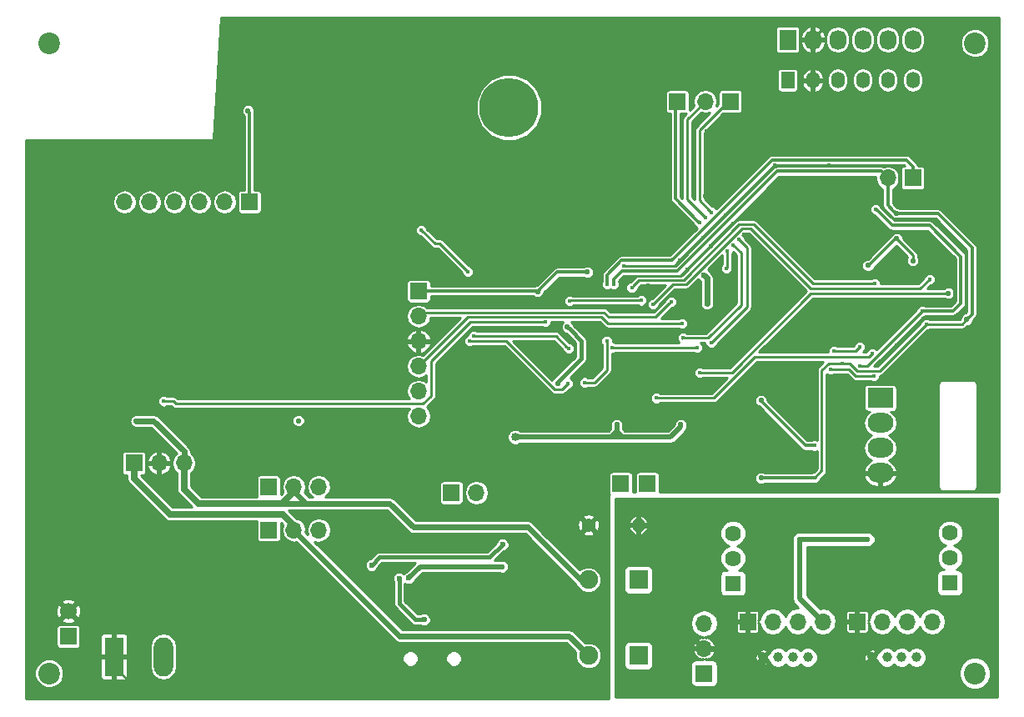
<source format=gbr>
G04 #@! TF.FileFunction,Copper,L2,Bot,Signal*
%FSLAX46Y46*%
G04 Gerber Fmt 4.6, Leading zero omitted, Abs format (unit mm)*
G04 Created by KiCad (PCBNEW 4.0.4-stable) date 12/06/17 10:47:40*
%MOMM*%
%LPD*%
G01*
G04 APERTURE LIST*
%ADD10C,0.100000*%
%ADD11R,1.700000X1.700000*%
%ADD12C,1.700000*%
%ADD13R,1.905000X1.905000*%
%ADD14C,1.905000*%
%ADD15R,1.980000X3.960000*%
%ADD16O,1.980000X3.960000*%
%ADD17O,1.700000X1.700000*%
%ADD18C,1.400000*%
%ADD19O,1.400000X1.400000*%
%ADD20R,1.727200X2.032000*%
%ADD21O,1.727200X2.032000*%
%ADD22R,1.620000X1.620000*%
%ADD23C,1.620000*%
%ADD24C,2.200000*%
%ADD25C,1.000000*%
%ADD26R,2.600000X2.000000*%
%ADD27O,2.600000X2.000000*%
%ADD28R,1.400000X1.700000*%
%ADD29O,1.400000X1.700000*%
%ADD30C,6.000000*%
%ADD31C,0.550000*%
%ADD32C,0.450000*%
%ADD33C,0.600000*%
%ADD34C,0.850000*%
%ADD35C,0.250000*%
%ADD36C,0.350000*%
%ADD37C,0.300000*%
%ADD38C,0.200000*%
%ADD39C,0.400000*%
%ADD40C,0.600000*%
%ADD41C,0.500000*%
%ADD42C,0.700000*%
%ADD43C,0.254000*%
G04 APERTURE END LIST*
D10*
D11*
X60840000Y22270000D03*
D12*
X4750000Y9290000D03*
D11*
X4750000Y6730000D03*
D13*
X62650000Y4790000D03*
D14*
X57570000Y4790000D03*
D13*
X62640000Y12490000D03*
D14*
X57560000Y12490000D03*
D15*
X9400000Y4690000D03*
D16*
X14400000Y4690000D03*
D11*
X40325000Y41810000D03*
D17*
X40325000Y39270000D03*
X40325000Y36730000D03*
X40325000Y34190000D03*
X40325000Y31650000D03*
X40325000Y29110000D03*
D11*
X43650000Y21330000D03*
D17*
X46190000Y21330000D03*
D11*
X71980000Y61070000D03*
D17*
X69440000Y61070000D03*
D11*
X90500000Y53300000D03*
D17*
X87960000Y53300000D03*
D11*
X23150000Y50860000D03*
D17*
X20610000Y50860000D03*
X18070000Y50860000D03*
X15530000Y50860000D03*
X12990000Y50860000D03*
X10450000Y50860000D03*
D11*
X11420000Y24340000D03*
D17*
X13960000Y24340000D03*
X16500000Y24340000D03*
D11*
X66590000Y61050000D03*
X63560000Y22270000D03*
X69300000Y2990000D03*
D17*
X69300000Y5530000D03*
X69300000Y8070000D03*
D18*
X57570000Y18040000D03*
D19*
X62650000Y18040000D03*
D20*
X77810000Y67340000D03*
D21*
X80350000Y67340000D03*
X82890000Y67340000D03*
X85430000Y67340000D03*
X87970000Y67340000D03*
X90510000Y67340000D03*
D22*
X94290000Y12160000D03*
D23*
X94290000Y14700000D03*
X94290000Y17240000D03*
D22*
X72250000Y12140000D03*
D23*
X72250000Y14680000D03*
X72250000Y17220000D03*
D11*
X84850000Y8240000D03*
D17*
X87390000Y8240000D03*
X89930000Y8240000D03*
X92470000Y8240000D03*
D11*
X73730000Y8240000D03*
D17*
X76270000Y8240000D03*
X78810000Y8240000D03*
X81350000Y8240000D03*
D24*
X96800000Y66990000D03*
X96800000Y2990000D03*
X2800000Y66990000D03*
X2800000Y2990000D03*
D11*
X25110000Y17540000D03*
D17*
X27650000Y17540000D03*
X30190000Y17540000D03*
D11*
X25100000Y21940000D03*
D17*
X27640000Y21940000D03*
X30180000Y21940000D03*
D25*
X86375000Y4615000D03*
X87875000Y4615000D03*
X89375000Y4615000D03*
X90875000Y4615000D03*
X75325000Y4615000D03*
X76825000Y4615000D03*
X78325000Y4615000D03*
X79825000Y4615000D03*
D26*
X87200000Y30940000D03*
D27*
X87200000Y28400000D03*
X87200000Y25860000D03*
X87200000Y23320000D03*
D28*
X77800000Y63230000D03*
D29*
X80340000Y63230000D03*
X82880000Y63230000D03*
X85420000Y63230000D03*
X87960000Y63230000D03*
X90500000Y63230000D03*
D30*
X49510000Y60430000D03*
D31*
X35020000Y53030000D03*
X59550000Y58470000D03*
X58640000Y55440000D03*
X40450000Y57110000D03*
X42480000Y61680000D03*
D32*
X36890000Y59500000D03*
X52450000Y58060000D03*
X56280000Y56710000D03*
X65540000Y63530000D03*
X61570000Y63510000D03*
X69490000Y63620000D03*
X61430000Y62080000D03*
X73490000Y64860000D03*
X75030000Y66220000D03*
X64430000Y65860000D03*
X75590000Y64180000D03*
X77580000Y65290000D03*
X84130000Y61900000D03*
X84110000Y65420000D03*
X89200000Y61980000D03*
X89220000Y65470000D03*
X86780000Y65490000D03*
X84240000Y69190000D03*
X86620000Y61870000D03*
X86480000Y55860000D03*
X84140000Y57170000D03*
X27890000Y15570000D03*
X23010000Y17960000D03*
X63580000Y42430000D03*
X72271439Y48668561D03*
X67620000Y44060000D03*
D33*
X80520000Y40870000D03*
X74420000Y36860000D03*
X81520000Y35890000D03*
X75430000Y35880000D03*
X79280000Y41820000D03*
X23070000Y44190000D03*
X5140000Y32770000D03*
X10500000Y32770000D03*
X19020000Y32730000D03*
X29110000Y32720000D03*
X38350000Y31580000D03*
X33620000Y29150000D03*
X28970000Y24510000D03*
X32590000Y21400000D03*
X31280000Y24240000D03*
X33120000Y25960000D03*
X46180000Y26160000D03*
X45350000Y23040000D03*
X47890000Y24620000D03*
X54010000Y26120000D03*
X61010000Y23820000D03*
X61010000Y26090000D03*
X63320000Y26070000D03*
X63470000Y23800000D03*
X65350000Y21790000D03*
X71580000Y21700000D03*
X82980000Y21800000D03*
X92300000Y21850000D03*
X98550000Y21730000D03*
X98630000Y28390000D03*
X98550000Y36800000D03*
X98590000Y45750000D03*
X98670000Y53700000D03*
X98670000Y60940000D03*
X98600000Y68890000D03*
X89270000Y69190000D03*
X71450000Y69270000D03*
X63090000Y69350000D03*
X43320000Y64330000D03*
X43420000Y69090000D03*
X37330000Y69000000D03*
X31190000Y69030000D03*
X20950000Y69130000D03*
X20820000Y62760000D03*
D31*
X14970000Y56600000D03*
D33*
X9080000Y23510000D03*
X5240000Y27110000D03*
X5140000Y36420000D03*
X5140000Y44050000D03*
X8470000Y20090000D03*
X15450000Y16460000D03*
X13670000Y1220000D03*
X1060000Y5140000D03*
X1230000Y16460000D03*
X1130000Y25280000D03*
X1230000Y32890000D03*
X1180000Y40300000D03*
X1230000Y48360000D03*
X1180000Y56480000D03*
X7980000Y56630000D03*
D32*
X56710000Y44970000D03*
X61240000Y43080000D03*
X57690000Y42280000D03*
X58760000Y43910000D03*
X53990000Y40860000D03*
X83590000Y31580000D03*
X59940000Y40100000D03*
X80740000Y34340000D03*
X82820000Y37780000D03*
X84980000Y37780000D03*
X86380000Y36580000D03*
X74980000Y34320000D03*
X69480000Y34360000D03*
X71040000Y32700000D03*
X76080000Y33040000D03*
X79570000Y23700000D03*
X77280000Y25170000D03*
X77280000Y27000000D03*
X80550000Y26965002D03*
X80560000Y28860000D03*
X65260000Y45440000D03*
X66820000Y44915024D03*
X61190002Y44374990D03*
X66770000Y41500000D03*
D33*
X26900000Y9100000D03*
X19360000Y3310000D03*
X23080000Y9400000D03*
X20520000Y4980000D03*
X23080000Y5830000D03*
X32220000Y2040000D03*
X27050000Y7190000D03*
X22050000Y1265000D03*
X42890000Y5520000D03*
X50480000Y1220000D03*
X58950000Y1230000D03*
X59020000Y8640000D03*
X40980000Y15780000D03*
X35350000Y11760000D03*
X43060000Y8640000D03*
X28490000Y19030000D03*
X16490000Y20110000D03*
X17760000Y18070000D03*
X19350000Y12340000D03*
X5700000Y14990000D03*
X9900000Y13590000D03*
D32*
X69520000Y58080000D03*
X69340000Y51490000D03*
X69970000Y46400000D03*
X69170872Y47209836D03*
X73329998Y47610000D03*
X71460000Y49500000D03*
X70600259Y50369741D03*
X68270000Y48150002D03*
X66990000Y49500000D03*
X68220000Y58230000D03*
X68220000Y51480000D03*
X66989998Y58220000D03*
X66990002Y51490000D03*
X72390000Y41500000D03*
X74390000Y43490000D03*
X74380000Y45210000D03*
X72390000Y44940000D03*
X74220000Y46830000D03*
X77700000Y50300000D03*
X81980000Y54570000D03*
X60110000Y35110000D03*
X61920000Y33150000D03*
X60930000Y32210000D03*
X60140000Y31140000D03*
X62160000Y31160000D03*
X58780010Y34418000D03*
X76392056Y30862000D03*
X82610000Y32750000D03*
X68270000Y40380000D03*
X69600000Y38040000D03*
X88830000Y33240000D03*
D31*
X21890000Y53660000D03*
X25009998Y54459990D03*
X29770000Y50000000D03*
X30610918Y50810918D03*
X36470000Y53020000D03*
X50329998Y47950000D03*
X41340000Y48070002D03*
X50330000Y45130000D03*
X42740000Y45180000D03*
X41350000Y44760000D03*
X33950000Y44770000D03*
X27050000Y60700000D03*
D32*
X39710000Y48140000D03*
X32290000Y47510000D03*
X33870000Y45930000D03*
X57620000Y34050000D03*
X57600000Y38640000D03*
D31*
X35050000Y46360000D03*
X38620000Y47630000D03*
X36259082Y46759082D03*
X25720000Y55630000D03*
X32996084Y53256084D03*
X32175854Y52422309D03*
X31404082Y51614082D03*
X37321028Y47252801D03*
D32*
X50640000Y38040000D03*
X50650000Y36530000D03*
X84060000Y43440000D03*
X42340000Y32400000D03*
X48820000Y34520000D03*
X48810000Y31650000D03*
X42350000Y30900000D03*
X42340000Y34390000D03*
D31*
X43050000Y37940000D03*
D32*
X83600000Y29870000D03*
X77900000Y32740000D03*
X88810000Y34560000D03*
X87020000Y34550000D03*
X88840000Y36350000D03*
X91510000Y39020000D03*
X90590000Y39830000D03*
X86240000Y53230000D03*
X87350000Y52089999D03*
X76960000Y53280000D03*
X89190000Y51760000D03*
X87330000Y54540000D03*
X89180000Y54490000D03*
X76450000Y54570000D03*
X95940000Y41770000D03*
X95870000Y45860000D03*
X91630000Y49090000D03*
X93610000Y48090000D03*
D31*
X39790000Y52810000D03*
X38270000Y62150000D03*
X63780000Y60220000D03*
D32*
X14429998Y47450000D03*
X21670004Y47480000D03*
X24530000Y47510000D03*
X24470000Y46250000D03*
D31*
X26701084Y59451084D03*
X26020000Y56890000D03*
X26389998Y58170000D03*
X24560000Y58159988D03*
X24550000Y59459998D03*
X36570000Y17650000D03*
X42330000Y19780000D03*
X64450000Y28250000D03*
X57950000Y28240000D03*
D34*
X49020000Y28610000D03*
D31*
X21670000Y46230000D03*
X14640000Y46230000D03*
X5590000Y48380000D03*
X9000000Y48770002D03*
X8210000Y51320000D03*
X7310000Y46710000D03*
X10450000Y44170000D03*
X25380000Y28590000D03*
X25580000Y37190000D03*
X8910000Y28560000D03*
X11660000Y37160000D03*
D33*
X32890000Y14760000D03*
X42980000Y12890000D03*
X39750000Y10210000D03*
D32*
X21730000Y49710000D03*
X19350000Y49720000D03*
X16810000Y49680000D03*
X14250000Y49640000D03*
X93500000Y45890000D03*
X92940000Y36500000D03*
X92940000Y40400000D03*
X84080000Y45930000D03*
X89980000Y46910000D03*
D31*
X88460000Y44420000D03*
X86510000Y39240000D03*
X54450000Y34940000D03*
X62350000Y46490000D03*
X24510000Y55650000D03*
X24530000Y56860011D03*
X24560000Y60780000D03*
X55360000Y65480000D03*
D33*
X69281594Y43438406D03*
D31*
X52409998Y41760000D03*
D33*
X69600000Y40540000D03*
D31*
X55420000Y38170000D03*
X66950000Y28250000D03*
X60450000Y28240000D03*
D34*
X50130002Y26970000D03*
D31*
X28130000Y28640000D03*
X11660000Y28610000D03*
X90499996Y44900000D03*
X85960000Y44420000D03*
X88865000Y47115000D03*
X54450000Y32440000D03*
X57450000Y43740000D03*
X79020000Y16589998D03*
X85880000Y16590000D03*
X77780000Y14780000D03*
X80780000Y14900000D03*
X88910000Y15010000D03*
X68670000Y19200000D03*
X79220000Y19270000D03*
X73920000Y15930000D03*
X70830000Y13650000D03*
X74880000Y13730000D03*
X83070000Y18890000D03*
X83100000Y11200000D03*
X92470000Y17500000D03*
D32*
X92430000Y12530000D03*
X88990000Y11170000D03*
X95380000Y4980000D03*
X98440000Y10090000D03*
X98450000Y20220000D03*
X88460000Y20230000D03*
D33*
X81590000Y4620000D03*
D32*
X80840000Y770000D03*
X67820000Y830000D03*
X98850000Y840000D03*
X60600000Y790000D03*
X60550000Y11090000D03*
X60490000Y20420000D03*
D33*
X64950000Y2290000D03*
X64950000Y9990000D03*
X75340000Y1950000D03*
X86390000Y1930000D03*
D32*
X53180000Y38669990D03*
X14390000Y30610000D03*
X71600000Y44120000D03*
X71670002Y45920000D03*
X68860000Y48730000D03*
D33*
X38350001Y12620000D03*
X40890000Y8440000D03*
D32*
X65950000Y40740000D03*
X67090000Y38540000D03*
X86740000Y50139994D03*
X66020000Y44910000D03*
X80509998Y26120000D03*
X91489998Y39810000D03*
X85110000Y34200000D03*
X59480000Y42520000D03*
D31*
X75090000Y30710000D03*
D32*
X64300000Y43840021D03*
X83314980Y34460000D03*
X80550004Y22870000D03*
X91900000Y38460000D03*
X60160000Y42500000D03*
D31*
X95980000Y38940000D03*
X75090000Y22830000D03*
X88810000Y49670000D03*
D32*
X70010000Y36540002D03*
X72800002Y47060000D03*
X70040000Y49820000D03*
X67150010Y37040000D03*
X72280000Y46479998D03*
X69450000Y49310000D03*
X61960000Y42190000D03*
X86600000Y42560000D03*
X64110000Y40490000D03*
X92210000Y43030000D03*
X82130000Y33840000D03*
X86580000Y33160000D03*
D31*
X94110000Y41590000D03*
D32*
X68880000Y33550000D03*
X40612840Y48009174D03*
X45310002Y43800000D03*
X55570000Y35950000D03*
X45930000Y37250000D03*
D33*
X35560000Y13980000D03*
X48840000Y16070000D03*
X39310000Y12660000D03*
X48810000Y13830000D03*
D32*
X68610000Y36039990D03*
X59979998Y36080000D03*
D31*
X23009998Y60110000D03*
D32*
X59420000Y36740000D03*
X57190000Y32540000D03*
X55510000Y32440000D03*
X45507741Y36735966D03*
X55690000Y40825009D03*
X62960000Y40850000D03*
X85080000Y36110000D03*
X82500000Y35750000D03*
X64460000Y30940000D03*
X86390000Y35470000D03*
D35*
X34793916Y53256084D02*
X35020000Y53030000D01*
X32996084Y53256084D02*
X34793916Y53256084D01*
X36470000Y53020000D02*
X35030000Y53020000D01*
X35030000Y53020000D02*
X35020000Y53030000D01*
D36*
X58640000Y55440000D02*
X58640000Y57560000D01*
X58640000Y57560000D02*
X59550000Y58470000D01*
X56280000Y56710000D02*
X57370000Y56710000D01*
X57370000Y56710000D02*
X58640000Y55440000D01*
D35*
X26701084Y59451084D02*
X26701084Y60351084D01*
X26701084Y60351084D02*
X27050000Y60700000D01*
X26389998Y58170000D02*
X26389998Y59139998D01*
X26389998Y59139998D02*
X26701084Y59451084D01*
X26020000Y56890000D02*
X26020000Y57800002D01*
X26020000Y57800002D02*
X26389998Y58170000D01*
X25720000Y55630000D02*
X25720000Y56590000D01*
X25720000Y56590000D02*
X26020000Y56890000D01*
X25009998Y54459990D02*
X25009998Y54919998D01*
X25009998Y54919998D02*
X25720000Y55630000D01*
X32175854Y52422309D02*
X32175854Y52435854D01*
X32175854Y52435854D02*
X32996084Y53256084D01*
X31404082Y51614082D02*
X31404082Y51650537D01*
X31404082Y51650537D02*
X32175854Y52422309D01*
X30610918Y50810918D02*
X30610918Y50820918D01*
X30610918Y50820918D02*
X31404082Y51614082D01*
X29770000Y50000000D02*
X29800000Y50000000D01*
X29800000Y50000000D02*
X30610918Y50810918D01*
X38270000Y62150000D02*
X38270000Y62025000D01*
X38270000Y62025000D02*
X36890000Y60645000D01*
X36890000Y60645000D02*
X36890000Y59500000D01*
X56280000Y56710000D02*
X53800000Y56710000D01*
X53800000Y56710000D02*
X52450000Y58060000D01*
X69490000Y63620000D02*
X65630000Y63620000D01*
X65315001Y63754999D02*
X65540000Y63530000D01*
X65630000Y63620000D02*
X65540000Y63530000D01*
X64430000Y64640000D02*
X65315001Y63754999D01*
X64430000Y65860000D02*
X64430000Y64640000D01*
X60560000Y63540000D02*
X61740000Y62360000D01*
X58620000Y65480000D02*
X60560000Y63540000D01*
X60560000Y63540000D02*
X61540000Y63540000D01*
X61540000Y63540000D02*
X61570000Y63510000D01*
X61740000Y62360000D02*
X63780000Y60320000D01*
X61740000Y62360000D02*
X61710000Y62360000D01*
X61710000Y62360000D02*
X61430000Y62080000D01*
X75030000Y66220000D02*
X74850000Y66220000D01*
X74850000Y66220000D02*
X73490000Y64860000D01*
X75254999Y65995001D02*
X75030000Y66220000D01*
X75590000Y65660000D02*
X75254999Y65995001D01*
X75590000Y64180000D02*
X75590000Y65660000D01*
X63090000Y69350000D02*
X63090000Y67200000D01*
X63090000Y67200000D02*
X64430000Y65860000D01*
X77580000Y65290000D02*
X76700000Y65290000D01*
X76700000Y65290000D02*
X75590000Y64180000D01*
X84110000Y65420000D02*
X77710000Y65420000D01*
X77710000Y65420000D02*
X77580000Y65290000D01*
X86620000Y61870000D02*
X84160000Y61870000D01*
X84160000Y61870000D02*
X84130000Y61900000D01*
X84180000Y65490000D02*
X84110000Y65420000D01*
X86780000Y65490000D02*
X84180000Y65490000D01*
X86780000Y65490000D02*
X89200000Y65490000D01*
X89200000Y65490000D02*
X89220000Y65470000D01*
X82047600Y69190000D02*
X84240000Y69190000D01*
X84240000Y69190000D02*
X89270000Y69190000D01*
X84140000Y57170000D02*
X85170000Y57170000D01*
X85170000Y57170000D02*
X86480000Y55860000D01*
X26900000Y9100000D02*
X26900000Y14580000D01*
X26900000Y14580000D02*
X27890000Y15570000D01*
X61490000Y41520000D02*
X62670000Y41520000D01*
X62670000Y41520000D02*
X63580000Y42430000D01*
X61015001Y41994999D02*
X61490000Y41520000D01*
X61015001Y42074999D02*
X61015001Y41994999D01*
X61240000Y43080000D02*
X61015001Y42855001D01*
X61015001Y42855001D02*
X61015001Y42074999D01*
D37*
X72348561Y48668561D02*
X72271439Y48668561D01*
X72238561Y48668561D02*
X72271439Y48668561D01*
X69970000Y46400000D02*
X72238561Y48668561D01*
X76960000Y53280000D02*
X72348561Y48668561D01*
D35*
X67620000Y44060000D02*
X69960000Y46400000D01*
X69960000Y46400000D02*
X69970000Y46400000D01*
X67395001Y43835001D02*
X67620000Y44060000D01*
X66900011Y43340011D02*
X67395001Y43835001D01*
X61500011Y43340011D02*
X66900011Y43340011D01*
X61240000Y43080000D02*
X61500011Y43340011D01*
X79280000Y41820000D02*
X74420000Y36960000D01*
X74420000Y36960000D02*
X74420000Y36860000D01*
X75430000Y35880000D02*
X81510000Y35880000D01*
X81510000Y35880000D02*
X81520000Y35890000D01*
X74390000Y43490000D02*
X77610000Y43490000D01*
X77610000Y43490000D02*
X79280000Y41820000D01*
X5140000Y36420000D02*
X5140000Y32770000D01*
X5140000Y32770000D02*
X5140000Y27210000D01*
X19020000Y32730000D02*
X10540000Y32730000D01*
X10540000Y32730000D02*
X10500000Y32770000D01*
X38350000Y31580000D02*
X37210000Y32720000D01*
X37210000Y32720000D02*
X29110000Y32720000D01*
X31280000Y24240000D02*
X29240000Y24240000D01*
X29240000Y24240000D02*
X28970000Y24510000D01*
X33120000Y25960000D02*
X31400000Y24240000D01*
X31400000Y24240000D02*
X31280000Y24240000D01*
X47890000Y24620000D02*
X47720000Y24620000D01*
X47720000Y24620000D02*
X46180000Y26160000D01*
X47890000Y24620000D02*
X46930000Y24620000D01*
X46930000Y24620000D02*
X45350000Y23040000D01*
X54010000Y26120000D02*
X49390000Y26120000D01*
X49390000Y26120000D02*
X47890000Y24620000D01*
X61010000Y26090000D02*
X54040000Y26090000D01*
X54040000Y26090000D02*
X54010000Y26120000D01*
X65350000Y21790000D02*
X65350000Y22214264D01*
X65350000Y22214264D02*
X65340000Y22224264D01*
X65340000Y22224264D02*
X65340000Y22910000D01*
X65340000Y22910000D02*
X64450000Y23800000D01*
X64450000Y23800000D02*
X63470000Y23800000D01*
X63320000Y26070000D02*
X61030000Y26070000D01*
X61030000Y26070000D02*
X61010000Y26090000D01*
X82980000Y21800000D02*
X71680000Y21800000D01*
X71680000Y21800000D02*
X71580000Y21700000D01*
X98550000Y36800000D02*
X98550000Y28470000D01*
X98550000Y28470000D02*
X98630000Y28390000D01*
X98670000Y53700000D02*
X98670000Y45830000D01*
X98670000Y45830000D02*
X98590000Y45750000D01*
X98600000Y68890000D02*
X98600000Y61010000D01*
X98600000Y61010000D02*
X98670000Y60940000D01*
X80350000Y67340000D02*
X80350000Y67492400D01*
X80350000Y67492400D02*
X82047600Y69190000D01*
X55360000Y65480000D02*
X59220000Y65480000D01*
X59220000Y65480000D02*
X63090000Y69350000D01*
X43420000Y69090000D02*
X43420000Y64430000D01*
X43420000Y64430000D02*
X43320000Y64330000D01*
X37330000Y69000000D02*
X43330000Y69000000D01*
X43330000Y69000000D02*
X43420000Y69090000D01*
X20950000Y69130000D02*
X31090000Y69130000D01*
X31090000Y69130000D02*
X31190000Y69030000D01*
X20670000Y58240000D02*
X19120000Y56690000D01*
X21360000Y58930000D02*
X20670000Y58240000D01*
X20670000Y58240000D02*
X20670000Y62610000D01*
X20670000Y62610000D02*
X20820000Y62760000D01*
X21360000Y60780000D02*
X21360000Y58930000D01*
X19120000Y56690000D02*
X15060000Y56690000D01*
X15060000Y56690000D02*
X14970000Y56600000D01*
D37*
X24560000Y60780000D02*
X21360000Y60780000D01*
D35*
X5140000Y27210000D02*
X5240000Y27110000D01*
X7310000Y46710000D02*
X7310000Y46220000D01*
X7310000Y46220000D02*
X5140000Y44050000D01*
D37*
X13500000Y17440000D02*
X9900000Y13840000D01*
X14130000Y18070000D02*
X13500000Y17440000D01*
D35*
X13500000Y17440000D02*
X14470000Y17440000D01*
X14470000Y17440000D02*
X15450000Y16460000D01*
X9400000Y4690000D02*
X9400000Y3700000D01*
X9400000Y3700000D02*
X11880000Y1220000D01*
X11880000Y1220000D02*
X13670000Y1220000D01*
X1060000Y5140000D02*
X1510000Y4690000D01*
X1510000Y4690000D02*
X9400000Y4690000D01*
X1130000Y25280000D02*
X1130000Y16560000D01*
X1130000Y16560000D02*
X1230000Y16460000D01*
X1180000Y40300000D02*
X1180000Y32940000D01*
X1180000Y32940000D02*
X1230000Y32890000D01*
X1180000Y56480000D02*
X1180000Y48410000D01*
X1180000Y48410000D02*
X1230000Y48360000D01*
X8210000Y51320000D02*
X8210000Y56400000D01*
X8210000Y56400000D02*
X7980000Y56630000D01*
X58760000Y44260000D02*
X58050000Y44970000D01*
X58050000Y44970000D02*
X56710000Y44970000D01*
X58760000Y43910000D02*
X58760000Y44260000D01*
X57690000Y42598198D02*
X57690000Y42280000D01*
X57690000Y42840000D02*
X57690000Y42598198D01*
X58760000Y43910000D02*
X57690000Y42840000D01*
X59940000Y40100000D02*
X59715001Y40324999D01*
X59715001Y40324999D02*
X56084999Y40324999D01*
X56084999Y40324999D02*
X55960000Y40200000D01*
X55960000Y40200000D02*
X54650000Y40200000D01*
X54650000Y40200000D02*
X53990000Y40860000D01*
X83600000Y31570000D02*
X83590000Y31580000D01*
X83600000Y29870000D02*
X83600000Y31570000D01*
D37*
X84980000Y37780000D02*
X82820000Y37780000D01*
X74980000Y34140000D02*
X74980000Y34320000D01*
X76080000Y33040000D02*
X74980000Y34140000D01*
X77900000Y32740000D02*
X76380000Y32740000D01*
X76380000Y32740000D02*
X76080000Y33040000D01*
X77280000Y25170000D02*
X78100000Y25170000D01*
X78100000Y25170000D02*
X79570000Y23700000D01*
X77280000Y27000000D02*
X77280000Y25170000D01*
X80560000Y26975002D02*
X80550000Y26965002D01*
X80560000Y28860000D02*
X80560000Y26975002D01*
D35*
X66279966Y44374990D02*
X66595001Y44690025D01*
X66876060Y44915024D02*
X66820000Y44915024D01*
X69170872Y47209836D02*
X66876060Y44915024D01*
X66595001Y44690025D02*
X66820000Y44915024D01*
X61190002Y44374990D02*
X66279966Y44374990D01*
X68270000Y40380000D02*
X67890000Y40380000D01*
X67890000Y40380000D02*
X66770000Y41500000D01*
D36*
X23080000Y5830000D02*
X23080000Y9400000D01*
X20819999Y4680001D02*
X20520000Y4980000D01*
X22050000Y3450000D02*
X20819999Y4680001D01*
X22050000Y1265000D02*
X22050000Y3450000D01*
X58515736Y1220000D02*
X50480000Y1220000D01*
X58950000Y1230000D02*
X58525736Y1230000D01*
X58525736Y1230000D02*
X58515736Y1220000D01*
X42544264Y7700000D02*
X39410000Y7700000D01*
X39410000Y7700000D02*
X35350000Y11760000D01*
X43060000Y8640000D02*
X43060000Y8215736D01*
X43060000Y8215736D02*
X42544264Y7700000D01*
D37*
X5700000Y14990000D02*
X8750000Y14990000D01*
X8750000Y14990000D02*
X9900000Y13840000D01*
X9900000Y13840000D02*
X9900000Y13590000D01*
X17760000Y18070000D02*
X14130000Y18070000D01*
X17760000Y18070000D02*
X18184264Y18070000D01*
X18184264Y18070000D02*
X19350000Y16904264D01*
X19350000Y16904264D02*
X19350000Y13265000D01*
X19350000Y13265000D02*
X19350000Y12340000D01*
D35*
X69480000Y51490000D02*
X69340000Y51490000D01*
X70600259Y50369741D02*
X69480000Y51490000D01*
D37*
X70010000Y46340000D02*
X69970000Y46380000D01*
X69970000Y46380000D02*
X69970000Y46400000D01*
D35*
X69170872Y47210872D02*
X69170872Y47209836D01*
X71460000Y49500000D02*
X69170872Y47210872D01*
X73440000Y47610000D02*
X73329998Y47610000D01*
X74220000Y46830000D02*
X73440000Y47610000D01*
X71460000Y49580000D02*
X71460000Y49500000D01*
X76450000Y54570000D02*
X71460000Y49580000D01*
X68270000Y48220000D02*
X68270000Y48150002D01*
X66990000Y49500000D02*
X68270000Y48220000D01*
X68220000Y51480000D02*
X68220000Y58230000D01*
X66990002Y58219996D02*
X66989998Y58220000D01*
X66990002Y51490000D02*
X66990002Y58219996D01*
X72390000Y41500000D02*
X72390000Y41818198D01*
X72390000Y41818198D02*
X72390000Y44940000D01*
X74380000Y45210000D02*
X74380000Y43500000D01*
X74380000Y43500000D02*
X74390000Y43490000D01*
X74220000Y46830000D02*
X74220000Y45370000D01*
X74220000Y45370000D02*
X74380000Y45210000D01*
X81980000Y54570000D02*
X87300000Y54570000D01*
X76450000Y54570000D02*
X81980000Y54570000D01*
X60930000Y32210000D02*
X60980000Y32210000D01*
X60980000Y32210000D02*
X61920000Y33150000D01*
X62160000Y31160000D02*
X61110000Y32210000D01*
X61110000Y32210000D02*
X60930000Y32210000D01*
X62160000Y31160000D02*
X60160000Y31160000D01*
X60160000Y31160000D02*
X60140000Y31140000D01*
X58461812Y34418000D02*
X58780010Y34418000D01*
X57988000Y34418000D02*
X58461812Y34418000D01*
X57620000Y34050000D02*
X57988000Y34418000D01*
X76392056Y31180198D02*
X76392056Y30862000D01*
X76392056Y31232056D02*
X76392056Y31180198D01*
X77900000Y32740000D02*
X76392056Y31232056D01*
D37*
X68270000Y40061802D02*
X68270000Y40380000D01*
X68270000Y39495000D02*
X68270000Y40061802D01*
X69600000Y38165000D02*
X68270000Y39495000D01*
X69600000Y38040000D02*
X69600000Y38165000D01*
D35*
X88810000Y33260000D02*
X88830000Y33240000D01*
X88810000Y34560000D02*
X88810000Y33260000D01*
D37*
X24510000Y55650000D02*
X25009998Y55150002D01*
X25009998Y54848898D02*
X25009998Y54459990D01*
X25009998Y55150002D02*
X25009998Y54848898D01*
D35*
X36420000Y53070000D02*
X36470000Y53020000D01*
X50330000Y47949998D02*
X50329998Y47950000D01*
X50330000Y45130000D02*
X50330000Y47949998D01*
X41350000Y44760000D02*
X42320000Y44760000D01*
X42320000Y44760000D02*
X42740000Y45180000D01*
X33870000Y45930000D02*
X33870000Y44850000D01*
X33870000Y44850000D02*
X33950000Y44770000D01*
X39485001Y47915001D02*
X39710000Y48140000D01*
X39200000Y47630000D02*
X39485001Y47915001D01*
X38620000Y47630000D02*
X39200000Y47630000D01*
X37321028Y47252801D02*
X38242801Y47252801D01*
X38242801Y47252801D02*
X38620000Y47630000D01*
X36259082Y46759082D02*
X36827309Y46759082D01*
X36827309Y46759082D02*
X37321028Y47252801D01*
X35050000Y46360000D02*
X35860000Y46360000D01*
X35860000Y46360000D02*
X36259082Y46759082D01*
X33870000Y45930000D02*
X34620000Y45930000D01*
X34620000Y45930000D02*
X35050000Y46360000D01*
X24530000Y47510000D02*
X32290000Y47510000D01*
X54450000Y34940000D02*
X52240000Y34940000D01*
X52240000Y34940000D02*
X50650000Y36530000D01*
X89064999Y36615003D02*
X89064999Y36574999D01*
X91469996Y39020000D02*
X89064999Y36615003D01*
X91510000Y39020000D02*
X91469996Y39020000D01*
X89064999Y36574999D02*
X88840000Y36350000D01*
D37*
X94140000Y40400000D02*
X92940000Y40400000D01*
X93500000Y45890000D02*
X93500000Y45880000D01*
X94790000Y44590000D02*
X94790000Y41050000D01*
X93500000Y45880000D02*
X94790000Y44590000D01*
X94790000Y41050000D02*
X94140000Y40400000D01*
D35*
X84080000Y45930000D02*
X84080000Y43460000D01*
X84080000Y43460000D02*
X84060000Y43440000D01*
X42350000Y32390000D02*
X42340000Y32400000D01*
X42350000Y30900000D02*
X42350000Y32390000D01*
X42340000Y32280000D02*
X42340000Y32400000D01*
X42340000Y34390000D02*
X42340000Y32280000D01*
X48810000Y31650000D02*
X48810000Y34510000D01*
X48810000Y34510000D02*
X48820000Y34520000D01*
X49020000Y28610000D02*
X49020000Y31440000D01*
X49020000Y31440000D02*
X48810000Y31650000D01*
X88840000Y36350000D02*
X87040000Y34550000D01*
X87040000Y34550000D02*
X87020000Y34550000D01*
D37*
X91828198Y39020000D02*
X91510000Y39020000D01*
X94910000Y39020000D02*
X91828198Y39020000D01*
X95940000Y41770000D02*
X95940000Y40050000D01*
X95940000Y40050000D02*
X94910000Y39020000D01*
X86190000Y53280000D02*
X86240000Y53230000D01*
X76960000Y53280000D02*
X86190000Y53280000D01*
X87350000Y51771801D02*
X87350000Y52089999D01*
X88547004Y49090000D02*
X87350000Y50287004D01*
X87350000Y50287004D02*
X87350000Y51771801D01*
X91630000Y49090000D02*
X88547004Y49090000D01*
X89180000Y51770000D02*
X89190000Y51760000D01*
X89180000Y54490000D02*
X89180000Y51770000D01*
X87330000Y54540000D02*
X89130000Y54540000D01*
X89130000Y54540000D02*
X89180000Y54490000D01*
D35*
X87300000Y54570000D02*
X87330000Y54540000D01*
D37*
X95870000Y45860000D02*
X95960000Y45770000D01*
X95960000Y45770000D02*
X95960000Y41790000D01*
X95960000Y41790000D02*
X95940000Y41770000D01*
X95940000Y41770000D02*
X95940000Y41451802D01*
X95840000Y45860000D02*
X95870000Y45860000D01*
X93610000Y48090000D02*
X95840000Y45860000D01*
X93610000Y48090000D02*
X92610000Y49090000D01*
X91948198Y49090000D02*
X91630000Y49090000D01*
X92610000Y49090000D02*
X91948198Y49090000D01*
D35*
X55360000Y65480000D02*
X58620000Y65480000D01*
X63780000Y60320000D02*
X63780000Y60220000D01*
D37*
X10450000Y44170000D02*
X10740000Y44170000D01*
X10740000Y44170000D02*
X14020000Y47450000D01*
X14111800Y47450000D02*
X14429998Y47450000D01*
X14020000Y47450000D02*
X14111800Y47450000D01*
X14640000Y46230000D02*
X14430000Y46440000D01*
X14430000Y46440000D02*
X14430000Y47449998D01*
X14430000Y47449998D02*
X14429998Y47450000D01*
X14250000Y49640000D02*
X14250000Y47629998D01*
X14250000Y47629998D02*
X14429998Y47450000D01*
X14459998Y47480000D02*
X14429998Y47450000D01*
X21670004Y47480000D02*
X14459998Y47480000D01*
X21670000Y47479996D02*
X21670004Y47480000D01*
X21670000Y46230000D02*
X21670000Y47479996D01*
X21730000Y47539996D02*
X21670004Y47480000D01*
D35*
X21700004Y47510000D02*
X21670004Y47480000D01*
X24530000Y47510000D02*
X21700004Y47510000D01*
D37*
X21730000Y49710000D02*
X21730000Y47539996D01*
D35*
X21670000Y46230000D02*
X24450000Y46230000D01*
X24450000Y46230000D02*
X24470000Y46250000D01*
D38*
X24550000Y59459998D02*
X24550000Y58169988D01*
D37*
X24530000Y56860011D02*
X24530000Y58129988D01*
X24530000Y58129988D02*
X24560000Y58159988D01*
D38*
X24550000Y58169988D02*
X24560000Y58159988D01*
D37*
X24560000Y60780000D02*
X24560000Y59469998D01*
X24560000Y59469998D02*
X24550000Y59459998D01*
X5590000Y48700000D02*
X5590000Y48380000D01*
X8210000Y51320000D02*
X5590000Y48700000D01*
X5640000Y48380000D02*
X5590000Y48380000D01*
X7310000Y46710000D02*
X5640000Y48380000D01*
X9000000Y49158910D02*
X9000000Y48770002D01*
X9000000Y50530000D02*
X9000000Y49158910D01*
X8210000Y51320000D02*
X9000000Y50530000D01*
X9274999Y48495003D02*
X9000000Y48770002D01*
X10450000Y47320002D02*
X9274999Y48495003D01*
X10450000Y44170000D02*
X10450000Y47320002D01*
X9000000Y48400000D02*
X9000000Y48770002D01*
X7310000Y46710000D02*
X9000000Y48400000D01*
X19350000Y49720000D02*
X19630000Y49440000D01*
X19630000Y49440000D02*
X19630000Y49400000D01*
X19630000Y49400000D02*
X21420000Y49400000D01*
X21420000Y49400000D02*
X21730000Y49710000D01*
X16810000Y49680000D02*
X17100000Y49390000D01*
X17100000Y49390000D02*
X19020000Y49390000D01*
X19020000Y49390000D02*
X19350000Y49720000D01*
X14250000Y49640000D02*
X14490000Y49400000D01*
X14490000Y49400000D02*
X16530000Y49400000D01*
X16530000Y49400000D02*
X16810000Y49680000D01*
D39*
X88460000Y44420000D02*
X88460000Y44390000D01*
D38*
X24530000Y55670000D02*
X24510000Y55650000D01*
X24530000Y56860011D02*
X24530000Y55670000D01*
D40*
X69581593Y43138407D02*
X69281594Y43438406D01*
X69600000Y43120000D02*
X69581593Y43138407D01*
X69600000Y40540000D02*
X69600000Y43120000D01*
D37*
X54389998Y43740000D02*
X52684997Y42034999D01*
X57450000Y43740000D02*
X54389998Y43740000D01*
X52359998Y41810000D02*
X52409998Y41760000D01*
X52684997Y42034999D02*
X52409998Y41760000D01*
X40325000Y41810000D02*
X52359998Y41810000D01*
D39*
X56810000Y36780000D02*
X55694999Y37895001D01*
X54450000Y32440000D02*
X54450000Y32565000D01*
X55694999Y37895001D02*
X55420000Y38170000D01*
X54450000Y32565000D02*
X56810000Y34925000D01*
X56810000Y34925000D02*
X56810000Y36780000D01*
D40*
X29440000Y20220000D02*
X37400000Y20220000D01*
X56750000Y12490000D02*
X57560000Y12490000D01*
X37400000Y20220000D02*
X39800000Y17820000D01*
X39800000Y17820000D02*
X51420000Y17820000D01*
X51420000Y17820000D02*
X56750000Y12490000D01*
X27640000Y21940000D02*
X27640000Y21510000D01*
X27640000Y21510000D02*
X28930000Y20220000D01*
X28930000Y20220000D02*
X29440000Y20220000D01*
X26440000Y20220000D02*
X29440000Y20220000D01*
D41*
X61860000Y26980000D02*
X65930000Y26980000D01*
X65930000Y26980000D02*
X66950000Y28000000D01*
X66950000Y28000000D02*
X66950000Y28250000D01*
X60450000Y28240000D02*
X60450000Y27560000D01*
X60450000Y27560000D02*
X59870000Y26980000D01*
X59870000Y26980000D02*
X59190000Y26980000D01*
X61860000Y26980000D02*
X61020000Y26980000D01*
X61020000Y26980000D02*
X60450000Y27550000D01*
X60450000Y27550000D02*
X60450000Y28240000D01*
X59190000Y26980000D02*
X61860000Y26980000D01*
X59190000Y26980000D02*
X50140002Y26980000D01*
X50140002Y26980000D02*
X50130002Y26970000D01*
D40*
X16500000Y24340000D02*
X16500000Y25542081D01*
X16500000Y25542081D02*
X13432081Y28610000D01*
X13432081Y28610000D02*
X13010000Y28610000D01*
X13010000Y28610000D02*
X11660000Y28610000D01*
D42*
X27640000Y21940000D02*
X27640000Y21420000D01*
X26440000Y20220000D02*
X17990000Y20220000D01*
X27640000Y21420000D02*
X26440000Y20220000D01*
X17990000Y20220000D02*
X16500000Y21710000D01*
X16500000Y21710000D02*
X16500000Y24340000D01*
D35*
X90499996Y45480004D02*
X90499996Y45288908D01*
X88865000Y47115000D02*
X90499996Y45480004D01*
X90499996Y45288908D02*
X90499996Y44900000D01*
X85970000Y44410000D02*
X85960000Y44420000D01*
D36*
X85960000Y44420000D02*
X86085000Y44420000D01*
X86085000Y44420000D02*
X88780000Y47115000D01*
X88780000Y47115000D02*
X88865000Y47115000D01*
D41*
X79020000Y16201090D02*
X79020000Y16589998D01*
X79020000Y10570000D02*
X79020000Y16201090D01*
X79020002Y16590000D02*
X79020000Y16589998D01*
X85880000Y16590000D02*
X79020002Y16590000D01*
X81350000Y8240000D02*
X79020000Y10570000D01*
D37*
X74880000Y13730000D02*
X74960000Y13810000D01*
X74960000Y13810000D02*
X76790000Y13810000D01*
X76790000Y13810000D02*
X77760000Y14780000D01*
X77760000Y14780000D02*
X77780000Y14780000D01*
D39*
X80780000Y14511092D02*
X80780000Y14900000D01*
X83100000Y11200000D02*
X80780000Y13520000D01*
X80780000Y13520000D02*
X80780000Y14511092D01*
D37*
X83070000Y18890000D02*
X79600000Y18890000D01*
X79600000Y18890000D02*
X79220000Y19270000D01*
X74880000Y13730000D02*
X74880000Y14970000D01*
X74880000Y14970000D02*
X73920000Y15930000D01*
X92430000Y12530000D02*
X92430000Y17460000D01*
X92430000Y17460000D02*
X92470000Y17500000D01*
X88990000Y11170000D02*
X91070000Y11170000D01*
X91070000Y11170000D02*
X92430000Y12530000D01*
D39*
X98440000Y10090000D02*
X98440000Y8040000D01*
X98440000Y8040000D02*
X95380000Y4980000D01*
D35*
X80910000Y840000D02*
X80840000Y770000D01*
X60600000Y790000D02*
X67780000Y790000D01*
X67780000Y790000D02*
X67820000Y830000D01*
D41*
X75325000Y4615000D02*
X75325000Y1965000D01*
X75325000Y1965000D02*
X75340000Y1950000D01*
X86375000Y4615000D02*
X86375000Y1945000D01*
X86375000Y1945000D02*
X86390000Y1930000D01*
D40*
X69300000Y5530000D02*
X74410000Y5530000D01*
X74410000Y5530000D02*
X75325000Y4615000D01*
X62650000Y18040000D02*
X63639949Y18040000D01*
X65020000Y9810000D02*
X68450001Y6379999D01*
X63639949Y18040000D02*
X65020000Y16659949D01*
X65020000Y16659949D02*
X65020000Y9810000D01*
X68450001Y6379999D02*
X69300000Y5530000D01*
D35*
X15415000Y30610000D02*
X15655000Y30370000D01*
X52861802Y38669990D02*
X53180000Y38669990D01*
X45599990Y38669990D02*
X52861802Y38669990D01*
X41600000Y31180000D02*
X41600000Y34670000D01*
X40790000Y30370000D02*
X41600000Y31180000D01*
X15655000Y30370000D02*
X40790000Y30370000D01*
X14390000Y30610000D02*
X15415000Y30610000D01*
X41600000Y34670000D02*
X45599990Y38669990D01*
D37*
X66590000Y61050000D02*
X66590000Y61040000D01*
X66590000Y61040000D02*
X66394998Y60844998D01*
X66394998Y60844998D02*
X66394998Y51185002D01*
X66394998Y51185002D02*
X68625001Y48954999D01*
X68625001Y48954999D02*
X68635001Y48954999D01*
X68635001Y48954999D02*
X68860000Y48730000D01*
D35*
X71670002Y44190002D02*
X71600000Y44120000D01*
X71670002Y45920000D02*
X71670002Y44190002D01*
D40*
X27650000Y17540000D02*
X38420000Y6770000D01*
X38420000Y6770000D02*
X55590000Y6770000D01*
X55590000Y6770000D02*
X57570000Y4790000D01*
D42*
X27650000Y17540000D02*
X27650000Y18000000D01*
X27650000Y18000000D02*
X26510000Y19140000D01*
X26510000Y19140000D02*
X15070000Y19140000D01*
X15070000Y19140000D02*
X11420000Y22790000D01*
X11420000Y22790000D02*
X11420000Y24340000D01*
D39*
X40890000Y8440000D02*
X40010000Y8440000D01*
X40010000Y8440000D02*
X38350001Y10099999D01*
X38350001Y10099999D02*
X38350001Y12620000D01*
D35*
X40325000Y39270000D02*
X40705000Y39650000D01*
X40705000Y39650000D02*
X59120000Y39650000D01*
X65725001Y40515001D02*
X65950000Y40740000D01*
X59120000Y39650000D02*
X59600000Y39170000D01*
X59600000Y39170000D02*
X64380000Y39170000D01*
X64380000Y39170000D02*
X65725001Y40515001D01*
X40325000Y34190000D02*
X45305000Y39170000D01*
X45305000Y39170000D02*
X58900000Y39170000D01*
X59530000Y38540000D02*
X66771802Y38540000D01*
X58900000Y39170000D02*
X59530000Y38540000D01*
X66771802Y38540000D02*
X67090000Y38540000D01*
D37*
X88404996Y48474998D02*
X86964999Y49914995D01*
X92205002Y48474998D02*
X88404996Y48474998D01*
X95380000Y40590000D02*
X95380000Y45300000D01*
X94600000Y39810000D02*
X95380000Y40590000D01*
X91489998Y39810000D02*
X94600000Y39810000D01*
X86964999Y49914995D02*
X86740000Y50139994D01*
X95380000Y45300000D02*
X92205002Y48474998D01*
X90500000Y53300000D02*
X90500000Y54450000D01*
X90500000Y54450000D02*
X89824998Y55125002D01*
X89824998Y55125002D02*
X76235002Y55125002D01*
X76235002Y55125002D02*
X66244999Y45134999D01*
X66244999Y45134999D02*
X66020000Y44910000D01*
X60930917Y44910000D02*
X65701802Y44910000D01*
X65701802Y44910000D02*
X66020000Y44910000D01*
X59480000Y43459083D02*
X60930917Y44910000D01*
X59480000Y42520000D02*
X59480000Y43459083D01*
X80191800Y26120000D02*
X80509998Y26120000D01*
X79580000Y26120000D02*
X80191800Y26120000D01*
X75090000Y30610000D02*
X79580000Y26120000D01*
X75090000Y30710000D02*
X75090000Y30610000D01*
D35*
X91264999Y39585001D02*
X91489998Y39810000D01*
X85879998Y34200000D02*
X91264999Y39585001D01*
X85110000Y34200000D02*
X85879998Y34200000D01*
D37*
X60160000Y43037004D02*
X60963017Y43840021D01*
X60160000Y42500000D02*
X60160000Y43037004D01*
X87960000Y53300000D02*
X87280000Y53980000D01*
X76722996Y53980000D02*
X66583017Y43840021D01*
X87280000Y53980000D02*
X76722996Y53980000D01*
X64618198Y43840021D02*
X64300000Y43840021D01*
X66583017Y43840021D02*
X64618198Y43840021D01*
X63981802Y43840021D02*
X64300000Y43840021D01*
X60963017Y43840021D02*
X63981802Y43840021D01*
D35*
X84900694Y33696758D02*
X84137452Y34460000D01*
X87136758Y33696758D02*
X84900694Y33696758D01*
X83633178Y34460000D02*
X83314980Y34460000D01*
X91900000Y38460000D02*
X87136758Y33696758D01*
X81970000Y34460000D02*
X82996782Y34460000D01*
X84137452Y34460000D02*
X83633178Y34460000D01*
X81260000Y33750000D02*
X81970000Y34460000D01*
X80550004Y22870000D02*
X81260000Y23579996D01*
X82996782Y34460000D02*
X83314980Y34460000D01*
X81260000Y23579996D02*
X81260000Y33750000D01*
D37*
X75090000Y22830000D02*
X80510004Y22830000D01*
X80510004Y22830000D02*
X80550004Y22870000D01*
D35*
X92218198Y38460000D02*
X91900000Y38460000D01*
X95500000Y38460000D02*
X92218198Y38460000D01*
X95980000Y38940000D02*
X95500000Y38460000D01*
D37*
X88810000Y49670000D02*
X93060000Y49670000D01*
X93060000Y49670000D02*
X96520000Y46210000D01*
X96520000Y46210000D02*
X96520000Y39480000D01*
X96254999Y39214999D02*
X95980000Y38940000D01*
X96520000Y39480000D02*
X96254999Y39214999D01*
X87960000Y50520000D02*
X88535001Y49944999D01*
X87960000Y53300000D02*
X87960000Y50520000D01*
X88535001Y49944999D02*
X88810000Y49670000D01*
D35*
X71980000Y61070000D02*
X71770000Y61070000D01*
X71770000Y61070000D02*
X68839998Y58139998D01*
X69815001Y50044999D02*
X70040000Y49820000D01*
X68839998Y58139998D02*
X68839998Y51020002D01*
X68839998Y51020002D02*
X69815001Y50044999D01*
X72800002Y47060000D02*
X73650000Y46210002D01*
X73650000Y46210002D02*
X73650000Y40180002D01*
X73650000Y40180002D02*
X70234999Y36765001D01*
X70234999Y36765001D02*
X70010000Y36540002D01*
X69440000Y61070000D02*
X67600000Y59230000D01*
X67600000Y59230000D02*
X67600000Y51140000D01*
X67600000Y51140000D02*
X69450000Y49290000D01*
X69450000Y49290000D02*
X69450000Y49310000D01*
X67110000Y37040000D02*
X67150010Y37040000D01*
X67468208Y37040000D02*
X67150010Y37040000D01*
X69700000Y37040000D02*
X67468208Y37040000D01*
X73070000Y40410000D02*
X69700000Y37040000D01*
X73070000Y45689998D02*
X73070000Y40410000D01*
X67100000Y37030000D02*
X67110000Y37040000D01*
X72280000Y46479998D02*
X73070000Y45689998D01*
X86600000Y42560000D02*
X80350000Y42560000D01*
X80350000Y42560000D02*
X74349987Y48560013D01*
X74349987Y48560013D02*
X72870013Y48560013D01*
X72870013Y48560013D02*
X67250000Y42940000D01*
X67250000Y42940000D02*
X62710000Y42940000D01*
X62710000Y42940000D02*
X62184999Y42414999D01*
X62184999Y42414999D02*
X61960000Y42190000D01*
X92210000Y43030000D02*
X91239999Y42059999D01*
X91239999Y42059999D02*
X80130001Y42059999D01*
X74029998Y48160002D02*
X73139998Y48160002D01*
X80130001Y42059999D02*
X74029998Y48160002D01*
X73139998Y48160002D02*
X67479996Y42500000D01*
X67479996Y42500000D02*
X66120000Y42500000D01*
X66120000Y42500000D02*
X64334999Y40714999D01*
X64334999Y40714999D02*
X64110000Y40490000D01*
X86580000Y33160000D02*
X84720000Y33160000D01*
X84720000Y33160000D02*
X84040000Y33840000D01*
X84040000Y33840000D02*
X82130000Y33840000D01*
X68880000Y33550000D02*
X72120000Y33550000D01*
X72120000Y33550000D02*
X80160000Y41590000D01*
X80160000Y41590000D02*
X93721092Y41590000D01*
X93721092Y41590000D02*
X94110000Y41590000D01*
X45310002Y43800000D02*
X42480002Y46630000D01*
X42480002Y46630000D02*
X41992014Y46630000D01*
X41992014Y46630000D02*
X40612840Y48009174D01*
X55345001Y36174999D02*
X55570000Y35950000D01*
X54270000Y37250000D02*
X55345001Y36174999D01*
X45930000Y37250000D02*
X54270000Y37250000D01*
D39*
X48840000Y16070000D02*
X47540000Y14770000D01*
X47540000Y14770000D02*
X36350000Y14770000D01*
X36350000Y14770000D02*
X35560000Y13980000D01*
D41*
X48810000Y13830000D02*
X40480000Y13830000D01*
X40480000Y13830000D02*
X39310000Y12660000D01*
D35*
X59979998Y36080000D02*
X68569990Y36080000D01*
X68569990Y36080000D02*
X68610000Y36039990D01*
D37*
X23150000Y59969998D02*
X23009998Y60110000D01*
X23150000Y50860000D02*
X23150000Y59969998D01*
D35*
X57190000Y32540000D02*
X58160000Y32540000D01*
X58160000Y32540000D02*
X59430000Y33810000D01*
X59430000Y33810000D02*
X59430000Y36730000D01*
X59430000Y36730000D02*
X59420000Y36740000D01*
X54880000Y31810000D02*
X55285001Y32215001D01*
X49234034Y36735966D02*
X54160000Y31810000D01*
X45507741Y36735966D02*
X49234034Y36735966D01*
X54160000Y31810000D02*
X54880000Y31810000D01*
X55285001Y32215001D02*
X55510000Y32440000D01*
X55714991Y40850000D02*
X55690000Y40825009D01*
X62960000Y40850000D02*
X55714991Y40850000D01*
X84855001Y35885001D02*
X85080000Y36110000D01*
X84720000Y35750000D02*
X84855001Y35885001D01*
X82500000Y35750000D02*
X84720000Y35750000D01*
X86390000Y35470000D02*
X86050000Y35130000D01*
X64778198Y30940000D02*
X64460000Y30940000D01*
X86050000Y35130000D02*
X74470000Y35130000D01*
X74470000Y35130000D02*
X70280000Y30940000D01*
X70280000Y30940000D02*
X64778198Y30940000D01*
D43*
G36*
X99073000Y567000D02*
X60277000Y567000D01*
X60277000Y5742500D01*
X61160176Y5742500D01*
X61160176Y3837500D01*
X61196923Y3642206D01*
X61312342Y3462840D01*
X61488451Y3342510D01*
X61697500Y3300176D01*
X63602500Y3300176D01*
X63797794Y3336923D01*
X63977160Y3452342D01*
X64097490Y3628451D01*
X64139824Y3837500D01*
X64139824Y3840000D01*
X67912676Y3840000D01*
X67912676Y2140000D01*
X67949423Y1944706D01*
X68064842Y1765340D01*
X68240951Y1645010D01*
X68450000Y1602676D01*
X70150000Y1602676D01*
X70345294Y1639423D01*
X70524660Y1754842D01*
X70644990Y1930951D01*
X70687324Y2140000D01*
X70687324Y2667789D01*
X95172718Y2667789D01*
X95419892Y2069582D01*
X95877175Y1611501D01*
X96474950Y1363283D01*
X97122211Y1362718D01*
X97720418Y1609892D01*
X98178499Y2067175D01*
X98426717Y2664950D01*
X98427282Y3312211D01*
X98180108Y3910418D01*
X97722825Y4368499D01*
X97125050Y4616717D01*
X96477789Y4617282D01*
X95879582Y4370108D01*
X95421501Y3912825D01*
X95173283Y3315050D01*
X95172718Y2667789D01*
X70687324Y2667789D01*
X70687324Y3840000D01*
X70658289Y3994312D01*
X74883917Y3994312D01*
X74937778Y3865968D01*
X75253895Y3774801D01*
X75580838Y3811547D01*
X75712222Y3865968D01*
X75766083Y3994312D01*
X75325000Y4435395D01*
X74883917Y3994312D01*
X70658289Y3994312D01*
X70650577Y4035294D01*
X70535158Y4214660D01*
X70359049Y4334990D01*
X70150000Y4377324D01*
X69427002Y4377324D01*
X69427002Y4441609D01*
X69608487Y4394134D01*
X70019682Y4598650D01*
X70095854Y4686105D01*
X74484801Y4686105D01*
X74521547Y4359162D01*
X74575968Y4227778D01*
X74704312Y4173917D01*
X75145395Y4615000D01*
X75504605Y4615000D01*
X75861074Y4258531D01*
X75953844Y4034011D01*
X76242492Y3744860D01*
X76619821Y3588179D01*
X77028387Y3587822D01*
X77405989Y3743844D01*
X77575041Y3912602D01*
X77742492Y3744860D01*
X78119821Y3588179D01*
X78528387Y3587822D01*
X78905989Y3743844D01*
X79075041Y3912602D01*
X79242492Y3744860D01*
X79619821Y3588179D01*
X80028387Y3587822D01*
X80405989Y3743844D01*
X80656893Y3994312D01*
X85933917Y3994312D01*
X85987778Y3865968D01*
X86303895Y3774801D01*
X86630838Y3811547D01*
X86762222Y3865968D01*
X86816083Y3994312D01*
X86375000Y4435395D01*
X85933917Y3994312D01*
X80656893Y3994312D01*
X80695140Y4032492D01*
X80851821Y4409821D01*
X80852062Y4686105D01*
X85534801Y4686105D01*
X85571547Y4359162D01*
X85625968Y4227778D01*
X85754312Y4173917D01*
X86195395Y4615000D01*
X86554605Y4615000D01*
X86911074Y4258531D01*
X87003844Y4034011D01*
X87292492Y3744860D01*
X87669821Y3588179D01*
X88078387Y3587822D01*
X88455989Y3743844D01*
X88625041Y3912602D01*
X88792492Y3744860D01*
X89169821Y3588179D01*
X89578387Y3587822D01*
X89955989Y3743844D01*
X90125041Y3912602D01*
X90292492Y3744860D01*
X90669821Y3588179D01*
X91078387Y3587822D01*
X91455989Y3743844D01*
X91745140Y4032492D01*
X91901821Y4409821D01*
X91902178Y4818387D01*
X91746156Y5195989D01*
X91457508Y5485140D01*
X91080179Y5641821D01*
X90671613Y5642178D01*
X90294011Y5486156D01*
X90124959Y5317398D01*
X89957508Y5485140D01*
X89580179Y5641821D01*
X89171613Y5642178D01*
X88794011Y5486156D01*
X88624959Y5317398D01*
X88457508Y5485140D01*
X88080179Y5641821D01*
X87671613Y5642178D01*
X87294011Y5486156D01*
X87004860Y5197508D01*
X86910948Y4971343D01*
X86554605Y4615000D01*
X86195395Y4615000D01*
X85754312Y5056083D01*
X85625968Y5002222D01*
X85534801Y4686105D01*
X80852062Y4686105D01*
X80852178Y4818387D01*
X80696156Y5195989D01*
X80656527Y5235688D01*
X85933917Y5235688D01*
X86375000Y4794605D01*
X86816083Y5235688D01*
X86762222Y5364032D01*
X86446105Y5455199D01*
X86119162Y5418453D01*
X85987778Y5364032D01*
X85933917Y5235688D01*
X80656527Y5235688D01*
X80407508Y5485140D01*
X80030179Y5641821D01*
X79621613Y5642178D01*
X79244011Y5486156D01*
X79074959Y5317398D01*
X78907508Y5485140D01*
X78530179Y5641821D01*
X78121613Y5642178D01*
X77744011Y5486156D01*
X77574959Y5317398D01*
X77407508Y5485140D01*
X77030179Y5641821D01*
X76621613Y5642178D01*
X76244011Y5486156D01*
X75954860Y5197508D01*
X75860948Y4971343D01*
X75504605Y4615000D01*
X75145395Y4615000D01*
X74704312Y5056083D01*
X74575968Y5002222D01*
X74484801Y4686105D01*
X70095854Y4686105D01*
X70321312Y4944955D01*
X70435855Y5221515D01*
X70432108Y5235688D01*
X74883917Y5235688D01*
X75325000Y4794605D01*
X75766083Y5235688D01*
X75712222Y5364032D01*
X75396105Y5455199D01*
X75069162Y5418453D01*
X74937778Y5364032D01*
X74883917Y5235688D01*
X70432108Y5235688D01*
X70387862Y5403000D01*
X69427000Y5403000D01*
X69427000Y5383000D01*
X69173000Y5383000D01*
X69173000Y5403000D01*
X68212138Y5403000D01*
X68164145Y5221515D01*
X68278688Y4944955D01*
X68580318Y4598650D01*
X68991513Y4394134D01*
X69172998Y4441609D01*
X69172998Y4377324D01*
X68450000Y4377324D01*
X68254706Y4340577D01*
X68075340Y4225158D01*
X67955010Y4049049D01*
X67912676Y3840000D01*
X64139824Y3840000D01*
X64139824Y5742500D01*
X64103077Y5937794D01*
X63987658Y6117160D01*
X63811549Y6237490D01*
X63602500Y6279824D01*
X61697500Y6279824D01*
X61502206Y6243077D01*
X61322840Y6127658D01*
X61202510Y5951549D01*
X61160176Y5742500D01*
X60277000Y5742500D01*
X60277000Y8070000D01*
X67896023Y8070000D01*
X68000841Y7543045D01*
X68299337Y7096314D01*
X68746068Y6797818D01*
X69202640Y6707000D01*
X69172998Y6707000D01*
X69172998Y6618391D01*
X68991513Y6665866D01*
X68580318Y6461350D01*
X68278688Y6115045D01*
X68164145Y5838485D01*
X68212138Y5657000D01*
X69173000Y5657000D01*
X69173000Y5677000D01*
X69427000Y5677000D01*
X69427000Y5657000D01*
X70387862Y5657000D01*
X70435855Y5838485D01*
X70321312Y6115045D01*
X70019682Y6461350D01*
X69608487Y6665866D01*
X69427002Y6618391D01*
X69427002Y6707000D01*
X69397360Y6707000D01*
X69853932Y6797818D01*
X70300663Y7096314D01*
X70599159Y7543045D01*
X70696269Y8031250D01*
X72553000Y8031250D01*
X72553000Y7324956D01*
X72602783Y7204770D01*
X72694769Y7112783D01*
X72814955Y7063000D01*
X73521250Y7063000D01*
X73603000Y7144750D01*
X73603000Y8113000D01*
X72634750Y8113000D01*
X72553000Y8031250D01*
X70696269Y8031250D01*
X70703977Y8070000D01*
X70599159Y8596955D01*
X70300663Y9043686D01*
X70134004Y9155044D01*
X72553000Y9155044D01*
X72553000Y8448750D01*
X72634750Y8367000D01*
X73603000Y8367000D01*
X73603000Y9335250D01*
X73857000Y9335250D01*
X73857000Y8367000D01*
X73877000Y8367000D01*
X73877000Y8113000D01*
X73857000Y8113000D01*
X73857000Y7144750D01*
X73938750Y7063000D01*
X74645045Y7063000D01*
X74765231Y7112783D01*
X74857217Y7204770D01*
X74907000Y7324956D01*
X74907000Y8031250D01*
X74825252Y8112998D01*
X74907000Y8112998D01*
X74907000Y8142640D01*
X74997818Y7686068D01*
X75296314Y7239337D01*
X75743045Y6940841D01*
X76270000Y6836023D01*
X76796955Y6940841D01*
X77243686Y7239337D01*
X77540000Y7682802D01*
X77836314Y7239337D01*
X78283045Y6940841D01*
X78810000Y6836023D01*
X79336955Y6940841D01*
X79783686Y7239337D01*
X80080000Y7682802D01*
X80376314Y7239337D01*
X80823045Y6940841D01*
X81350000Y6836023D01*
X81876955Y6940841D01*
X82323686Y7239337D01*
X82622182Y7686068D01*
X82690843Y8031250D01*
X83673000Y8031250D01*
X83673000Y7324956D01*
X83722783Y7204770D01*
X83814769Y7112783D01*
X83934955Y7063000D01*
X84641250Y7063000D01*
X84723000Y7144750D01*
X84723000Y8113000D01*
X83754750Y8113000D01*
X83673000Y8031250D01*
X82690843Y8031250D01*
X82727000Y8213023D01*
X82727000Y8266977D01*
X82622182Y8793932D01*
X82380895Y9155044D01*
X83673000Y9155044D01*
X83673000Y8448750D01*
X83754750Y8367000D01*
X84723000Y8367000D01*
X84723000Y9335250D01*
X84977000Y9335250D01*
X84977000Y8367000D01*
X84997000Y8367000D01*
X84997000Y8113000D01*
X84977000Y8113000D01*
X84977000Y7144750D01*
X85058750Y7063000D01*
X85765045Y7063000D01*
X85885231Y7112783D01*
X85977217Y7204770D01*
X86027000Y7324956D01*
X86027000Y8031250D01*
X85945252Y8112998D01*
X86027000Y8112998D01*
X86027000Y8142640D01*
X86117818Y7686068D01*
X86416314Y7239337D01*
X86863045Y6940841D01*
X87390000Y6836023D01*
X87916955Y6940841D01*
X88363686Y7239337D01*
X88660000Y7682802D01*
X88956314Y7239337D01*
X89403045Y6940841D01*
X89930000Y6836023D01*
X90456955Y6940841D01*
X90903686Y7239337D01*
X91200000Y7682802D01*
X91496314Y7239337D01*
X91943045Y6940841D01*
X92470000Y6836023D01*
X92996955Y6940841D01*
X93443686Y7239337D01*
X93742182Y7686068D01*
X93847000Y8213023D01*
X93847000Y8266977D01*
X93742182Y8793932D01*
X93443686Y9240663D01*
X92996955Y9539159D01*
X92470000Y9643977D01*
X91943045Y9539159D01*
X91496314Y9240663D01*
X91200000Y8797198D01*
X90903686Y9240663D01*
X90456955Y9539159D01*
X89930000Y9643977D01*
X89403045Y9539159D01*
X88956314Y9240663D01*
X88660000Y8797198D01*
X88363686Y9240663D01*
X87916955Y9539159D01*
X87390000Y9643977D01*
X86863045Y9539159D01*
X86416314Y9240663D01*
X86117818Y8793932D01*
X86027000Y8337360D01*
X86027000Y8367002D01*
X85945252Y8367002D01*
X86027000Y8448750D01*
X86027000Y9155044D01*
X85977217Y9275230D01*
X85885231Y9367217D01*
X85765045Y9417000D01*
X85058750Y9417000D01*
X84977000Y9335250D01*
X84723000Y9335250D01*
X84641250Y9417000D01*
X83934955Y9417000D01*
X83814769Y9367217D01*
X83722783Y9275230D01*
X83673000Y9155044D01*
X82380895Y9155044D01*
X82323686Y9240663D01*
X81876955Y9539159D01*
X81350000Y9643977D01*
X81095492Y9593352D01*
X79797000Y10891844D01*
X79797000Y12970000D01*
X92942676Y12970000D01*
X92942676Y11350000D01*
X92979423Y11154706D01*
X93094842Y10975340D01*
X93270951Y10855010D01*
X93480000Y10812676D01*
X95100000Y10812676D01*
X95295294Y10849423D01*
X95474660Y10964842D01*
X95594990Y11140951D01*
X95637324Y11350000D01*
X95637324Y12970000D01*
X95600577Y13165294D01*
X95485158Y13344660D01*
X95309049Y13464990D01*
X95100000Y13507324D01*
X94904629Y13507324D01*
X95046360Y13565886D01*
X95422792Y13941662D01*
X95626767Y14432888D01*
X95627231Y14964779D01*
X95424114Y15456360D01*
X95048338Y15832792D01*
X94717698Y15970086D01*
X95046360Y16105886D01*
X95422792Y16481662D01*
X95626767Y16972888D01*
X95627231Y17504779D01*
X95424114Y17996360D01*
X95048338Y18372792D01*
X94557112Y18576767D01*
X94025221Y18577231D01*
X93533640Y18374114D01*
X93157208Y17998338D01*
X92953233Y17507112D01*
X92952769Y16975221D01*
X93155886Y16483640D01*
X93531662Y16107208D01*
X93862302Y15969914D01*
X93533640Y15834114D01*
X93157208Y15458338D01*
X92953233Y14967112D01*
X92952769Y14435221D01*
X93155886Y13943640D01*
X93531662Y13567208D01*
X93675879Y13507324D01*
X93480000Y13507324D01*
X93284706Y13470577D01*
X93105340Y13355158D01*
X92985010Y13179049D01*
X92942676Y12970000D01*
X79797000Y12970000D01*
X79797000Y15813000D01*
X85659902Y15813000D01*
X85719772Y15788140D01*
X86038828Y15787861D01*
X86333703Y15909701D01*
X86559506Y16135110D01*
X86681860Y16429772D01*
X86682139Y16748828D01*
X86560299Y17043703D01*
X86334890Y17269506D01*
X86040228Y17391860D01*
X85721172Y17392139D01*
X85660331Y17367000D01*
X79240093Y17367000D01*
X79180228Y17391858D01*
X78861172Y17392137D01*
X78566297Y17270297D01*
X78340494Y17044888D01*
X78218140Y16750226D01*
X78217861Y16431170D01*
X78243000Y16370329D01*
X78243000Y10570000D01*
X78302146Y10272655D01*
X78470578Y10020578D01*
X78856411Y9634745D01*
X78810000Y9643977D01*
X78283045Y9539159D01*
X77836314Y9240663D01*
X77540000Y8797198D01*
X77243686Y9240663D01*
X76796955Y9539159D01*
X76270000Y9643977D01*
X75743045Y9539159D01*
X75296314Y9240663D01*
X74997818Y8793932D01*
X74907000Y8337360D01*
X74907000Y8367002D01*
X74825252Y8367002D01*
X74907000Y8448750D01*
X74907000Y9155044D01*
X74857217Y9275230D01*
X74765231Y9367217D01*
X74645045Y9417000D01*
X73938750Y9417000D01*
X73857000Y9335250D01*
X73603000Y9335250D01*
X73521250Y9417000D01*
X72814955Y9417000D01*
X72694769Y9367217D01*
X72602783Y9275230D01*
X72553000Y9155044D01*
X70134004Y9155044D01*
X69853932Y9342182D01*
X69326977Y9447000D01*
X69273023Y9447000D01*
X68746068Y9342182D01*
X68299337Y9043686D01*
X68000841Y8596955D01*
X67896023Y8070000D01*
X60277000Y8070000D01*
X60277000Y13442500D01*
X61150176Y13442500D01*
X61150176Y11537500D01*
X61186923Y11342206D01*
X61302342Y11162840D01*
X61478451Y11042510D01*
X61687500Y11000176D01*
X63592500Y11000176D01*
X63787794Y11036923D01*
X63967160Y11152342D01*
X64087490Y11328451D01*
X64129824Y11537500D01*
X64129824Y12950000D01*
X70902676Y12950000D01*
X70902676Y11330000D01*
X70939423Y11134706D01*
X71054842Y10955340D01*
X71230951Y10835010D01*
X71440000Y10792676D01*
X73060000Y10792676D01*
X73255294Y10829423D01*
X73434660Y10944842D01*
X73554990Y11120951D01*
X73597324Y11330000D01*
X73597324Y12950000D01*
X73560577Y13145294D01*
X73445158Y13324660D01*
X73269049Y13444990D01*
X73060000Y13487324D01*
X72864629Y13487324D01*
X73006360Y13545886D01*
X73382792Y13921662D01*
X73586767Y14412888D01*
X73587231Y14944779D01*
X73384114Y15436360D01*
X73008338Y15812792D01*
X72677698Y15950086D01*
X73006360Y16085886D01*
X73382792Y16461662D01*
X73586767Y16952888D01*
X73587231Y17484779D01*
X73384114Y17976360D01*
X73008338Y18352792D01*
X72517112Y18556767D01*
X71985221Y18557231D01*
X71493640Y18354114D01*
X71117208Y17978338D01*
X70913233Y17487112D01*
X70912769Y16955221D01*
X71115886Y16463640D01*
X71491662Y16087208D01*
X71822302Y15949914D01*
X71493640Y15814114D01*
X71117208Y15438338D01*
X70913233Y14947112D01*
X70912769Y14415221D01*
X71115886Y13923640D01*
X71491662Y13547208D01*
X71635879Y13487324D01*
X71440000Y13487324D01*
X71244706Y13450577D01*
X71065340Y13335158D01*
X70945010Y13159049D01*
X70902676Y12950000D01*
X64129824Y12950000D01*
X64129824Y13442500D01*
X64093077Y13637794D01*
X63977658Y13817160D01*
X63801549Y13937490D01*
X63592500Y13979824D01*
X61687500Y13979824D01*
X61492206Y13943077D01*
X61312840Y13827658D01*
X61192510Y13651549D01*
X61150176Y13442500D01*
X60277000Y13442500D01*
X60277000Y17755139D01*
X61663297Y17755139D01*
X61750857Y17543715D01*
X62009220Y17237405D01*
X62365136Y17053283D01*
X62523000Y17102619D01*
X62523000Y17913000D01*
X62777000Y17913000D01*
X62777000Y17102619D01*
X62934864Y17053283D01*
X63290780Y17237405D01*
X63549143Y17543715D01*
X63636703Y17755139D01*
X63586680Y17913000D01*
X62777000Y17913000D01*
X62523000Y17913000D01*
X61713320Y17913000D01*
X61663297Y17755139D01*
X60277000Y17755139D01*
X60277000Y18324861D01*
X61663297Y18324861D01*
X61713320Y18167000D01*
X62523000Y18167000D01*
X62523000Y18977381D01*
X62777000Y18977381D01*
X62777000Y18167000D01*
X63586680Y18167000D01*
X63636703Y18324861D01*
X63549143Y18536285D01*
X63290780Y18842595D01*
X62934864Y19026717D01*
X62777000Y18977381D01*
X62523000Y18977381D01*
X62365136Y19026717D01*
X62009220Y18842595D01*
X61750857Y18536285D01*
X61663297Y18324861D01*
X60277000Y18324861D01*
X60277000Y20763000D01*
X99073000Y20763000D01*
X99073000Y567000D01*
X99073000Y567000D01*
G37*
X99073000Y567000D02*
X60277000Y567000D01*
X60277000Y5742500D01*
X61160176Y5742500D01*
X61160176Y3837500D01*
X61196923Y3642206D01*
X61312342Y3462840D01*
X61488451Y3342510D01*
X61697500Y3300176D01*
X63602500Y3300176D01*
X63797794Y3336923D01*
X63977160Y3452342D01*
X64097490Y3628451D01*
X64139824Y3837500D01*
X64139824Y3840000D01*
X67912676Y3840000D01*
X67912676Y2140000D01*
X67949423Y1944706D01*
X68064842Y1765340D01*
X68240951Y1645010D01*
X68450000Y1602676D01*
X70150000Y1602676D01*
X70345294Y1639423D01*
X70524660Y1754842D01*
X70644990Y1930951D01*
X70687324Y2140000D01*
X70687324Y2667789D01*
X95172718Y2667789D01*
X95419892Y2069582D01*
X95877175Y1611501D01*
X96474950Y1363283D01*
X97122211Y1362718D01*
X97720418Y1609892D01*
X98178499Y2067175D01*
X98426717Y2664950D01*
X98427282Y3312211D01*
X98180108Y3910418D01*
X97722825Y4368499D01*
X97125050Y4616717D01*
X96477789Y4617282D01*
X95879582Y4370108D01*
X95421501Y3912825D01*
X95173283Y3315050D01*
X95172718Y2667789D01*
X70687324Y2667789D01*
X70687324Y3840000D01*
X70658289Y3994312D01*
X74883917Y3994312D01*
X74937778Y3865968D01*
X75253895Y3774801D01*
X75580838Y3811547D01*
X75712222Y3865968D01*
X75766083Y3994312D01*
X75325000Y4435395D01*
X74883917Y3994312D01*
X70658289Y3994312D01*
X70650577Y4035294D01*
X70535158Y4214660D01*
X70359049Y4334990D01*
X70150000Y4377324D01*
X69427002Y4377324D01*
X69427002Y4441609D01*
X69608487Y4394134D01*
X70019682Y4598650D01*
X70095854Y4686105D01*
X74484801Y4686105D01*
X74521547Y4359162D01*
X74575968Y4227778D01*
X74704312Y4173917D01*
X75145395Y4615000D01*
X75504605Y4615000D01*
X75861074Y4258531D01*
X75953844Y4034011D01*
X76242492Y3744860D01*
X76619821Y3588179D01*
X77028387Y3587822D01*
X77405989Y3743844D01*
X77575041Y3912602D01*
X77742492Y3744860D01*
X78119821Y3588179D01*
X78528387Y3587822D01*
X78905989Y3743844D01*
X79075041Y3912602D01*
X79242492Y3744860D01*
X79619821Y3588179D01*
X80028387Y3587822D01*
X80405989Y3743844D01*
X80656893Y3994312D01*
X85933917Y3994312D01*
X85987778Y3865968D01*
X86303895Y3774801D01*
X86630838Y3811547D01*
X86762222Y3865968D01*
X86816083Y3994312D01*
X86375000Y4435395D01*
X85933917Y3994312D01*
X80656893Y3994312D01*
X80695140Y4032492D01*
X80851821Y4409821D01*
X80852062Y4686105D01*
X85534801Y4686105D01*
X85571547Y4359162D01*
X85625968Y4227778D01*
X85754312Y4173917D01*
X86195395Y4615000D01*
X86554605Y4615000D01*
X86911074Y4258531D01*
X87003844Y4034011D01*
X87292492Y3744860D01*
X87669821Y3588179D01*
X88078387Y3587822D01*
X88455989Y3743844D01*
X88625041Y3912602D01*
X88792492Y3744860D01*
X89169821Y3588179D01*
X89578387Y3587822D01*
X89955989Y3743844D01*
X90125041Y3912602D01*
X90292492Y3744860D01*
X90669821Y3588179D01*
X91078387Y3587822D01*
X91455989Y3743844D01*
X91745140Y4032492D01*
X91901821Y4409821D01*
X91902178Y4818387D01*
X91746156Y5195989D01*
X91457508Y5485140D01*
X91080179Y5641821D01*
X90671613Y5642178D01*
X90294011Y5486156D01*
X90124959Y5317398D01*
X89957508Y5485140D01*
X89580179Y5641821D01*
X89171613Y5642178D01*
X88794011Y5486156D01*
X88624959Y5317398D01*
X88457508Y5485140D01*
X88080179Y5641821D01*
X87671613Y5642178D01*
X87294011Y5486156D01*
X87004860Y5197508D01*
X86910948Y4971343D01*
X86554605Y4615000D01*
X86195395Y4615000D01*
X85754312Y5056083D01*
X85625968Y5002222D01*
X85534801Y4686105D01*
X80852062Y4686105D01*
X80852178Y4818387D01*
X80696156Y5195989D01*
X80656527Y5235688D01*
X85933917Y5235688D01*
X86375000Y4794605D01*
X86816083Y5235688D01*
X86762222Y5364032D01*
X86446105Y5455199D01*
X86119162Y5418453D01*
X85987778Y5364032D01*
X85933917Y5235688D01*
X80656527Y5235688D01*
X80407508Y5485140D01*
X80030179Y5641821D01*
X79621613Y5642178D01*
X79244011Y5486156D01*
X79074959Y5317398D01*
X78907508Y5485140D01*
X78530179Y5641821D01*
X78121613Y5642178D01*
X77744011Y5486156D01*
X77574959Y5317398D01*
X77407508Y5485140D01*
X77030179Y5641821D01*
X76621613Y5642178D01*
X76244011Y5486156D01*
X75954860Y5197508D01*
X75860948Y4971343D01*
X75504605Y4615000D01*
X75145395Y4615000D01*
X74704312Y5056083D01*
X74575968Y5002222D01*
X74484801Y4686105D01*
X70095854Y4686105D01*
X70321312Y4944955D01*
X70435855Y5221515D01*
X70432108Y5235688D01*
X74883917Y5235688D01*
X75325000Y4794605D01*
X75766083Y5235688D01*
X75712222Y5364032D01*
X75396105Y5455199D01*
X75069162Y5418453D01*
X74937778Y5364032D01*
X74883917Y5235688D01*
X70432108Y5235688D01*
X70387862Y5403000D01*
X69427000Y5403000D01*
X69427000Y5383000D01*
X69173000Y5383000D01*
X69173000Y5403000D01*
X68212138Y5403000D01*
X68164145Y5221515D01*
X68278688Y4944955D01*
X68580318Y4598650D01*
X68991513Y4394134D01*
X69172998Y4441609D01*
X69172998Y4377324D01*
X68450000Y4377324D01*
X68254706Y4340577D01*
X68075340Y4225158D01*
X67955010Y4049049D01*
X67912676Y3840000D01*
X64139824Y3840000D01*
X64139824Y5742500D01*
X64103077Y5937794D01*
X63987658Y6117160D01*
X63811549Y6237490D01*
X63602500Y6279824D01*
X61697500Y6279824D01*
X61502206Y6243077D01*
X61322840Y6127658D01*
X61202510Y5951549D01*
X61160176Y5742500D01*
X60277000Y5742500D01*
X60277000Y8070000D01*
X67896023Y8070000D01*
X68000841Y7543045D01*
X68299337Y7096314D01*
X68746068Y6797818D01*
X69202640Y6707000D01*
X69172998Y6707000D01*
X69172998Y6618391D01*
X68991513Y6665866D01*
X68580318Y6461350D01*
X68278688Y6115045D01*
X68164145Y5838485D01*
X68212138Y5657000D01*
X69173000Y5657000D01*
X69173000Y5677000D01*
X69427000Y5677000D01*
X69427000Y5657000D01*
X70387862Y5657000D01*
X70435855Y5838485D01*
X70321312Y6115045D01*
X70019682Y6461350D01*
X69608487Y6665866D01*
X69427002Y6618391D01*
X69427002Y6707000D01*
X69397360Y6707000D01*
X69853932Y6797818D01*
X70300663Y7096314D01*
X70599159Y7543045D01*
X70696269Y8031250D01*
X72553000Y8031250D01*
X72553000Y7324956D01*
X72602783Y7204770D01*
X72694769Y7112783D01*
X72814955Y7063000D01*
X73521250Y7063000D01*
X73603000Y7144750D01*
X73603000Y8113000D01*
X72634750Y8113000D01*
X72553000Y8031250D01*
X70696269Y8031250D01*
X70703977Y8070000D01*
X70599159Y8596955D01*
X70300663Y9043686D01*
X70134004Y9155044D01*
X72553000Y9155044D01*
X72553000Y8448750D01*
X72634750Y8367000D01*
X73603000Y8367000D01*
X73603000Y9335250D01*
X73857000Y9335250D01*
X73857000Y8367000D01*
X73877000Y8367000D01*
X73877000Y8113000D01*
X73857000Y8113000D01*
X73857000Y7144750D01*
X73938750Y7063000D01*
X74645045Y7063000D01*
X74765231Y7112783D01*
X74857217Y7204770D01*
X74907000Y7324956D01*
X74907000Y8031250D01*
X74825252Y8112998D01*
X74907000Y8112998D01*
X74907000Y8142640D01*
X74997818Y7686068D01*
X75296314Y7239337D01*
X75743045Y6940841D01*
X76270000Y6836023D01*
X76796955Y6940841D01*
X77243686Y7239337D01*
X77540000Y7682802D01*
X77836314Y7239337D01*
X78283045Y6940841D01*
X78810000Y6836023D01*
X79336955Y6940841D01*
X79783686Y7239337D01*
X80080000Y7682802D01*
X80376314Y7239337D01*
X80823045Y6940841D01*
X81350000Y6836023D01*
X81876955Y6940841D01*
X82323686Y7239337D01*
X82622182Y7686068D01*
X82690843Y8031250D01*
X83673000Y8031250D01*
X83673000Y7324956D01*
X83722783Y7204770D01*
X83814769Y7112783D01*
X83934955Y7063000D01*
X84641250Y7063000D01*
X84723000Y7144750D01*
X84723000Y8113000D01*
X83754750Y8113000D01*
X83673000Y8031250D01*
X82690843Y8031250D01*
X82727000Y8213023D01*
X82727000Y8266977D01*
X82622182Y8793932D01*
X82380895Y9155044D01*
X83673000Y9155044D01*
X83673000Y8448750D01*
X83754750Y8367000D01*
X84723000Y8367000D01*
X84723000Y9335250D01*
X84977000Y9335250D01*
X84977000Y8367000D01*
X84997000Y8367000D01*
X84997000Y8113000D01*
X84977000Y8113000D01*
X84977000Y7144750D01*
X85058750Y7063000D01*
X85765045Y7063000D01*
X85885231Y7112783D01*
X85977217Y7204770D01*
X86027000Y7324956D01*
X86027000Y8031250D01*
X85945252Y8112998D01*
X86027000Y8112998D01*
X86027000Y8142640D01*
X86117818Y7686068D01*
X86416314Y7239337D01*
X86863045Y6940841D01*
X87390000Y6836023D01*
X87916955Y6940841D01*
X88363686Y7239337D01*
X88660000Y7682802D01*
X88956314Y7239337D01*
X89403045Y6940841D01*
X89930000Y6836023D01*
X90456955Y6940841D01*
X90903686Y7239337D01*
X91200000Y7682802D01*
X91496314Y7239337D01*
X91943045Y6940841D01*
X92470000Y6836023D01*
X92996955Y6940841D01*
X93443686Y7239337D01*
X93742182Y7686068D01*
X93847000Y8213023D01*
X93847000Y8266977D01*
X93742182Y8793932D01*
X93443686Y9240663D01*
X92996955Y9539159D01*
X92470000Y9643977D01*
X91943045Y9539159D01*
X91496314Y9240663D01*
X91200000Y8797198D01*
X90903686Y9240663D01*
X90456955Y9539159D01*
X89930000Y9643977D01*
X89403045Y9539159D01*
X88956314Y9240663D01*
X88660000Y8797198D01*
X88363686Y9240663D01*
X87916955Y9539159D01*
X87390000Y9643977D01*
X86863045Y9539159D01*
X86416314Y9240663D01*
X86117818Y8793932D01*
X86027000Y8337360D01*
X86027000Y8367002D01*
X85945252Y8367002D01*
X86027000Y8448750D01*
X86027000Y9155044D01*
X85977217Y9275230D01*
X85885231Y9367217D01*
X85765045Y9417000D01*
X85058750Y9417000D01*
X84977000Y9335250D01*
X84723000Y9335250D01*
X84641250Y9417000D01*
X83934955Y9417000D01*
X83814769Y9367217D01*
X83722783Y9275230D01*
X83673000Y9155044D01*
X82380895Y9155044D01*
X82323686Y9240663D01*
X81876955Y9539159D01*
X81350000Y9643977D01*
X81095492Y9593352D01*
X79797000Y10891844D01*
X79797000Y12970000D01*
X92942676Y12970000D01*
X92942676Y11350000D01*
X92979423Y11154706D01*
X93094842Y10975340D01*
X93270951Y10855010D01*
X93480000Y10812676D01*
X95100000Y10812676D01*
X95295294Y10849423D01*
X95474660Y10964842D01*
X95594990Y11140951D01*
X95637324Y11350000D01*
X95637324Y12970000D01*
X95600577Y13165294D01*
X95485158Y13344660D01*
X95309049Y13464990D01*
X95100000Y13507324D01*
X94904629Y13507324D01*
X95046360Y13565886D01*
X95422792Y13941662D01*
X95626767Y14432888D01*
X95627231Y14964779D01*
X95424114Y15456360D01*
X95048338Y15832792D01*
X94717698Y15970086D01*
X95046360Y16105886D01*
X95422792Y16481662D01*
X95626767Y16972888D01*
X95627231Y17504779D01*
X95424114Y17996360D01*
X95048338Y18372792D01*
X94557112Y18576767D01*
X94025221Y18577231D01*
X93533640Y18374114D01*
X93157208Y17998338D01*
X92953233Y17507112D01*
X92952769Y16975221D01*
X93155886Y16483640D01*
X93531662Y16107208D01*
X93862302Y15969914D01*
X93533640Y15834114D01*
X93157208Y15458338D01*
X92953233Y14967112D01*
X92952769Y14435221D01*
X93155886Y13943640D01*
X93531662Y13567208D01*
X93675879Y13507324D01*
X93480000Y13507324D01*
X93284706Y13470577D01*
X93105340Y13355158D01*
X92985010Y13179049D01*
X92942676Y12970000D01*
X79797000Y12970000D01*
X79797000Y15813000D01*
X85659902Y15813000D01*
X85719772Y15788140D01*
X86038828Y15787861D01*
X86333703Y15909701D01*
X86559506Y16135110D01*
X86681860Y16429772D01*
X86682139Y16748828D01*
X86560299Y17043703D01*
X86334890Y17269506D01*
X86040228Y17391860D01*
X85721172Y17392139D01*
X85660331Y17367000D01*
X79240093Y17367000D01*
X79180228Y17391858D01*
X78861172Y17392137D01*
X78566297Y17270297D01*
X78340494Y17044888D01*
X78218140Y16750226D01*
X78217861Y16431170D01*
X78243000Y16370329D01*
X78243000Y10570000D01*
X78302146Y10272655D01*
X78470578Y10020578D01*
X78856411Y9634745D01*
X78810000Y9643977D01*
X78283045Y9539159D01*
X77836314Y9240663D01*
X77540000Y8797198D01*
X77243686Y9240663D01*
X76796955Y9539159D01*
X76270000Y9643977D01*
X75743045Y9539159D01*
X75296314Y9240663D01*
X74997818Y8793932D01*
X74907000Y8337360D01*
X74907000Y8367002D01*
X74825252Y8367002D01*
X74907000Y8448750D01*
X74907000Y9155044D01*
X74857217Y9275230D01*
X74765231Y9367217D01*
X74645045Y9417000D01*
X73938750Y9417000D01*
X73857000Y9335250D01*
X73603000Y9335250D01*
X73521250Y9417000D01*
X72814955Y9417000D01*
X72694769Y9367217D01*
X72602783Y9275230D01*
X72553000Y9155044D01*
X70134004Y9155044D01*
X69853932Y9342182D01*
X69326977Y9447000D01*
X69273023Y9447000D01*
X68746068Y9342182D01*
X68299337Y9043686D01*
X68000841Y8596955D01*
X67896023Y8070000D01*
X60277000Y8070000D01*
X60277000Y13442500D01*
X61150176Y13442500D01*
X61150176Y11537500D01*
X61186923Y11342206D01*
X61302342Y11162840D01*
X61478451Y11042510D01*
X61687500Y11000176D01*
X63592500Y11000176D01*
X63787794Y11036923D01*
X63967160Y11152342D01*
X64087490Y11328451D01*
X64129824Y11537500D01*
X64129824Y12950000D01*
X70902676Y12950000D01*
X70902676Y11330000D01*
X70939423Y11134706D01*
X71054842Y10955340D01*
X71230951Y10835010D01*
X71440000Y10792676D01*
X73060000Y10792676D01*
X73255294Y10829423D01*
X73434660Y10944842D01*
X73554990Y11120951D01*
X73597324Y11330000D01*
X73597324Y12950000D01*
X73560577Y13145294D01*
X73445158Y13324660D01*
X73269049Y13444990D01*
X73060000Y13487324D01*
X72864629Y13487324D01*
X73006360Y13545886D01*
X73382792Y13921662D01*
X73586767Y14412888D01*
X73587231Y14944779D01*
X73384114Y15436360D01*
X73008338Y15812792D01*
X72677698Y15950086D01*
X73006360Y16085886D01*
X73382792Y16461662D01*
X73586767Y16952888D01*
X73587231Y17484779D01*
X73384114Y17976360D01*
X73008338Y18352792D01*
X72517112Y18556767D01*
X71985221Y18557231D01*
X71493640Y18354114D01*
X71117208Y17978338D01*
X70913233Y17487112D01*
X70912769Y16955221D01*
X71115886Y16463640D01*
X71491662Y16087208D01*
X71822302Y15949914D01*
X71493640Y15814114D01*
X71117208Y15438338D01*
X70913233Y14947112D01*
X70912769Y14415221D01*
X71115886Y13923640D01*
X71491662Y13547208D01*
X71635879Y13487324D01*
X71440000Y13487324D01*
X71244706Y13450577D01*
X71065340Y13335158D01*
X70945010Y13159049D01*
X70902676Y12950000D01*
X64129824Y12950000D01*
X64129824Y13442500D01*
X64093077Y13637794D01*
X63977658Y13817160D01*
X63801549Y13937490D01*
X63592500Y13979824D01*
X61687500Y13979824D01*
X61492206Y13943077D01*
X61312840Y13827658D01*
X61192510Y13651549D01*
X61150176Y13442500D01*
X60277000Y13442500D01*
X60277000Y17755139D01*
X61663297Y17755139D01*
X61750857Y17543715D01*
X62009220Y17237405D01*
X62365136Y17053283D01*
X62523000Y17102619D01*
X62523000Y17913000D01*
X62777000Y17913000D01*
X62777000Y17102619D01*
X62934864Y17053283D01*
X63290780Y17237405D01*
X63549143Y17543715D01*
X63636703Y17755139D01*
X63586680Y17913000D01*
X62777000Y17913000D01*
X62523000Y17913000D01*
X61713320Y17913000D01*
X61663297Y17755139D01*
X60277000Y17755139D01*
X60277000Y18324861D01*
X61663297Y18324861D01*
X61713320Y18167000D01*
X62523000Y18167000D01*
X62523000Y18977381D01*
X62777000Y18977381D01*
X62777000Y18167000D01*
X63586680Y18167000D01*
X63636703Y18324861D01*
X63549143Y18536285D01*
X63290780Y18842595D01*
X62934864Y19026717D01*
X62777000Y18977381D01*
X62523000Y18977381D01*
X62365136Y19026717D01*
X62009220Y18842595D01*
X61750857Y18536285D01*
X61663297Y18324861D01*
X60277000Y18324861D01*
X60277000Y20763000D01*
X99073000Y20763000D01*
X99073000Y567000D01*
G36*
X99223000Y21417000D02*
X64793777Y21417000D01*
X64794385Y21420000D01*
X64794385Y23120000D01*
X64768097Y23259708D01*
X64685530Y23388020D01*
X64559547Y23474101D01*
X64410000Y23504385D01*
X62710000Y23504385D01*
X62570292Y23478097D01*
X62441980Y23395530D01*
X62355899Y23269547D01*
X62325615Y23120000D01*
X62325615Y21420000D01*
X62326179Y21417000D01*
X62073777Y21417000D01*
X62074385Y21420000D01*
X62074385Y23120000D01*
X62048097Y23259708D01*
X61965530Y23388020D01*
X61839547Y23474101D01*
X61690000Y23504385D01*
X59990000Y23504385D01*
X59850292Y23478097D01*
X59721980Y23395530D01*
X59635899Y23269547D01*
X59605615Y23120000D01*
X59605615Y21420000D01*
X59631903Y21280292D01*
X59709116Y21160301D01*
X59664520Y21095033D01*
X59623000Y20890000D01*
X59623000Y417000D01*
X427000Y417000D01*
X427000Y2697495D01*
X1322744Y2697495D01*
X1547130Y2154440D01*
X1962254Y1738591D01*
X2504918Y1513257D01*
X3092505Y1512744D01*
X3635560Y1737130D01*
X4051409Y2152254D01*
X4276743Y2694918D01*
X4277256Y3282505D01*
X4052870Y3825560D01*
X3637746Y4241409D01*
X3120352Y4456250D01*
X7983000Y4456250D01*
X7983000Y2625064D01*
X8048007Y2468124D01*
X8168124Y2348007D01*
X8325065Y2283000D01*
X9166250Y2283000D01*
X9273000Y2389750D01*
X9273000Y4563000D01*
X9527000Y4563000D01*
X9527000Y2389750D01*
X9633750Y2283000D01*
X10474935Y2283000D01*
X10631876Y2348007D01*
X10751993Y2468124D01*
X10817000Y2625064D01*
X10817000Y4456250D01*
X10710250Y4563000D01*
X9527000Y4563000D01*
X9273000Y4563000D01*
X8089750Y4563000D01*
X7983000Y4456250D01*
X3120352Y4456250D01*
X3095082Y4466743D01*
X2507495Y4467256D01*
X1964440Y4242870D01*
X1548591Y3827746D01*
X1323257Y3285082D01*
X1322744Y2697495D01*
X427000Y2697495D01*
X427000Y7580000D01*
X3515615Y7580000D01*
X3515615Y5880000D01*
X3541903Y5740292D01*
X3624470Y5611980D01*
X3750453Y5525899D01*
X3900000Y5495615D01*
X5600000Y5495615D01*
X5739708Y5521903D01*
X5868020Y5604470D01*
X5954101Y5730453D01*
X5984385Y5880000D01*
X5984385Y6754936D01*
X7983000Y6754936D01*
X7983000Y4923750D01*
X8089750Y4817000D01*
X9273000Y4817000D01*
X9273000Y6990250D01*
X9527000Y6990250D01*
X9527000Y4817000D01*
X10710250Y4817000D01*
X10817000Y4923750D01*
X10817000Y5726176D01*
X13033000Y5726176D01*
X13033000Y3653824D01*
X13137057Y3130696D01*
X13433385Y2687209D01*
X13876872Y2390881D01*
X14400000Y2286824D01*
X14923128Y2390881D01*
X15366615Y2687209D01*
X15662943Y3130696D01*
X15767000Y3653824D01*
X15767000Y4326221D01*
X38662857Y4326221D01*
X38788495Y4022154D01*
X39020930Y3789312D01*
X39324778Y3663144D01*
X39653779Y3662857D01*
X39957846Y3788495D01*
X40190688Y4020930D01*
X40316856Y4324778D01*
X40316857Y4326221D01*
X43062857Y4326221D01*
X43188495Y4022154D01*
X43420930Y3789312D01*
X43724778Y3663144D01*
X44053779Y3662857D01*
X44357846Y3788495D01*
X44590688Y4020930D01*
X44716856Y4324778D01*
X44717143Y4653779D01*
X44591505Y4957846D01*
X44359070Y5190688D01*
X44055222Y5316856D01*
X43726221Y5317143D01*
X43422154Y5191505D01*
X43189312Y4959070D01*
X43063144Y4655222D01*
X43062857Y4326221D01*
X40316857Y4326221D01*
X40317143Y4653779D01*
X40191505Y4957846D01*
X39959070Y5190688D01*
X39655222Y5316856D01*
X39326221Y5317143D01*
X39022154Y5191505D01*
X38789312Y4959070D01*
X38663144Y4655222D01*
X38662857Y4326221D01*
X15767000Y4326221D01*
X15767000Y5726176D01*
X15662943Y6249304D01*
X15366615Y6692791D01*
X14923128Y6989119D01*
X14400000Y7093176D01*
X13876872Y6989119D01*
X13433385Y6692791D01*
X13137057Y6249304D01*
X13033000Y5726176D01*
X10817000Y5726176D01*
X10817000Y6754936D01*
X10751993Y6911876D01*
X10631876Y7031993D01*
X10474935Y7097000D01*
X9633750Y7097000D01*
X9527000Y6990250D01*
X9273000Y6990250D01*
X9166250Y7097000D01*
X8325065Y7097000D01*
X8168124Y7031993D01*
X8048007Y6911876D01*
X7983000Y6754936D01*
X5984385Y6754936D01*
X5984385Y7580000D01*
X5958097Y7719708D01*
X5875530Y7848020D01*
X5749547Y7934101D01*
X5600000Y7964385D01*
X3900000Y7964385D01*
X3760292Y7938097D01*
X3631980Y7855530D01*
X3545899Y7729547D01*
X3515615Y7580000D01*
X427000Y7580000D01*
X427000Y8359800D01*
X3999405Y8359800D01*
X4091088Y8167020D01*
X4570991Y8000347D01*
X5078146Y8030012D01*
X5408912Y8167020D01*
X5500595Y8359800D01*
X4750000Y9110395D01*
X3999405Y8359800D01*
X427000Y8359800D01*
X427000Y9469009D01*
X3460347Y9469009D01*
X3490012Y8961854D01*
X3627020Y8631088D01*
X3819800Y8539405D01*
X4570395Y9290000D01*
X4929605Y9290000D01*
X5680200Y8539405D01*
X5872980Y8631088D01*
X6039653Y9110991D01*
X6009988Y9618146D01*
X5872980Y9948912D01*
X5680200Y10040595D01*
X4929605Y9290000D01*
X4570395Y9290000D01*
X3819800Y10040595D01*
X3627020Y9948912D01*
X3460347Y9469009D01*
X427000Y9469009D01*
X427000Y10220200D01*
X3999405Y10220200D01*
X4750000Y9469605D01*
X5500595Y10220200D01*
X5408912Y10412980D01*
X4929009Y10579653D01*
X4421854Y10549988D01*
X4091088Y10412980D01*
X3999405Y10220200D01*
X427000Y10220200D01*
X427000Y25190000D01*
X10185615Y25190000D01*
X10185615Y23490000D01*
X10211903Y23350292D01*
X10294470Y23221980D01*
X10420453Y23135899D01*
X10570000Y23105615D01*
X10693000Y23105615D01*
X10693000Y22790005D01*
X10692999Y22790000D01*
X10717466Y22667000D01*
X10748340Y22511789D01*
X10873484Y22324497D01*
X10905933Y22275933D01*
X14555931Y18625936D01*
X14555933Y18625933D01*
X14581982Y18608528D01*
X14791790Y18468339D01*
X15070000Y18412999D01*
X15070005Y18413000D01*
X23880273Y18413000D01*
X23875615Y18390000D01*
X23875615Y16690000D01*
X23901903Y16550292D01*
X23984470Y16421980D01*
X24110453Y16335899D01*
X24260000Y16305615D01*
X25960000Y16305615D01*
X26099708Y16331903D01*
X26228020Y16414470D01*
X26314101Y16540453D01*
X26344385Y16690000D01*
X26344385Y18277481D01*
X26545189Y18076677D01*
X26516400Y18033591D01*
X26423000Y17564038D01*
X26423000Y17515962D01*
X26516400Y17046409D01*
X26782380Y16648342D01*
X27180447Y16382362D01*
X27650000Y16288962D01*
X27894902Y16337676D01*
X37941289Y6291289D01*
X38160923Y6144534D01*
X38420000Y6093000D01*
X55309578Y6093000D01*
X56271901Y5130677D01*
X56240732Y5055614D01*
X56240270Y4526706D01*
X56442248Y4037883D01*
X56815916Y3663562D01*
X57304386Y3460732D01*
X57833294Y3460270D01*
X58322117Y3662248D01*
X58696438Y4035916D01*
X58899268Y4524386D01*
X58899730Y5053294D01*
X58697752Y5542117D01*
X58324084Y5916438D01*
X57835614Y6119268D01*
X57306706Y6119730D01*
X57229566Y6087856D01*
X56068711Y7248711D01*
X56066345Y7250292D01*
X55849077Y7395466D01*
X55590000Y7447000D01*
X38700422Y7447000D01*
X32301495Y13845927D01*
X34882883Y13845927D01*
X34985733Y13597011D01*
X35176010Y13406402D01*
X35424746Y13303118D01*
X35694073Y13302883D01*
X35942989Y13405733D01*
X36133598Y13596010D01*
X36234137Y13838135D01*
X36589001Y14193000D01*
X39956288Y14193000D01*
X39047227Y13283939D01*
X38927011Y13234267D01*
X38809998Y13117458D01*
X38733991Y13193598D01*
X38485255Y13296882D01*
X38215928Y13297117D01*
X37967012Y13194267D01*
X37776403Y13003990D01*
X37673119Y12755254D01*
X37672884Y12485927D01*
X37773001Y12243625D01*
X37773001Y10100004D01*
X37773000Y10099999D01*
X37816923Y9879191D01*
X37942000Y9691998D01*
X39601999Y8031999D01*
X39789192Y7906922D01*
X40010000Y7863000D01*
X40514203Y7863000D01*
X40754746Y7763118D01*
X41024073Y7762883D01*
X41272989Y7865733D01*
X41463598Y8056010D01*
X41566882Y8304746D01*
X41567117Y8574073D01*
X41464267Y8822989D01*
X41273990Y9013598D01*
X41025254Y9116882D01*
X40755927Y9117117D01*
X40513625Y9017000D01*
X40249002Y9017000D01*
X38927001Y10339001D01*
X38927001Y12085991D01*
X39174746Y11983118D01*
X39444073Y11982883D01*
X39692989Y12085733D01*
X39883598Y12276010D01*
X39933926Y12397214D01*
X40739712Y13203000D01*
X48554617Y13203000D01*
X48674746Y13153118D01*
X48944073Y13152883D01*
X49192989Y13255733D01*
X49383598Y13446010D01*
X49486882Y13694746D01*
X49487117Y13964073D01*
X49384267Y14212989D01*
X49193990Y14403598D01*
X48945254Y14506882D01*
X48675927Y14507117D01*
X48554635Y14457000D01*
X48043002Y14457000D01*
X48982272Y15396271D01*
X49222989Y15495733D01*
X49413598Y15686010D01*
X49516882Y15934746D01*
X49517117Y16204073D01*
X49414267Y16452989D01*
X49223990Y16643598D01*
X48975254Y16746882D01*
X48705927Y16747117D01*
X48457011Y16644267D01*
X48266402Y16453990D01*
X48165863Y16211864D01*
X47300998Y15347000D01*
X36350005Y15347000D01*
X36350000Y15347001D01*
X36153941Y15308001D01*
X36129192Y15303078D01*
X35941999Y15178001D01*
X35941997Y15177998D01*
X35417727Y14653729D01*
X35177011Y14554267D01*
X34986402Y14363990D01*
X34883118Y14115254D01*
X34882883Y13845927D01*
X32301495Y13845927D01*
X29776138Y16371284D01*
X30190000Y16288962D01*
X30659553Y16382362D01*
X31057620Y16648342D01*
X31323600Y17046409D01*
X31417000Y17515962D01*
X31417000Y17564038D01*
X31323600Y18033591D01*
X31057620Y18431658D01*
X30659553Y18697638D01*
X30190000Y18791038D01*
X29720447Y18697638D01*
X29322380Y18431658D01*
X29056400Y18033591D01*
X28963000Y17564038D01*
X28963000Y17515962D01*
X29045322Y17102100D01*
X28836262Y17311160D01*
X28877000Y17515962D01*
X28877000Y17564038D01*
X28783600Y18033591D01*
X28517620Y18431658D01*
X28119553Y18697638D01*
X27945967Y18732167D01*
X27135134Y19543000D01*
X37119578Y19543000D01*
X39321289Y17341288D01*
X39540924Y17194533D01*
X39800000Y17143000D01*
X51139578Y17143000D01*
X56271289Y12011289D01*
X56337581Y11966994D01*
X56432248Y11737883D01*
X56805916Y11363562D01*
X57294386Y11160732D01*
X57823294Y11160270D01*
X58312117Y11362248D01*
X58686438Y11735916D01*
X58889268Y12224386D01*
X58889730Y12753294D01*
X58687752Y13242117D01*
X58314084Y13616438D01*
X57825614Y13819268D01*
X57296706Y13819730D01*
X56807883Y13617752D01*
X56693677Y13503745D01*
X52978771Y17218651D01*
X56928256Y17218651D01*
X57001472Y17041422D01*
X57426888Y16899869D01*
X57874091Y16931889D01*
X58138528Y17041422D01*
X58211744Y17218651D01*
X57570000Y17860395D01*
X56928256Y17218651D01*
X52978771Y17218651D01*
X52014310Y18183112D01*
X56429869Y18183112D01*
X56461889Y17735909D01*
X56571422Y17471472D01*
X56748651Y17398256D01*
X57390395Y18040000D01*
X57749605Y18040000D01*
X58391349Y17398256D01*
X58568578Y17471472D01*
X58710131Y17896888D01*
X58678111Y18344091D01*
X58568578Y18608528D01*
X58391349Y18681744D01*
X57749605Y18040000D01*
X57390395Y18040000D01*
X56748651Y18681744D01*
X56571422Y18608528D01*
X56429869Y18183112D01*
X52014310Y18183112D01*
X51898711Y18298711D01*
X51841499Y18336939D01*
X51679077Y18445466D01*
X51420000Y18497000D01*
X40080423Y18497000D01*
X39716074Y18861349D01*
X56928256Y18861349D01*
X57570000Y18219605D01*
X58211744Y18861349D01*
X58138528Y19038578D01*
X57713112Y19180131D01*
X57265909Y19148111D01*
X57001472Y19038578D01*
X56928256Y18861349D01*
X39716074Y18861349D01*
X37878711Y20698711D01*
X37804436Y20748340D01*
X37659077Y20845466D01*
X37400000Y20897000D01*
X30821121Y20897000D01*
X31047620Y21048342D01*
X31313600Y21446409D01*
X31407000Y21915962D01*
X31407000Y21964038D01*
X31364043Y22180000D01*
X42415615Y22180000D01*
X42415615Y20480000D01*
X42441903Y20340292D01*
X42524470Y20211980D01*
X42650453Y20125899D01*
X42800000Y20095615D01*
X44500000Y20095615D01*
X44639708Y20121903D01*
X44768020Y20204470D01*
X44854101Y20330453D01*
X44884385Y20480000D01*
X44884385Y21354038D01*
X44963000Y21354038D01*
X44963000Y21305962D01*
X45056400Y20836409D01*
X45322380Y20438342D01*
X45720447Y20172362D01*
X46190000Y20078962D01*
X46659553Y20172362D01*
X47057620Y20438342D01*
X47323600Y20836409D01*
X47417000Y21305962D01*
X47417000Y21354038D01*
X47323600Y21823591D01*
X47057620Y22221658D01*
X46659553Y22487638D01*
X46190000Y22581038D01*
X45720447Y22487638D01*
X45322380Y22221658D01*
X45056400Y21823591D01*
X44963000Y21354038D01*
X44884385Y21354038D01*
X44884385Y22180000D01*
X44858097Y22319708D01*
X44775530Y22448020D01*
X44649547Y22534101D01*
X44500000Y22564385D01*
X42800000Y22564385D01*
X42660292Y22538097D01*
X42531980Y22455530D01*
X42445899Y22329547D01*
X42415615Y22180000D01*
X31364043Y22180000D01*
X31313600Y22433591D01*
X31047620Y22831658D01*
X30649553Y23097638D01*
X30180000Y23191038D01*
X29710447Y23097638D01*
X29312380Y22831658D01*
X29046400Y22433591D01*
X28953000Y21964038D01*
X28953000Y21915962D01*
X29046400Y21446409D01*
X29312380Y21048342D01*
X29538879Y20897000D01*
X29210423Y20897000D01*
X28728504Y21378918D01*
X28773600Y21446409D01*
X28867000Y21915962D01*
X28867000Y21964038D01*
X28773600Y22433591D01*
X28507620Y22831658D01*
X28109553Y23097638D01*
X27640000Y23191038D01*
X27170447Y23097638D01*
X26772380Y22831658D01*
X26506400Y22433591D01*
X26413000Y21964038D01*
X26413000Y21915962D01*
X26506400Y21446409D01*
X26559222Y21367355D01*
X26334385Y21142519D01*
X26334385Y22790000D01*
X26308097Y22929708D01*
X26225530Y23058020D01*
X26099547Y23144101D01*
X25950000Y23174385D01*
X24250000Y23174385D01*
X24110292Y23148097D01*
X23981980Y23065530D01*
X23895899Y22939547D01*
X23865615Y22790000D01*
X23865615Y21090000D01*
X23891903Y20950292D01*
X23894021Y20947000D01*
X18291133Y20947000D01*
X17227000Y22011134D01*
X17227000Y23354383D01*
X17367620Y23448342D01*
X17633600Y23846409D01*
X17727000Y24315962D01*
X17727000Y24364038D01*
X17633600Y24833591D01*
X17367620Y25231658D01*
X17177000Y25359026D01*
X17177000Y25542081D01*
X17158892Y25633115D01*
X17125467Y25801157D01*
X16978712Y26020792D01*
X16188332Y26811172D01*
X49327863Y26811172D01*
X49449703Y26516297D01*
X49675112Y26290494D01*
X49969774Y26168140D01*
X50288830Y26167861D01*
X50583705Y26289701D01*
X50647115Y26353000D01*
X65930000Y26353000D01*
X66169943Y26400728D01*
X66373356Y26536644D01*
X67393356Y27556644D01*
X67529273Y27760058D01*
X67577000Y28000000D01*
X67577000Y28059808D01*
X67601886Y28119740D01*
X67602113Y28379122D01*
X67503061Y28618846D01*
X67319810Y28802416D01*
X67080260Y28901886D01*
X66820878Y28902113D01*
X66581154Y28803061D01*
X66397584Y28619810D01*
X66298114Y28380260D01*
X66297987Y28234699D01*
X65670288Y27607000D01*
X61279712Y27607000D01*
X61077000Y27809712D01*
X61077000Y28049808D01*
X61101886Y28109740D01*
X61102113Y28369122D01*
X61003061Y28608846D01*
X60819810Y28792416D01*
X60580260Y28891886D01*
X60320878Y28892113D01*
X60081154Y28793061D01*
X59897584Y28609810D01*
X59798114Y28370260D01*
X59797887Y28110878D01*
X59823000Y28050100D01*
X59823000Y27819712D01*
X59610288Y27607000D01*
X50627324Y27607000D01*
X50584892Y27649506D01*
X50290230Y27771860D01*
X49971174Y27772139D01*
X49676299Y27650299D01*
X49450496Y27424890D01*
X49328142Y27130228D01*
X49327863Y26811172D01*
X16188332Y26811172D01*
X14488626Y28510878D01*
X27477887Y28510878D01*
X27576939Y28271154D01*
X27760190Y28087584D01*
X27999740Y27988114D01*
X28259122Y27987887D01*
X28498846Y28086939D01*
X28682416Y28270190D01*
X28781886Y28509740D01*
X28782113Y28769122D01*
X28683061Y29008846D01*
X28499810Y29192416D01*
X28260260Y29291886D01*
X28000878Y29292113D01*
X27761154Y29193061D01*
X27577584Y29009810D01*
X27478114Y28770260D01*
X27477887Y28510878D01*
X14488626Y28510878D01*
X13910792Y29088711D01*
X13878931Y29110000D01*
X13691158Y29235466D01*
X13432081Y29287000D01*
X11660000Y29287000D01*
X11534868Y29262110D01*
X11530878Y29262113D01*
X11527158Y29260576D01*
X11400923Y29235466D01*
X11294842Y29164585D01*
X11291154Y29163061D01*
X11288305Y29160217D01*
X11181289Y29088711D01*
X11110406Y28982627D01*
X11107584Y28979810D01*
X11106042Y28976096D01*
X11034534Y28869077D01*
X11009643Y28743942D01*
X11008114Y28740260D01*
X11008110Y28736238D01*
X10983000Y28610000D01*
X11007890Y28484868D01*
X11007887Y28480878D01*
X11009424Y28477158D01*
X11034534Y28350923D01*
X11105415Y28244842D01*
X11106939Y28241154D01*
X11109783Y28238305D01*
X11181289Y28131289D01*
X11287373Y28060406D01*
X11290190Y28057584D01*
X11293904Y28056042D01*
X11400923Y27984534D01*
X11526058Y27959643D01*
X11529740Y27958114D01*
X11533762Y27958110D01*
X11660000Y27933000D01*
X13151659Y27933000D01*
X15764632Y25320026D01*
X15632380Y25231658D01*
X15366400Y24833591D01*
X15273000Y24364038D01*
X15273000Y24315962D01*
X15366400Y23846409D01*
X15632380Y23448342D01*
X15773000Y23354383D01*
X15773000Y21710005D01*
X15772999Y21710000D01*
X15812783Y21510000D01*
X15828340Y21431789D01*
X15949190Y21250923D01*
X15985933Y21195933D01*
X17314867Y19867000D01*
X15371133Y19867000D01*
X12147000Y23091134D01*
X12147000Y23105615D01*
X12270000Y23105615D01*
X12409708Y23131903D01*
X12538020Y23214470D01*
X12624101Y23340453D01*
X12654385Y23490000D01*
X12654385Y24015785D01*
X12724831Y24015785D01*
X12942924Y23567786D01*
X13315858Y23237349D01*
X13635787Y23104842D01*
X13833000Y23176662D01*
X13833000Y24213000D01*
X14087000Y24213000D01*
X14087000Y23176662D01*
X14284213Y23104842D01*
X14604142Y23237349D01*
X14977076Y23567786D01*
X15195169Y24015785D01*
X15123930Y24213000D01*
X14087000Y24213000D01*
X13833000Y24213000D01*
X12796070Y24213000D01*
X12724831Y24015785D01*
X12654385Y24015785D01*
X12654385Y24664215D01*
X12724831Y24664215D01*
X12796070Y24467000D01*
X13833000Y24467000D01*
X13833000Y25503338D01*
X14087000Y25503338D01*
X14087000Y24467000D01*
X15123930Y24467000D01*
X15195169Y24664215D01*
X14977076Y25112214D01*
X14604142Y25442651D01*
X14284213Y25575158D01*
X14087000Y25503338D01*
X13833000Y25503338D01*
X13635787Y25575158D01*
X13315858Y25442651D01*
X12942924Y25112214D01*
X12724831Y24664215D01*
X12654385Y24664215D01*
X12654385Y25190000D01*
X12628097Y25329708D01*
X12545530Y25458020D01*
X12419547Y25544101D01*
X12270000Y25574385D01*
X10570000Y25574385D01*
X10430292Y25548097D01*
X10301980Y25465530D01*
X10215899Y25339547D01*
X10185615Y25190000D01*
X427000Y25190000D01*
X427000Y30490780D01*
X13787896Y30490780D01*
X13879352Y30269440D01*
X14048549Y30099947D01*
X14269729Y30008105D01*
X14509220Y30007896D01*
X14730560Y30099352D01*
X14739223Y30108000D01*
X15207065Y30108000D01*
X15300030Y30015035D01*
X15300032Y30015032D01*
X15397660Y29949800D01*
X15462892Y29906212D01*
X15655000Y29868000D01*
X39360096Y29868000D01*
X39167362Y29579553D01*
X39073962Y29110000D01*
X39167362Y28640447D01*
X39433342Y28242380D01*
X39831409Y27976400D01*
X40300962Y27883000D01*
X40349038Y27883000D01*
X40818591Y27976400D01*
X41216658Y28242380D01*
X41482638Y28640447D01*
X41576038Y29110000D01*
X41482638Y29579553D01*
X41216658Y29977620D01*
X41151256Y30021320D01*
X41954968Y30825032D01*
X42063788Y30987893D01*
X42102001Y31180000D01*
X42102000Y31180005D01*
X42102000Y34462064D01*
X45807926Y38167990D01*
X52830510Y38167990D01*
X52838549Y38159937D01*
X53059729Y38068095D01*
X53299220Y38067886D01*
X53520560Y38159342D01*
X53690053Y38328539D01*
X53781895Y38549719D01*
X53781998Y38668000D01*
X54995997Y38668000D01*
X54867584Y38539810D01*
X54768114Y38300260D01*
X54767887Y38040878D01*
X54866939Y37801154D01*
X55050190Y37617584D01*
X55231844Y37542154D01*
X55286996Y37487003D01*
X55286998Y37487000D01*
X56233000Y36540999D01*
X56233000Y35164002D01*
X54041999Y32973001D01*
X54003820Y32915861D01*
X53897584Y32809810D01*
X53889528Y32790408D01*
X49931936Y36748000D01*
X54062064Y36748000D01*
X54967906Y35842158D01*
X54967896Y35830780D01*
X55059352Y35609440D01*
X55228549Y35439947D01*
X55449729Y35348105D01*
X55689220Y35347896D01*
X55910560Y35439352D01*
X56080053Y35608549D01*
X56171895Y35829729D01*
X56172104Y36069220D01*
X56080648Y36290560D01*
X55911451Y36460053D01*
X55690271Y36551895D01*
X55678030Y36551906D01*
X54624968Y37604968D01*
X54462107Y37713788D01*
X54270000Y37752001D01*
X54269995Y37752000D01*
X46279490Y37752000D01*
X46271451Y37760053D01*
X46050271Y37851895D01*
X45810780Y37852104D01*
X45589440Y37760648D01*
X45419947Y37591451D01*
X45328105Y37370271D01*
X45328055Y37313086D01*
X45167181Y37246614D01*
X44997688Y37077417D01*
X44905846Y36856237D01*
X44905637Y36616746D01*
X44997093Y36395406D01*
X45166290Y36225913D01*
X45387470Y36134071D01*
X45626961Y36133862D01*
X45848301Y36225318D01*
X45856964Y36233966D01*
X49026098Y36233966D01*
X53805032Y31455032D01*
X53967893Y31346212D01*
X54160000Y31307999D01*
X54160005Y31308000D01*
X54879995Y31308000D01*
X54880000Y31307999D01*
X55072107Y31346212D01*
X55234968Y31455032D01*
X55617842Y31837906D01*
X55629220Y31837896D01*
X55850560Y31929352D01*
X56020053Y32098549D01*
X56111895Y32319729D01*
X56112104Y32559220D01*
X56020648Y32780560D01*
X55851451Y32950053D01*
X55709852Y33008850D01*
X57218001Y34516999D01*
X57343078Y34704192D01*
X57387001Y34925000D01*
X57387000Y34925005D01*
X57387000Y36779995D01*
X57387001Y36780000D01*
X57343078Y37000808D01*
X57316891Y37040000D01*
X57218001Y37188001D01*
X57217998Y37188003D01*
X56103000Y38303002D01*
X56102997Y38303004D01*
X56047633Y38358368D01*
X55973061Y38538846D01*
X55844131Y38668000D01*
X58692064Y38668000D01*
X59175030Y38185035D01*
X59175032Y38185032D01*
X59273198Y38119440D01*
X59337893Y38076212D01*
X59530000Y38037999D01*
X59530005Y38038000D01*
X66740510Y38038000D01*
X66748549Y38029947D01*
X66969729Y37938105D01*
X67209220Y37937896D01*
X67430560Y38029352D01*
X67600053Y38198549D01*
X67691895Y38419729D01*
X67692104Y38659220D01*
X67600648Y38880560D01*
X67431451Y39050053D01*
X67210271Y39141895D01*
X66970780Y39142104D01*
X66749440Y39050648D01*
X66740777Y39042000D01*
X64961936Y39042000D01*
X66057841Y40137906D01*
X66069220Y40137896D01*
X66290560Y40229352D01*
X66460053Y40398549D01*
X66551895Y40619729D01*
X66552104Y40859220D01*
X66460648Y41080560D01*
X66291451Y41250053D01*
X66070271Y41341895D01*
X65830780Y41342104D01*
X65609440Y41250648D01*
X65439947Y41081451D01*
X65348105Y40860271D01*
X65348094Y40848029D01*
X64172064Y39672000D01*
X59807935Y39672000D01*
X59474968Y40004968D01*
X59312107Y40113788D01*
X59120000Y40152001D01*
X59119995Y40152000D01*
X41195137Y40152000D01*
X40818591Y40403600D01*
X40349038Y40497000D01*
X40300962Y40497000D01*
X39831409Y40403600D01*
X39433342Y40137620D01*
X39167362Y39739553D01*
X39073962Y39270000D01*
X39167362Y38800447D01*
X39433342Y38402380D01*
X39831409Y38136400D01*
X40300962Y38043000D01*
X40349038Y38043000D01*
X40818591Y38136400D01*
X41216658Y38402380D01*
X41482638Y38800447D01*
X41551771Y39148000D01*
X44573065Y39148000D01*
X40760266Y35335202D01*
X40349038Y35417000D01*
X40300962Y35417000D01*
X39831409Y35323600D01*
X39433342Y35057620D01*
X39167362Y34659553D01*
X39073962Y34190000D01*
X39167362Y33720447D01*
X39433342Y33322380D01*
X39831409Y33056400D01*
X40300962Y32963000D01*
X40349038Y32963000D01*
X40818591Y33056400D01*
X41098000Y33243095D01*
X41098000Y32596905D01*
X40818591Y32783600D01*
X40349038Y32877000D01*
X40300962Y32877000D01*
X39831409Y32783600D01*
X39433342Y32517620D01*
X39167362Y32119553D01*
X39073962Y31650000D01*
X39167362Y31180447D01*
X39373460Y30872000D01*
X15862936Y30872000D01*
X15769968Y30964968D01*
X15607107Y31073788D01*
X15415000Y31112001D01*
X15414995Y31112000D01*
X14739490Y31112000D01*
X14731451Y31120053D01*
X14510271Y31211895D01*
X14270780Y31212104D01*
X14049440Y31120648D01*
X13879947Y30951451D01*
X13788105Y30730271D01*
X13787896Y30490780D01*
X427000Y30490780D01*
X427000Y36405787D01*
X39089842Y36405787D01*
X39222349Y36085858D01*
X39552786Y35712924D01*
X40000785Y35494831D01*
X40198000Y35566070D01*
X40198000Y36603000D01*
X40452000Y36603000D01*
X40452000Y35566070D01*
X40649215Y35494831D01*
X41097214Y35712924D01*
X41427651Y36085858D01*
X41560158Y36405787D01*
X41488338Y36603000D01*
X40452000Y36603000D01*
X40198000Y36603000D01*
X39161662Y36603000D01*
X39089842Y36405787D01*
X427000Y36405787D01*
X427000Y37054213D01*
X39089842Y37054213D01*
X39161662Y36857000D01*
X40198000Y36857000D01*
X40198000Y37893930D01*
X40452000Y37893930D01*
X40452000Y36857000D01*
X41488338Y36857000D01*
X41560158Y37054213D01*
X41427651Y37374142D01*
X41097214Y37747076D01*
X40649215Y37965169D01*
X40452000Y37893930D01*
X40198000Y37893930D01*
X40000785Y37965169D01*
X39552786Y37747076D01*
X39222349Y37374142D01*
X39089842Y37054213D01*
X427000Y37054213D01*
X427000Y42660000D01*
X39090615Y42660000D01*
X39090615Y40960000D01*
X39116903Y40820292D01*
X39199470Y40691980D01*
X39325453Y40605899D01*
X39475000Y40575615D01*
X41175000Y40575615D01*
X41314708Y40601903D01*
X41443020Y40684470D01*
X41457586Y40705789D01*
X55087896Y40705789D01*
X55179352Y40484449D01*
X55348549Y40314956D01*
X55569729Y40223114D01*
X55809220Y40222905D01*
X56030560Y40314361D01*
X56064258Y40348000D01*
X62610510Y40348000D01*
X62618549Y40339947D01*
X62839729Y40248105D01*
X63079220Y40247896D01*
X63300560Y40339352D01*
X63470053Y40508549D01*
X63508096Y40600167D01*
X63507896Y40370780D01*
X63599352Y40149440D01*
X63768549Y39979947D01*
X63989729Y39888105D01*
X64229220Y39887896D01*
X64450560Y39979352D01*
X64620053Y40148549D01*
X64711895Y40369729D01*
X64711906Y40381970D01*
X66327935Y41998000D01*
X67479991Y41998000D01*
X67479996Y41997999D01*
X67672103Y42036212D01*
X67834964Y42145032D01*
X68726321Y43036390D01*
X68897604Y42864808D01*
X68897887Y42864690D01*
X68923000Y42839578D01*
X68923000Y40540017D01*
X68922883Y40405927D01*
X69025733Y40157011D01*
X69216010Y39966402D01*
X69464746Y39863118D01*
X69734073Y39862883D01*
X69982989Y39965733D01*
X70173598Y40156010D01*
X70276882Y40404746D01*
X70277117Y40674073D01*
X70277000Y40674356D01*
X70277000Y43120000D01*
X70225466Y43379077D01*
X70128706Y43523889D01*
X70078711Y43598712D01*
X70060307Y43617115D01*
X70060305Y43617118D01*
X69760722Y43916700D01*
X69683744Y43993812D01*
X71168002Y45478071D01*
X71168002Y44539370D01*
X71089947Y44461451D01*
X70998105Y44240271D01*
X70997896Y44000780D01*
X71089352Y43779440D01*
X71258549Y43609947D01*
X71479729Y43518105D01*
X71719220Y43517896D01*
X71940560Y43609352D01*
X72110053Y43778549D01*
X72201895Y43999729D01*
X72202104Y44239220D01*
X72172002Y44312072D01*
X72172002Y45570510D01*
X72180055Y45578549D01*
X72265570Y45784492D01*
X72568000Y45482063D01*
X72568000Y40617935D01*
X69492064Y37542000D01*
X67499500Y37542000D01*
X67491461Y37550053D01*
X67270281Y37641895D01*
X67030790Y37642104D01*
X66809450Y37550648D01*
X66639957Y37381451D01*
X66548115Y37160271D01*
X66547906Y36920780D01*
X66639362Y36699440D01*
X66756597Y36582000D01*
X60329488Y36582000D01*
X60321449Y36590053D01*
X60100269Y36681895D01*
X60021949Y36681963D01*
X60022104Y36859220D01*
X59930648Y37080560D01*
X59761451Y37250053D01*
X59540271Y37341895D01*
X59300780Y37342104D01*
X59079440Y37250648D01*
X58909947Y37081451D01*
X58818105Y36860271D01*
X58817896Y36620780D01*
X58909352Y36399440D01*
X58928000Y36380759D01*
X58928000Y34017935D01*
X57952064Y33042000D01*
X57539490Y33042000D01*
X57531451Y33050053D01*
X57310271Y33141895D01*
X57070780Y33142104D01*
X56849440Y33050648D01*
X56679947Y32881451D01*
X56588105Y32660271D01*
X56587896Y32420780D01*
X56679352Y32199440D01*
X56848549Y32029947D01*
X57069729Y31938105D01*
X57309220Y31937896D01*
X57530560Y32029352D01*
X57539223Y32038000D01*
X58159995Y32038000D01*
X58160000Y32037999D01*
X58352107Y32076212D01*
X58514968Y32185032D01*
X59784965Y33455030D01*
X59784968Y33455032D01*
X59853697Y33557893D01*
X59893788Y33617892D01*
X59932000Y33810000D01*
X59932000Y35478042D01*
X60099218Y35477896D01*
X60320558Y35569352D01*
X60329221Y35578000D01*
X68220570Y35578000D01*
X68268549Y35529937D01*
X68489729Y35438095D01*
X68729220Y35437886D01*
X68950560Y35529342D01*
X69120053Y35698539D01*
X69211895Y35919719D01*
X69212104Y36159210D01*
X69120648Y36380550D01*
X68963473Y36538000D01*
X69407998Y36538000D01*
X69407896Y36420782D01*
X69499352Y36199442D01*
X69668549Y36029949D01*
X69889729Y35938107D01*
X70129220Y35937898D01*
X70350560Y36029354D01*
X70520053Y36198551D01*
X70611895Y36419731D01*
X70611906Y36431972D01*
X74004965Y39825032D01*
X74004968Y39825034D01*
X74113788Y39987895D01*
X74121410Y40026212D01*
X74152001Y40180002D01*
X74152000Y40180007D01*
X74152000Y46209997D01*
X74152001Y46210002D01*
X74113788Y46402109D01*
X74094719Y46430648D01*
X74004968Y46564970D01*
X74004965Y46564972D01*
X73402096Y47167842D01*
X73402106Y47179220D01*
X73310650Y47400560D01*
X73200667Y47510736D01*
X73347933Y47658002D01*
X73822062Y47658002D01*
X79670064Y41810000D01*
X71912064Y34052000D01*
X69229490Y34052000D01*
X69221451Y34060053D01*
X69000271Y34151895D01*
X68760780Y34152104D01*
X68539440Y34060648D01*
X68369947Y33891451D01*
X68278105Y33670271D01*
X68277896Y33430780D01*
X68369352Y33209440D01*
X68538549Y33039947D01*
X68759729Y32948105D01*
X68999220Y32947896D01*
X69220560Y33039352D01*
X69229223Y33048000D01*
X71678064Y33048000D01*
X70072064Y31442000D01*
X64809490Y31442000D01*
X64801451Y31450053D01*
X64580271Y31541895D01*
X64340780Y31542104D01*
X64119440Y31450648D01*
X63949947Y31281451D01*
X63858105Y31060271D01*
X63857896Y30820780D01*
X63949352Y30599440D01*
X64118549Y30429947D01*
X64339729Y30338105D01*
X64579220Y30337896D01*
X64800560Y30429352D01*
X64809223Y30438000D01*
X70279995Y30438000D01*
X70280000Y30437999D01*
X70472107Y30476212D01*
X70634968Y30585032D01*
X74677935Y34628000D01*
X81428065Y34628000D01*
X80905032Y34104968D01*
X80796212Y33942107D01*
X80757999Y33750000D01*
X80758000Y33749995D01*
X80758000Y26668856D01*
X80630269Y26721895D01*
X80390778Y26722104D01*
X80209013Y26647000D01*
X79798290Y26647000D01*
X75741994Y30703296D01*
X75742113Y30839122D01*
X75643061Y31078846D01*
X75459810Y31262416D01*
X75220260Y31361886D01*
X74960878Y31362113D01*
X74721154Y31263061D01*
X74537584Y31079810D01*
X74438114Y30840260D01*
X74437887Y30580878D01*
X74536939Y30341154D01*
X74720190Y30157584D01*
X74851758Y30102952D01*
X79207355Y25747355D01*
X79378325Y25633115D01*
X79580000Y25593000D01*
X80209360Y25593000D01*
X80389727Y25518105D01*
X80629218Y25517896D01*
X80758000Y25571108D01*
X80758000Y23787932D01*
X80442162Y23472094D01*
X80430784Y23472104D01*
X80209444Y23380648D01*
X80185755Y23357000D01*
X75485182Y23357000D01*
X75459810Y23382416D01*
X75220260Y23481886D01*
X74960878Y23482113D01*
X74721154Y23383061D01*
X74537584Y23199810D01*
X74438114Y22960260D01*
X74437887Y22700878D01*
X74536939Y22461154D01*
X74720190Y22277584D01*
X74959740Y22178114D01*
X75219122Y22177887D01*
X75458846Y22276939D01*
X75484952Y22303000D01*
X80345697Y22303000D01*
X80429733Y22268105D01*
X80669224Y22267896D01*
X80890564Y22359352D01*
X81060057Y22528549D01*
X81151899Y22749729D01*
X81151910Y22761970D01*
X81362157Y22972217D01*
X85516029Y22972217D01*
X85533023Y22891243D01*
X85801156Y22400761D01*
X86236578Y22050225D01*
X86773000Y21893000D01*
X87073000Y21893000D01*
X87073000Y23193000D01*
X87327000Y23193000D01*
X87327000Y21893000D01*
X87627000Y21893000D01*
X88163422Y22050225D01*
X88598844Y22400761D01*
X88866977Y22891243D01*
X88883971Y22972217D01*
X88814127Y23193000D01*
X87327000Y23193000D01*
X87073000Y23193000D01*
X85585873Y23193000D01*
X85516029Y22972217D01*
X81362157Y22972217D01*
X81614968Y23225028D01*
X81723788Y23387889D01*
X81762001Y23579996D01*
X81762000Y23580001D01*
X81762000Y28400000D01*
X85490146Y28400000D01*
X85594964Y27873045D01*
X85893460Y27426314D01*
X86336925Y27130000D01*
X85893460Y26833686D01*
X85594964Y26386955D01*
X85490146Y25860000D01*
X85594964Y25333045D01*
X85893460Y24886314D01*
X86306563Y24610288D01*
X86236578Y24589775D01*
X85801156Y24239239D01*
X85533023Y23748757D01*
X85516029Y23667783D01*
X85585873Y23447000D01*
X87073000Y23447000D01*
X87073000Y23467000D01*
X87327000Y23467000D01*
X87327000Y23447000D01*
X88814127Y23447000D01*
X88883971Y23667783D01*
X88866977Y23748757D01*
X88598844Y24239239D01*
X88163422Y24589775D01*
X88093437Y24610288D01*
X88506540Y24886314D01*
X88805036Y25333045D01*
X88909854Y25860000D01*
X88805036Y26386955D01*
X88506540Y26833686D01*
X88063075Y27130000D01*
X88506540Y27426314D01*
X88805036Y27873045D01*
X88909854Y28400000D01*
X88805036Y28926955D01*
X88506540Y29373686D01*
X88234264Y29555615D01*
X88500000Y29555615D01*
X88639708Y29581903D01*
X88768020Y29664470D01*
X88854101Y29790453D01*
X88884385Y29940000D01*
X88884385Y31940000D01*
X88858097Y32079708D01*
X88775530Y32208020D01*
X88649547Y32294101D01*
X88500000Y32324385D01*
X85900000Y32324385D01*
X85760292Y32298097D01*
X85631980Y32215530D01*
X85545899Y32089547D01*
X85515615Y31940000D01*
X85515615Y29940000D01*
X85541903Y29800292D01*
X85624470Y29671980D01*
X85750453Y29585899D01*
X85900000Y29555615D01*
X86165736Y29555615D01*
X85893460Y29373686D01*
X85594964Y28926955D01*
X85490146Y28400000D01*
X81762000Y28400000D01*
X81762000Y32340000D01*
X93093000Y32340000D01*
X93093000Y21930000D01*
X93125503Y21766594D01*
X93218065Y21628065D01*
X93356594Y21535503D01*
X93520000Y21503000D01*
X96599980Y21503000D01*
X96600000Y21502996D01*
X96763406Y21535499D01*
X96901935Y21628061D01*
X96994497Y21766590D01*
X97027000Y21929996D01*
X97027000Y32340000D01*
X96994497Y32503406D01*
X96901935Y32641935D01*
X96763406Y32734497D01*
X96600000Y32767000D01*
X93520000Y32767000D01*
X93356594Y32734497D01*
X93218065Y32641935D01*
X93125503Y32503406D01*
X93093000Y32340000D01*
X81762000Y32340000D01*
X81762000Y33356542D01*
X81788549Y33329947D01*
X82009729Y33238105D01*
X82249220Y33237896D01*
X82470560Y33329352D01*
X82479223Y33338000D01*
X83832064Y33338000D01*
X84365030Y32805035D01*
X84365032Y32805032D01*
X84462660Y32739800D01*
X84527892Y32696212D01*
X84720000Y32658000D01*
X86230510Y32658000D01*
X86238549Y32649947D01*
X86459729Y32558105D01*
X86699220Y32557896D01*
X86920560Y32649352D01*
X87090053Y32818549D01*
X87181895Y33039729D01*
X87182038Y33203764D01*
X87328865Y33232970D01*
X87491726Y33341790D01*
X92007841Y37857906D01*
X92019220Y37857896D01*
X92240560Y37949352D01*
X92249223Y37958000D01*
X95499995Y37958000D01*
X95500000Y37957999D01*
X95692107Y37996212D01*
X95854968Y38105032D01*
X96037885Y38287949D01*
X96109122Y38287887D01*
X96348846Y38386939D01*
X96532416Y38570190D01*
X96631886Y38809740D01*
X96631918Y38846628D01*
X96892645Y39107355D01*
X97006885Y39278325D01*
X97047000Y39480000D01*
X97047000Y46210000D01*
X97034077Y46274968D01*
X97006885Y46411675D01*
X96892645Y46582645D01*
X93432645Y50042645D01*
X93261675Y50156885D01*
X93060000Y50197000D01*
X89205182Y50197000D01*
X89179810Y50222416D01*
X88940260Y50321886D01*
X88903372Y50321918D01*
X88487000Y50738290D01*
X88487000Y52180747D01*
X88827620Y52408342D01*
X89093600Y52806409D01*
X89187000Y53275962D01*
X89187000Y53324038D01*
X89093600Y53793591D01*
X88827620Y54191658D01*
X88429553Y54457638D01*
X87960000Y54551038D01*
X87494352Y54458415D01*
X87481675Y54466885D01*
X87280000Y54507000D01*
X76722996Y54507000D01*
X76521321Y54466885D01*
X76350351Y54352645D01*
X66364727Y44367021D01*
X66282313Y44367021D01*
X66360560Y44399352D01*
X66530053Y44568549D01*
X66605474Y44750183D01*
X66617645Y44762354D01*
X66617647Y44762357D01*
X76453292Y54598002D01*
X89606708Y54598002D01*
X89670325Y54534385D01*
X89650000Y54534385D01*
X89510292Y54508097D01*
X89381980Y54425530D01*
X89295899Y54299547D01*
X89265615Y54150000D01*
X89265615Y52450000D01*
X89291903Y52310292D01*
X89374470Y52181980D01*
X89500453Y52095899D01*
X89650000Y52065615D01*
X91350000Y52065615D01*
X91489708Y52091903D01*
X91618020Y52174470D01*
X91704101Y52300453D01*
X91734385Y52450000D01*
X91734385Y54150000D01*
X91708097Y54289708D01*
X91625530Y54418020D01*
X91499547Y54504101D01*
X91350000Y54534385D01*
X91010215Y54534385D01*
X90986885Y54651674D01*
X90986885Y54651675D01*
X90872645Y54822645D01*
X90197643Y55497647D01*
X90026673Y55611887D01*
X89824998Y55652002D01*
X76235002Y55652002D01*
X76033328Y55611887D01*
X75862357Y55497647D01*
X70537970Y50173260D01*
X70381451Y50330053D01*
X70160271Y50421895D01*
X70148029Y50421906D01*
X69341998Y51227938D01*
X69341998Y57932062D01*
X71245550Y59835615D01*
X72830000Y59835615D01*
X72969708Y59861903D01*
X73098020Y59944470D01*
X73184101Y60070453D01*
X73214385Y60220000D01*
X73214385Y61920000D01*
X73188097Y62059708D01*
X73105530Y62188020D01*
X72979547Y62274101D01*
X72830000Y62304385D01*
X71130000Y62304385D01*
X70990292Y62278097D01*
X70861980Y62195530D01*
X70775899Y62069547D01*
X70745615Y61920000D01*
X70745615Y60755550D01*
X70575369Y60585305D01*
X70667000Y61045962D01*
X70667000Y61094038D01*
X70573600Y61563591D01*
X70307620Y61961658D01*
X69909553Y62227638D01*
X69440000Y62321038D01*
X68970447Y62227638D01*
X68572380Y61961658D01*
X68306400Y61563591D01*
X68213000Y61094038D01*
X68213000Y61045962D01*
X68294798Y60634734D01*
X67815325Y60155261D01*
X67824385Y60200000D01*
X67824385Y61900000D01*
X67798097Y62039708D01*
X67715530Y62168020D01*
X67589547Y62254101D01*
X67440000Y62284385D01*
X65740000Y62284385D01*
X65600292Y62258097D01*
X65471980Y62175530D01*
X65385899Y62049547D01*
X65355615Y61900000D01*
X65355615Y60200000D01*
X65381903Y60060292D01*
X65464470Y59931980D01*
X65590453Y59845899D01*
X65740000Y59815615D01*
X65867998Y59815615D01*
X65867998Y51185002D01*
X65908113Y50983327D01*
X66022353Y50812357D01*
X68252355Y48582354D01*
X68276234Y48566399D01*
X68349352Y48389440D01*
X68518549Y48219947D01*
X68565261Y48200551D01*
X65872357Y45507647D01*
X65872354Y45507645D01*
X65859937Y45495228D01*
X65719015Y45437000D01*
X60930917Y45437000D01*
X60729243Y45396885D01*
X60729241Y45396884D01*
X60729242Y45396884D01*
X60558271Y45282645D01*
X59107355Y43831728D01*
X58993115Y43660758D01*
X58961032Y43499461D01*
X58953000Y43459083D01*
X58953000Y42820638D01*
X58878105Y42640271D01*
X58877896Y42400780D01*
X58969352Y42179440D01*
X59138549Y42009947D01*
X59359729Y41918105D01*
X59599220Y41917896D01*
X59805422Y42003097D01*
X59818549Y41989947D01*
X60039729Y41898105D01*
X60279220Y41897896D01*
X60500560Y41989352D01*
X60670053Y42158549D01*
X60761895Y42379729D01*
X60762104Y42619220D01*
X60687000Y42800985D01*
X60687000Y42818714D01*
X61181308Y43313021D01*
X62382050Y43313021D01*
X62355032Y43294968D01*
X62355030Y43294965D01*
X61852158Y42792094D01*
X61840780Y42792104D01*
X61619440Y42700648D01*
X61449947Y42531451D01*
X61358105Y42310271D01*
X61357896Y42070780D01*
X61449352Y41849440D01*
X61618549Y41679947D01*
X61839729Y41588105D01*
X62079220Y41587896D01*
X62300560Y41679352D01*
X62470053Y41848549D01*
X62561895Y42069729D01*
X62561906Y42081970D01*
X62917935Y42438000D01*
X65348065Y42438000D01*
X64002158Y41092094D01*
X63990780Y41092104D01*
X63769440Y41000648D01*
X63599947Y40831451D01*
X63561904Y40739833D01*
X63562104Y40969220D01*
X63470648Y41190560D01*
X63301451Y41360053D01*
X63080271Y41451895D01*
X62840780Y41452104D01*
X62619440Y41360648D01*
X62610777Y41352000D01*
X55990660Y41352000D01*
X55810271Y41426904D01*
X55570780Y41427113D01*
X55349440Y41335657D01*
X55179947Y41166460D01*
X55088105Y40945280D01*
X55087896Y40705789D01*
X41457586Y40705789D01*
X41529101Y40810453D01*
X41559385Y40960000D01*
X41559385Y41283000D01*
X51964903Y41283000D01*
X52040188Y41207584D01*
X52279738Y41108114D01*
X52539120Y41107887D01*
X52778844Y41206939D01*
X52962414Y41390190D01*
X53061884Y41629740D01*
X53061916Y41666628D01*
X54608289Y43213000D01*
X57054818Y43213000D01*
X57080190Y43187584D01*
X57319740Y43088114D01*
X57579122Y43087887D01*
X57818846Y43186939D01*
X58002416Y43370190D01*
X58101886Y43609740D01*
X58102113Y43869122D01*
X58003061Y44108846D01*
X57819810Y44292416D01*
X57580260Y44391886D01*
X57320878Y44392113D01*
X57081154Y44293061D01*
X57055048Y44267000D01*
X54389998Y44267000D01*
X54188324Y44226885D01*
X54017353Y44112646D01*
X52316790Y42412082D01*
X52280876Y42412113D01*
X52099089Y42337000D01*
X41559385Y42337000D01*
X41559385Y42660000D01*
X41533097Y42799708D01*
X41450530Y42928020D01*
X41324547Y43014101D01*
X41175000Y43044385D01*
X39475000Y43044385D01*
X39335292Y43018097D01*
X39206980Y42935530D01*
X39120899Y42809547D01*
X39090615Y42660000D01*
X427000Y42660000D01*
X427000Y47889954D01*
X40010736Y47889954D01*
X40102192Y47668614D01*
X40271389Y47499121D01*
X40492569Y47407279D01*
X40504810Y47407268D01*
X41637044Y46275035D01*
X41637046Y46275032D01*
X41799907Y46166212D01*
X41992014Y46127999D01*
X41992019Y46128000D01*
X42272066Y46128000D01*
X44707908Y43692159D01*
X44707898Y43680780D01*
X44799354Y43459440D01*
X44968551Y43289947D01*
X45189731Y43198105D01*
X45429222Y43197896D01*
X45650562Y43289352D01*
X45820055Y43458549D01*
X45911897Y43679729D01*
X45912106Y43919220D01*
X45820650Y44140560D01*
X45651453Y44310053D01*
X45430273Y44401895D01*
X45418031Y44401906D01*
X42834970Y46984968D01*
X42672109Y47093788D01*
X42480002Y47132001D01*
X42479997Y47132000D01*
X42199949Y47132000D01*
X41214934Y48117016D01*
X41214944Y48128394D01*
X41123488Y48349734D01*
X40954291Y48519227D01*
X40733111Y48611069D01*
X40493620Y48611278D01*
X40272280Y48519822D01*
X40102787Y48350625D01*
X40010945Y48129445D01*
X40010736Y47889954D01*
X427000Y47889954D01*
X427000Y50884038D01*
X9223000Y50884038D01*
X9223000Y50835962D01*
X9316400Y50366409D01*
X9582380Y49968342D01*
X9980447Y49702362D01*
X10450000Y49608962D01*
X10919553Y49702362D01*
X11317620Y49968342D01*
X11583600Y50366409D01*
X11677000Y50835962D01*
X11677000Y50884038D01*
X11763000Y50884038D01*
X11763000Y50835962D01*
X11856400Y50366409D01*
X12122380Y49968342D01*
X12520447Y49702362D01*
X12990000Y49608962D01*
X13459553Y49702362D01*
X13857620Y49968342D01*
X14123600Y50366409D01*
X14217000Y50835962D01*
X14217000Y50884038D01*
X14303000Y50884038D01*
X14303000Y50835962D01*
X14396400Y50366409D01*
X14662380Y49968342D01*
X15060447Y49702362D01*
X15530000Y49608962D01*
X15999553Y49702362D01*
X16397620Y49968342D01*
X16663600Y50366409D01*
X16757000Y50835962D01*
X16757000Y50884038D01*
X16843000Y50884038D01*
X16843000Y50835962D01*
X16936400Y50366409D01*
X17202380Y49968342D01*
X17600447Y49702362D01*
X18070000Y49608962D01*
X18539553Y49702362D01*
X18937620Y49968342D01*
X19203600Y50366409D01*
X19297000Y50835962D01*
X19297000Y50884038D01*
X19383000Y50884038D01*
X19383000Y50835962D01*
X19476400Y50366409D01*
X19742380Y49968342D01*
X20140447Y49702362D01*
X20610000Y49608962D01*
X21079553Y49702362D01*
X21477620Y49968342D01*
X21743600Y50366409D01*
X21837000Y50835962D01*
X21837000Y50884038D01*
X21743600Y51353591D01*
X21505455Y51710000D01*
X21915615Y51710000D01*
X21915615Y50010000D01*
X21941903Y49870292D01*
X22024470Y49741980D01*
X22150453Y49655899D01*
X22300000Y49625615D01*
X24000000Y49625615D01*
X24139708Y49651903D01*
X24268020Y49734470D01*
X24354101Y49860453D01*
X24384385Y50010000D01*
X24384385Y51710000D01*
X24358097Y51849708D01*
X24275530Y51978020D01*
X24149547Y52064101D01*
X24000000Y52094385D01*
X23677000Y52094385D01*
X23677000Y59761220D01*
X46132415Y59761220D01*
X46645450Y58519582D01*
X47594586Y57568788D01*
X48835326Y57053588D01*
X50178780Y57052415D01*
X51420418Y57565450D01*
X52371212Y58514586D01*
X52886412Y59755326D01*
X52887585Y61098780D01*
X52374550Y62340418D01*
X51425414Y63291212D01*
X50184674Y63806412D01*
X48841220Y63807585D01*
X47599582Y63294550D01*
X46648788Y62345414D01*
X46133588Y61104674D01*
X46132415Y59761220D01*
X23677000Y59761220D01*
X23677000Y59969998D01*
X23661942Y60045702D01*
X23662111Y60239122D01*
X23563059Y60478846D01*
X23379808Y60662416D01*
X23140258Y60761886D01*
X22880876Y60762113D01*
X22641152Y60663061D01*
X22457582Y60479810D01*
X22358112Y60240260D01*
X22357885Y59980878D01*
X22456937Y59741154D01*
X22623000Y59574802D01*
X22623000Y52094385D01*
X22300000Y52094385D01*
X22160292Y52068097D01*
X22031980Y51985530D01*
X21945899Y51859547D01*
X21915615Y51710000D01*
X21505455Y51710000D01*
X21477620Y51751658D01*
X21079553Y52017638D01*
X20610000Y52111038D01*
X20140447Y52017638D01*
X19742380Y51751658D01*
X19476400Y51353591D01*
X19383000Y50884038D01*
X19297000Y50884038D01*
X19203600Y51353591D01*
X18937620Y51751658D01*
X18539553Y52017638D01*
X18070000Y52111038D01*
X17600447Y52017638D01*
X17202380Y51751658D01*
X16936400Y51353591D01*
X16843000Y50884038D01*
X16757000Y50884038D01*
X16663600Y51353591D01*
X16397620Y51751658D01*
X15999553Y52017638D01*
X15530000Y52111038D01*
X15060447Y52017638D01*
X14662380Y51751658D01*
X14396400Y51353591D01*
X14303000Y50884038D01*
X14217000Y50884038D01*
X14123600Y51353591D01*
X13857620Y51751658D01*
X13459553Y52017638D01*
X12990000Y52111038D01*
X12520447Y52017638D01*
X12122380Y51751658D01*
X11856400Y51353591D01*
X11763000Y50884038D01*
X11677000Y50884038D01*
X11583600Y51353591D01*
X11317620Y51751658D01*
X10919553Y52017638D01*
X10450000Y52111038D01*
X9980447Y52017638D01*
X9582380Y51751658D01*
X9316400Y51353591D01*
X9223000Y50884038D01*
X427000Y50884038D01*
X427000Y57132953D01*
X19379586Y57130887D01*
X19418289Y57136924D01*
X19462302Y57161506D01*
X19493284Y57201275D01*
X19506353Y57249965D01*
X19933231Y64080000D01*
X76715615Y64080000D01*
X76715615Y62380000D01*
X76741903Y62240292D01*
X76824470Y62111980D01*
X76950453Y62025899D01*
X77100000Y61995615D01*
X78500000Y61995615D01*
X78639708Y62021903D01*
X78768020Y62104470D01*
X78854101Y62230453D01*
X78884385Y62380000D01*
X78884385Y62926213D01*
X79222000Y62926213D01*
X79365954Y62510079D01*
X79658198Y62180710D01*
X80039385Y61993833D01*
X80213000Y62067685D01*
X80213000Y63103000D01*
X80467000Y63103000D01*
X80467000Y62067685D01*
X80640615Y61993833D01*
X81021802Y62180710D01*
X81314046Y62510079D01*
X81458000Y62926213D01*
X81361543Y63103000D01*
X80467000Y63103000D01*
X80213000Y63103000D01*
X79318457Y63103000D01*
X79222000Y62926213D01*
X78884385Y62926213D01*
X78884385Y63533787D01*
X79222000Y63533787D01*
X79318457Y63357000D01*
X80213000Y63357000D01*
X80213000Y64392315D01*
X80467000Y64392315D01*
X80467000Y63357000D01*
X81361543Y63357000D01*
X81387207Y63404038D01*
X81803000Y63404038D01*
X81803000Y63055962D01*
X81884982Y62643812D01*
X82118446Y62294408D01*
X82467850Y62060944D01*
X82880000Y61978962D01*
X83292150Y62060944D01*
X83641554Y62294408D01*
X83875018Y62643812D01*
X83957000Y63055962D01*
X83957000Y63404038D01*
X84343000Y63404038D01*
X84343000Y63055962D01*
X84424982Y62643812D01*
X84658446Y62294408D01*
X85007850Y62060944D01*
X85420000Y61978962D01*
X85832150Y62060944D01*
X86181554Y62294408D01*
X86415018Y62643812D01*
X86497000Y63055962D01*
X86497000Y63404038D01*
X86883000Y63404038D01*
X86883000Y63055962D01*
X86964982Y62643812D01*
X87198446Y62294408D01*
X87547850Y62060944D01*
X87960000Y61978962D01*
X88372150Y62060944D01*
X88721554Y62294408D01*
X88955018Y62643812D01*
X89037000Y63055962D01*
X89037000Y63404038D01*
X89423000Y63404038D01*
X89423000Y63055962D01*
X89504982Y62643812D01*
X89738446Y62294408D01*
X90087850Y62060944D01*
X90500000Y61978962D01*
X90912150Y62060944D01*
X91261554Y62294408D01*
X91495018Y62643812D01*
X91577000Y63055962D01*
X91577000Y63404038D01*
X91495018Y63816188D01*
X91261554Y64165592D01*
X90912150Y64399056D01*
X90500000Y64481038D01*
X90087850Y64399056D01*
X89738446Y64165592D01*
X89504982Y63816188D01*
X89423000Y63404038D01*
X89037000Y63404038D01*
X88955018Y63816188D01*
X88721554Y64165592D01*
X88372150Y64399056D01*
X87960000Y64481038D01*
X87547850Y64399056D01*
X87198446Y64165592D01*
X86964982Y63816188D01*
X86883000Y63404038D01*
X86497000Y63404038D01*
X86415018Y63816188D01*
X86181554Y64165592D01*
X85832150Y64399056D01*
X85420000Y64481038D01*
X85007850Y64399056D01*
X84658446Y64165592D01*
X84424982Y63816188D01*
X84343000Y63404038D01*
X83957000Y63404038D01*
X83875018Y63816188D01*
X83641554Y64165592D01*
X83292150Y64399056D01*
X82880000Y64481038D01*
X82467850Y64399056D01*
X82118446Y64165592D01*
X81884982Y63816188D01*
X81803000Y63404038D01*
X81387207Y63404038D01*
X81458000Y63533787D01*
X81314046Y63949921D01*
X81021802Y64279290D01*
X80640615Y64466167D01*
X80467000Y64392315D01*
X80213000Y64392315D01*
X80039385Y64466167D01*
X79658198Y64279290D01*
X79365954Y63949921D01*
X79222000Y63533787D01*
X78884385Y63533787D01*
X78884385Y64080000D01*
X78858097Y64219708D01*
X78775530Y64348020D01*
X78649547Y64434101D01*
X78500000Y64464385D01*
X77100000Y64464385D01*
X76960292Y64438097D01*
X76831980Y64355530D01*
X76745899Y64229547D01*
X76715615Y64080000D01*
X19933231Y64080000D01*
X20200482Y68356000D01*
X76562015Y68356000D01*
X76562015Y66324000D01*
X76588303Y66184292D01*
X76670870Y66055980D01*
X76796853Y65969899D01*
X76946400Y65939615D01*
X78673600Y65939615D01*
X78813308Y65965903D01*
X78941620Y66048470D01*
X79027701Y66174453D01*
X79057985Y66324000D01*
X79057985Y67010598D01*
X79070084Y67010598D01*
X79235248Y66534269D01*
X79570122Y66157404D01*
X80023649Y65938943D01*
X80223000Y66010582D01*
X80223000Y67213000D01*
X80477000Y67213000D01*
X80477000Y66010582D01*
X80676351Y65938943D01*
X81129878Y66157404D01*
X81464752Y66534269D01*
X81629916Y67010598D01*
X81535097Y67213000D01*
X80477000Y67213000D01*
X80223000Y67213000D01*
X79164903Y67213000D01*
X79070084Y67010598D01*
X79057985Y67010598D01*
X79057985Y67669402D01*
X79070084Y67669402D01*
X79164903Y67467000D01*
X80223000Y67467000D01*
X80223000Y68669418D01*
X80477000Y68669418D01*
X80477000Y67467000D01*
X81535097Y67467000D01*
X81559780Y67519690D01*
X81649400Y67519690D01*
X81649400Y67160310D01*
X81743835Y66685553D01*
X82012763Y66283073D01*
X82415243Y66014145D01*
X82890000Y65919710D01*
X83364757Y66014145D01*
X83767237Y66283073D01*
X84036165Y66685553D01*
X84130600Y67160310D01*
X84130600Y67519690D01*
X84189400Y67519690D01*
X84189400Y67160310D01*
X84283835Y66685553D01*
X84552763Y66283073D01*
X84955243Y66014145D01*
X85430000Y65919710D01*
X85904757Y66014145D01*
X86307237Y66283073D01*
X86576165Y66685553D01*
X86670600Y67160310D01*
X86670600Y67519690D01*
X86729400Y67519690D01*
X86729400Y67160310D01*
X86823835Y66685553D01*
X87092763Y66283073D01*
X87495243Y66014145D01*
X87970000Y65919710D01*
X88444757Y66014145D01*
X88847237Y66283073D01*
X89116165Y66685553D01*
X89210600Y67160310D01*
X89210600Y67519690D01*
X89269400Y67519690D01*
X89269400Y67160310D01*
X89363835Y66685553D01*
X89632763Y66283073D01*
X90035243Y66014145D01*
X90510000Y65919710D01*
X90984757Y66014145D01*
X91387237Y66283073D01*
X91656165Y66685553D01*
X91658540Y66697495D01*
X95322744Y66697495D01*
X95547130Y66154440D01*
X95962254Y65738591D01*
X96504918Y65513257D01*
X97092505Y65512744D01*
X97635560Y65737130D01*
X98051409Y66152254D01*
X98276743Y66694918D01*
X98277256Y67282505D01*
X98052870Y67825560D01*
X97637746Y68241409D01*
X97095082Y68466743D01*
X96507495Y68467256D01*
X95964440Y68242870D01*
X95548591Y67827746D01*
X95323257Y67285082D01*
X95322744Y66697495D01*
X91658540Y66697495D01*
X91750600Y67160310D01*
X91750600Y67519690D01*
X91656165Y67994447D01*
X91387237Y68396927D01*
X90984757Y68665855D01*
X90510000Y68760290D01*
X90035243Y68665855D01*
X89632763Y68396927D01*
X89363835Y67994447D01*
X89269400Y67519690D01*
X89210600Y67519690D01*
X89116165Y67994447D01*
X88847237Y68396927D01*
X88444757Y68665855D01*
X87970000Y68760290D01*
X87495243Y68665855D01*
X87092763Y68396927D01*
X86823835Y67994447D01*
X86729400Y67519690D01*
X86670600Y67519690D01*
X86576165Y67994447D01*
X86307237Y68396927D01*
X85904757Y68665855D01*
X85430000Y68760290D01*
X84955243Y68665855D01*
X84552763Y68396927D01*
X84283835Y67994447D01*
X84189400Y67519690D01*
X84130600Y67519690D01*
X84036165Y67994447D01*
X83767237Y68396927D01*
X83364757Y68665855D01*
X82890000Y68760290D01*
X82415243Y68665855D01*
X82012763Y68396927D01*
X81743835Y67994447D01*
X81649400Y67519690D01*
X81559780Y67519690D01*
X81629916Y67669402D01*
X81464752Y68145731D01*
X81129878Y68522596D01*
X80676351Y68741057D01*
X80477000Y68669418D01*
X80223000Y68669418D01*
X80023649Y68741057D01*
X79570122Y68522596D01*
X79235248Y68145731D01*
X79070084Y67669402D01*
X79057985Y67669402D01*
X79057985Y68356000D01*
X79031697Y68495708D01*
X78949130Y68624020D01*
X78823147Y68710101D01*
X78673600Y68740385D01*
X76946400Y68740385D01*
X76806692Y68714097D01*
X76678380Y68631530D01*
X76592299Y68505547D01*
X76562015Y68356000D01*
X20200482Y68356000D01*
X20275920Y69563000D01*
X99223000Y69563000D01*
X99223000Y21417000D01*
X99223000Y21417000D01*
G37*
X99223000Y21417000D02*
X64793777Y21417000D01*
X64794385Y21420000D01*
X64794385Y23120000D01*
X64768097Y23259708D01*
X64685530Y23388020D01*
X64559547Y23474101D01*
X64410000Y23504385D01*
X62710000Y23504385D01*
X62570292Y23478097D01*
X62441980Y23395530D01*
X62355899Y23269547D01*
X62325615Y23120000D01*
X62325615Y21420000D01*
X62326179Y21417000D01*
X62073777Y21417000D01*
X62074385Y21420000D01*
X62074385Y23120000D01*
X62048097Y23259708D01*
X61965530Y23388020D01*
X61839547Y23474101D01*
X61690000Y23504385D01*
X59990000Y23504385D01*
X59850292Y23478097D01*
X59721980Y23395530D01*
X59635899Y23269547D01*
X59605615Y23120000D01*
X59605615Y21420000D01*
X59631903Y21280292D01*
X59709116Y21160301D01*
X59664520Y21095033D01*
X59623000Y20890000D01*
X59623000Y417000D01*
X427000Y417000D01*
X427000Y2697495D01*
X1322744Y2697495D01*
X1547130Y2154440D01*
X1962254Y1738591D01*
X2504918Y1513257D01*
X3092505Y1512744D01*
X3635560Y1737130D01*
X4051409Y2152254D01*
X4276743Y2694918D01*
X4277256Y3282505D01*
X4052870Y3825560D01*
X3637746Y4241409D01*
X3120352Y4456250D01*
X7983000Y4456250D01*
X7983000Y2625064D01*
X8048007Y2468124D01*
X8168124Y2348007D01*
X8325065Y2283000D01*
X9166250Y2283000D01*
X9273000Y2389750D01*
X9273000Y4563000D01*
X9527000Y4563000D01*
X9527000Y2389750D01*
X9633750Y2283000D01*
X10474935Y2283000D01*
X10631876Y2348007D01*
X10751993Y2468124D01*
X10817000Y2625064D01*
X10817000Y4456250D01*
X10710250Y4563000D01*
X9527000Y4563000D01*
X9273000Y4563000D01*
X8089750Y4563000D01*
X7983000Y4456250D01*
X3120352Y4456250D01*
X3095082Y4466743D01*
X2507495Y4467256D01*
X1964440Y4242870D01*
X1548591Y3827746D01*
X1323257Y3285082D01*
X1322744Y2697495D01*
X427000Y2697495D01*
X427000Y7580000D01*
X3515615Y7580000D01*
X3515615Y5880000D01*
X3541903Y5740292D01*
X3624470Y5611980D01*
X3750453Y5525899D01*
X3900000Y5495615D01*
X5600000Y5495615D01*
X5739708Y5521903D01*
X5868020Y5604470D01*
X5954101Y5730453D01*
X5984385Y5880000D01*
X5984385Y6754936D01*
X7983000Y6754936D01*
X7983000Y4923750D01*
X8089750Y4817000D01*
X9273000Y4817000D01*
X9273000Y6990250D01*
X9527000Y6990250D01*
X9527000Y4817000D01*
X10710250Y4817000D01*
X10817000Y4923750D01*
X10817000Y5726176D01*
X13033000Y5726176D01*
X13033000Y3653824D01*
X13137057Y3130696D01*
X13433385Y2687209D01*
X13876872Y2390881D01*
X14400000Y2286824D01*
X14923128Y2390881D01*
X15366615Y2687209D01*
X15662943Y3130696D01*
X15767000Y3653824D01*
X15767000Y4326221D01*
X38662857Y4326221D01*
X38788495Y4022154D01*
X39020930Y3789312D01*
X39324778Y3663144D01*
X39653779Y3662857D01*
X39957846Y3788495D01*
X40190688Y4020930D01*
X40316856Y4324778D01*
X40316857Y4326221D01*
X43062857Y4326221D01*
X43188495Y4022154D01*
X43420930Y3789312D01*
X43724778Y3663144D01*
X44053779Y3662857D01*
X44357846Y3788495D01*
X44590688Y4020930D01*
X44716856Y4324778D01*
X44717143Y4653779D01*
X44591505Y4957846D01*
X44359070Y5190688D01*
X44055222Y5316856D01*
X43726221Y5317143D01*
X43422154Y5191505D01*
X43189312Y4959070D01*
X43063144Y4655222D01*
X43062857Y4326221D01*
X40316857Y4326221D01*
X40317143Y4653779D01*
X40191505Y4957846D01*
X39959070Y5190688D01*
X39655222Y5316856D01*
X39326221Y5317143D01*
X39022154Y5191505D01*
X38789312Y4959070D01*
X38663144Y4655222D01*
X38662857Y4326221D01*
X15767000Y4326221D01*
X15767000Y5726176D01*
X15662943Y6249304D01*
X15366615Y6692791D01*
X14923128Y6989119D01*
X14400000Y7093176D01*
X13876872Y6989119D01*
X13433385Y6692791D01*
X13137057Y6249304D01*
X13033000Y5726176D01*
X10817000Y5726176D01*
X10817000Y6754936D01*
X10751993Y6911876D01*
X10631876Y7031993D01*
X10474935Y7097000D01*
X9633750Y7097000D01*
X9527000Y6990250D01*
X9273000Y6990250D01*
X9166250Y7097000D01*
X8325065Y7097000D01*
X8168124Y7031993D01*
X8048007Y6911876D01*
X7983000Y6754936D01*
X5984385Y6754936D01*
X5984385Y7580000D01*
X5958097Y7719708D01*
X5875530Y7848020D01*
X5749547Y7934101D01*
X5600000Y7964385D01*
X3900000Y7964385D01*
X3760292Y7938097D01*
X3631980Y7855530D01*
X3545899Y7729547D01*
X3515615Y7580000D01*
X427000Y7580000D01*
X427000Y8359800D01*
X3999405Y8359800D01*
X4091088Y8167020D01*
X4570991Y8000347D01*
X5078146Y8030012D01*
X5408912Y8167020D01*
X5500595Y8359800D01*
X4750000Y9110395D01*
X3999405Y8359800D01*
X427000Y8359800D01*
X427000Y9469009D01*
X3460347Y9469009D01*
X3490012Y8961854D01*
X3627020Y8631088D01*
X3819800Y8539405D01*
X4570395Y9290000D01*
X4929605Y9290000D01*
X5680200Y8539405D01*
X5872980Y8631088D01*
X6039653Y9110991D01*
X6009988Y9618146D01*
X5872980Y9948912D01*
X5680200Y10040595D01*
X4929605Y9290000D01*
X4570395Y9290000D01*
X3819800Y10040595D01*
X3627020Y9948912D01*
X3460347Y9469009D01*
X427000Y9469009D01*
X427000Y10220200D01*
X3999405Y10220200D01*
X4750000Y9469605D01*
X5500595Y10220200D01*
X5408912Y10412980D01*
X4929009Y10579653D01*
X4421854Y10549988D01*
X4091088Y10412980D01*
X3999405Y10220200D01*
X427000Y10220200D01*
X427000Y25190000D01*
X10185615Y25190000D01*
X10185615Y23490000D01*
X10211903Y23350292D01*
X10294470Y23221980D01*
X10420453Y23135899D01*
X10570000Y23105615D01*
X10693000Y23105615D01*
X10693000Y22790005D01*
X10692999Y22790000D01*
X10717466Y22667000D01*
X10748340Y22511789D01*
X10873484Y22324497D01*
X10905933Y22275933D01*
X14555931Y18625936D01*
X14555933Y18625933D01*
X14581982Y18608528D01*
X14791790Y18468339D01*
X15070000Y18412999D01*
X15070005Y18413000D01*
X23880273Y18413000D01*
X23875615Y18390000D01*
X23875615Y16690000D01*
X23901903Y16550292D01*
X23984470Y16421980D01*
X24110453Y16335899D01*
X24260000Y16305615D01*
X25960000Y16305615D01*
X26099708Y16331903D01*
X26228020Y16414470D01*
X26314101Y16540453D01*
X26344385Y16690000D01*
X26344385Y18277481D01*
X26545189Y18076677D01*
X26516400Y18033591D01*
X26423000Y17564038D01*
X26423000Y17515962D01*
X26516400Y17046409D01*
X26782380Y16648342D01*
X27180447Y16382362D01*
X27650000Y16288962D01*
X27894902Y16337676D01*
X37941289Y6291289D01*
X38160923Y6144534D01*
X38420000Y6093000D01*
X55309578Y6093000D01*
X56271901Y5130677D01*
X56240732Y5055614D01*
X56240270Y4526706D01*
X56442248Y4037883D01*
X56815916Y3663562D01*
X57304386Y3460732D01*
X57833294Y3460270D01*
X58322117Y3662248D01*
X58696438Y4035916D01*
X58899268Y4524386D01*
X58899730Y5053294D01*
X58697752Y5542117D01*
X58324084Y5916438D01*
X57835614Y6119268D01*
X57306706Y6119730D01*
X57229566Y6087856D01*
X56068711Y7248711D01*
X56066345Y7250292D01*
X55849077Y7395466D01*
X55590000Y7447000D01*
X38700422Y7447000D01*
X32301495Y13845927D01*
X34882883Y13845927D01*
X34985733Y13597011D01*
X35176010Y13406402D01*
X35424746Y13303118D01*
X35694073Y13302883D01*
X35942989Y13405733D01*
X36133598Y13596010D01*
X36234137Y13838135D01*
X36589001Y14193000D01*
X39956288Y14193000D01*
X39047227Y13283939D01*
X38927011Y13234267D01*
X38809998Y13117458D01*
X38733991Y13193598D01*
X38485255Y13296882D01*
X38215928Y13297117D01*
X37967012Y13194267D01*
X37776403Y13003990D01*
X37673119Y12755254D01*
X37672884Y12485927D01*
X37773001Y12243625D01*
X37773001Y10100004D01*
X37773000Y10099999D01*
X37816923Y9879191D01*
X37942000Y9691998D01*
X39601999Y8031999D01*
X39789192Y7906922D01*
X40010000Y7863000D01*
X40514203Y7863000D01*
X40754746Y7763118D01*
X41024073Y7762883D01*
X41272989Y7865733D01*
X41463598Y8056010D01*
X41566882Y8304746D01*
X41567117Y8574073D01*
X41464267Y8822989D01*
X41273990Y9013598D01*
X41025254Y9116882D01*
X40755927Y9117117D01*
X40513625Y9017000D01*
X40249002Y9017000D01*
X38927001Y10339001D01*
X38927001Y12085991D01*
X39174746Y11983118D01*
X39444073Y11982883D01*
X39692989Y12085733D01*
X39883598Y12276010D01*
X39933926Y12397214D01*
X40739712Y13203000D01*
X48554617Y13203000D01*
X48674746Y13153118D01*
X48944073Y13152883D01*
X49192989Y13255733D01*
X49383598Y13446010D01*
X49486882Y13694746D01*
X49487117Y13964073D01*
X49384267Y14212989D01*
X49193990Y14403598D01*
X48945254Y14506882D01*
X48675927Y14507117D01*
X48554635Y14457000D01*
X48043002Y14457000D01*
X48982272Y15396271D01*
X49222989Y15495733D01*
X49413598Y15686010D01*
X49516882Y15934746D01*
X49517117Y16204073D01*
X49414267Y16452989D01*
X49223990Y16643598D01*
X48975254Y16746882D01*
X48705927Y16747117D01*
X48457011Y16644267D01*
X48266402Y16453990D01*
X48165863Y16211864D01*
X47300998Y15347000D01*
X36350005Y15347000D01*
X36350000Y15347001D01*
X36153941Y15308001D01*
X36129192Y15303078D01*
X35941999Y15178001D01*
X35941997Y15177998D01*
X35417727Y14653729D01*
X35177011Y14554267D01*
X34986402Y14363990D01*
X34883118Y14115254D01*
X34882883Y13845927D01*
X32301495Y13845927D01*
X29776138Y16371284D01*
X30190000Y16288962D01*
X30659553Y16382362D01*
X31057620Y16648342D01*
X31323600Y17046409D01*
X31417000Y17515962D01*
X31417000Y17564038D01*
X31323600Y18033591D01*
X31057620Y18431658D01*
X30659553Y18697638D01*
X30190000Y18791038D01*
X29720447Y18697638D01*
X29322380Y18431658D01*
X29056400Y18033591D01*
X28963000Y17564038D01*
X28963000Y17515962D01*
X29045322Y17102100D01*
X28836262Y17311160D01*
X28877000Y17515962D01*
X28877000Y17564038D01*
X28783600Y18033591D01*
X28517620Y18431658D01*
X28119553Y18697638D01*
X27945967Y18732167D01*
X27135134Y19543000D01*
X37119578Y19543000D01*
X39321289Y17341288D01*
X39540924Y17194533D01*
X39800000Y17143000D01*
X51139578Y17143000D01*
X56271289Y12011289D01*
X56337581Y11966994D01*
X56432248Y11737883D01*
X56805916Y11363562D01*
X57294386Y11160732D01*
X57823294Y11160270D01*
X58312117Y11362248D01*
X58686438Y11735916D01*
X58889268Y12224386D01*
X58889730Y12753294D01*
X58687752Y13242117D01*
X58314084Y13616438D01*
X57825614Y13819268D01*
X57296706Y13819730D01*
X56807883Y13617752D01*
X56693677Y13503745D01*
X52978771Y17218651D01*
X56928256Y17218651D01*
X57001472Y17041422D01*
X57426888Y16899869D01*
X57874091Y16931889D01*
X58138528Y17041422D01*
X58211744Y17218651D01*
X57570000Y17860395D01*
X56928256Y17218651D01*
X52978771Y17218651D01*
X52014310Y18183112D01*
X56429869Y18183112D01*
X56461889Y17735909D01*
X56571422Y17471472D01*
X56748651Y17398256D01*
X57390395Y18040000D01*
X57749605Y18040000D01*
X58391349Y17398256D01*
X58568578Y17471472D01*
X58710131Y17896888D01*
X58678111Y18344091D01*
X58568578Y18608528D01*
X58391349Y18681744D01*
X57749605Y18040000D01*
X57390395Y18040000D01*
X56748651Y18681744D01*
X56571422Y18608528D01*
X56429869Y18183112D01*
X52014310Y18183112D01*
X51898711Y18298711D01*
X51841499Y18336939D01*
X51679077Y18445466D01*
X51420000Y18497000D01*
X40080423Y18497000D01*
X39716074Y18861349D01*
X56928256Y18861349D01*
X57570000Y18219605D01*
X58211744Y18861349D01*
X58138528Y19038578D01*
X57713112Y19180131D01*
X57265909Y19148111D01*
X57001472Y19038578D01*
X56928256Y18861349D01*
X39716074Y18861349D01*
X37878711Y20698711D01*
X37804436Y20748340D01*
X37659077Y20845466D01*
X37400000Y20897000D01*
X30821121Y20897000D01*
X31047620Y21048342D01*
X31313600Y21446409D01*
X31407000Y21915962D01*
X31407000Y21964038D01*
X31364043Y22180000D01*
X42415615Y22180000D01*
X42415615Y20480000D01*
X42441903Y20340292D01*
X42524470Y20211980D01*
X42650453Y20125899D01*
X42800000Y20095615D01*
X44500000Y20095615D01*
X44639708Y20121903D01*
X44768020Y20204470D01*
X44854101Y20330453D01*
X44884385Y20480000D01*
X44884385Y21354038D01*
X44963000Y21354038D01*
X44963000Y21305962D01*
X45056400Y20836409D01*
X45322380Y20438342D01*
X45720447Y20172362D01*
X46190000Y20078962D01*
X46659553Y20172362D01*
X47057620Y20438342D01*
X47323600Y20836409D01*
X47417000Y21305962D01*
X47417000Y21354038D01*
X47323600Y21823591D01*
X47057620Y22221658D01*
X46659553Y22487638D01*
X46190000Y22581038D01*
X45720447Y22487638D01*
X45322380Y22221658D01*
X45056400Y21823591D01*
X44963000Y21354038D01*
X44884385Y21354038D01*
X44884385Y22180000D01*
X44858097Y22319708D01*
X44775530Y22448020D01*
X44649547Y22534101D01*
X44500000Y22564385D01*
X42800000Y22564385D01*
X42660292Y22538097D01*
X42531980Y22455530D01*
X42445899Y22329547D01*
X42415615Y22180000D01*
X31364043Y22180000D01*
X31313600Y22433591D01*
X31047620Y22831658D01*
X30649553Y23097638D01*
X30180000Y23191038D01*
X29710447Y23097638D01*
X29312380Y22831658D01*
X29046400Y22433591D01*
X28953000Y21964038D01*
X28953000Y21915962D01*
X29046400Y21446409D01*
X29312380Y21048342D01*
X29538879Y20897000D01*
X29210423Y20897000D01*
X28728504Y21378918D01*
X28773600Y21446409D01*
X28867000Y21915962D01*
X28867000Y21964038D01*
X28773600Y22433591D01*
X28507620Y22831658D01*
X28109553Y23097638D01*
X27640000Y23191038D01*
X27170447Y23097638D01*
X26772380Y22831658D01*
X26506400Y22433591D01*
X26413000Y21964038D01*
X26413000Y21915962D01*
X26506400Y21446409D01*
X26559222Y21367355D01*
X26334385Y21142519D01*
X26334385Y22790000D01*
X26308097Y22929708D01*
X26225530Y23058020D01*
X26099547Y23144101D01*
X25950000Y23174385D01*
X24250000Y23174385D01*
X24110292Y23148097D01*
X23981980Y23065530D01*
X23895899Y22939547D01*
X23865615Y22790000D01*
X23865615Y21090000D01*
X23891903Y20950292D01*
X23894021Y20947000D01*
X18291133Y20947000D01*
X17227000Y22011134D01*
X17227000Y23354383D01*
X17367620Y23448342D01*
X17633600Y23846409D01*
X17727000Y24315962D01*
X17727000Y24364038D01*
X17633600Y24833591D01*
X17367620Y25231658D01*
X17177000Y25359026D01*
X17177000Y25542081D01*
X17158892Y25633115D01*
X17125467Y25801157D01*
X16978712Y26020792D01*
X16188332Y26811172D01*
X49327863Y26811172D01*
X49449703Y26516297D01*
X49675112Y26290494D01*
X49969774Y26168140D01*
X50288830Y26167861D01*
X50583705Y26289701D01*
X50647115Y26353000D01*
X65930000Y26353000D01*
X66169943Y26400728D01*
X66373356Y26536644D01*
X67393356Y27556644D01*
X67529273Y27760058D01*
X67577000Y28000000D01*
X67577000Y28059808D01*
X67601886Y28119740D01*
X67602113Y28379122D01*
X67503061Y28618846D01*
X67319810Y28802416D01*
X67080260Y28901886D01*
X66820878Y28902113D01*
X66581154Y28803061D01*
X66397584Y28619810D01*
X66298114Y28380260D01*
X66297987Y28234699D01*
X65670288Y27607000D01*
X61279712Y27607000D01*
X61077000Y27809712D01*
X61077000Y28049808D01*
X61101886Y28109740D01*
X61102113Y28369122D01*
X61003061Y28608846D01*
X60819810Y28792416D01*
X60580260Y28891886D01*
X60320878Y28892113D01*
X60081154Y28793061D01*
X59897584Y28609810D01*
X59798114Y28370260D01*
X59797887Y28110878D01*
X59823000Y28050100D01*
X59823000Y27819712D01*
X59610288Y27607000D01*
X50627324Y27607000D01*
X50584892Y27649506D01*
X50290230Y27771860D01*
X49971174Y27772139D01*
X49676299Y27650299D01*
X49450496Y27424890D01*
X49328142Y27130228D01*
X49327863Y26811172D01*
X16188332Y26811172D01*
X14488626Y28510878D01*
X27477887Y28510878D01*
X27576939Y28271154D01*
X27760190Y28087584D01*
X27999740Y27988114D01*
X28259122Y27987887D01*
X28498846Y28086939D01*
X28682416Y28270190D01*
X28781886Y28509740D01*
X28782113Y28769122D01*
X28683061Y29008846D01*
X28499810Y29192416D01*
X28260260Y29291886D01*
X28000878Y29292113D01*
X27761154Y29193061D01*
X27577584Y29009810D01*
X27478114Y28770260D01*
X27477887Y28510878D01*
X14488626Y28510878D01*
X13910792Y29088711D01*
X13878931Y29110000D01*
X13691158Y29235466D01*
X13432081Y29287000D01*
X11660000Y29287000D01*
X11534868Y29262110D01*
X11530878Y29262113D01*
X11527158Y29260576D01*
X11400923Y29235466D01*
X11294842Y29164585D01*
X11291154Y29163061D01*
X11288305Y29160217D01*
X11181289Y29088711D01*
X11110406Y28982627D01*
X11107584Y28979810D01*
X11106042Y28976096D01*
X11034534Y28869077D01*
X11009643Y28743942D01*
X11008114Y28740260D01*
X11008110Y28736238D01*
X10983000Y28610000D01*
X11007890Y28484868D01*
X11007887Y28480878D01*
X11009424Y28477158D01*
X11034534Y28350923D01*
X11105415Y28244842D01*
X11106939Y28241154D01*
X11109783Y28238305D01*
X11181289Y28131289D01*
X11287373Y28060406D01*
X11290190Y28057584D01*
X11293904Y28056042D01*
X11400923Y27984534D01*
X11526058Y27959643D01*
X11529740Y27958114D01*
X11533762Y27958110D01*
X11660000Y27933000D01*
X13151659Y27933000D01*
X15764632Y25320026D01*
X15632380Y25231658D01*
X15366400Y24833591D01*
X15273000Y24364038D01*
X15273000Y24315962D01*
X15366400Y23846409D01*
X15632380Y23448342D01*
X15773000Y23354383D01*
X15773000Y21710005D01*
X15772999Y21710000D01*
X15812783Y21510000D01*
X15828340Y21431789D01*
X15949190Y21250923D01*
X15985933Y21195933D01*
X17314867Y19867000D01*
X15371133Y19867000D01*
X12147000Y23091134D01*
X12147000Y23105615D01*
X12270000Y23105615D01*
X12409708Y23131903D01*
X12538020Y23214470D01*
X12624101Y23340453D01*
X12654385Y23490000D01*
X12654385Y24015785D01*
X12724831Y24015785D01*
X12942924Y23567786D01*
X13315858Y23237349D01*
X13635787Y23104842D01*
X13833000Y23176662D01*
X13833000Y24213000D01*
X14087000Y24213000D01*
X14087000Y23176662D01*
X14284213Y23104842D01*
X14604142Y23237349D01*
X14977076Y23567786D01*
X15195169Y24015785D01*
X15123930Y24213000D01*
X14087000Y24213000D01*
X13833000Y24213000D01*
X12796070Y24213000D01*
X12724831Y24015785D01*
X12654385Y24015785D01*
X12654385Y24664215D01*
X12724831Y24664215D01*
X12796070Y24467000D01*
X13833000Y24467000D01*
X13833000Y25503338D01*
X14087000Y25503338D01*
X14087000Y24467000D01*
X15123930Y24467000D01*
X15195169Y24664215D01*
X14977076Y25112214D01*
X14604142Y25442651D01*
X14284213Y25575158D01*
X14087000Y25503338D01*
X13833000Y25503338D01*
X13635787Y25575158D01*
X13315858Y25442651D01*
X12942924Y25112214D01*
X12724831Y24664215D01*
X12654385Y24664215D01*
X12654385Y25190000D01*
X12628097Y25329708D01*
X12545530Y25458020D01*
X12419547Y25544101D01*
X12270000Y25574385D01*
X10570000Y25574385D01*
X10430292Y25548097D01*
X10301980Y25465530D01*
X10215899Y25339547D01*
X10185615Y25190000D01*
X427000Y25190000D01*
X427000Y30490780D01*
X13787896Y30490780D01*
X13879352Y30269440D01*
X14048549Y30099947D01*
X14269729Y30008105D01*
X14509220Y30007896D01*
X14730560Y30099352D01*
X14739223Y30108000D01*
X15207065Y30108000D01*
X15300030Y30015035D01*
X15300032Y30015032D01*
X15397660Y29949800D01*
X15462892Y29906212D01*
X15655000Y29868000D01*
X39360096Y29868000D01*
X39167362Y29579553D01*
X39073962Y29110000D01*
X39167362Y28640447D01*
X39433342Y28242380D01*
X39831409Y27976400D01*
X40300962Y27883000D01*
X40349038Y27883000D01*
X40818591Y27976400D01*
X41216658Y28242380D01*
X41482638Y28640447D01*
X41576038Y29110000D01*
X41482638Y29579553D01*
X41216658Y29977620D01*
X41151256Y30021320D01*
X41954968Y30825032D01*
X42063788Y30987893D01*
X42102001Y31180000D01*
X42102000Y31180005D01*
X42102000Y34462064D01*
X45807926Y38167990D01*
X52830510Y38167990D01*
X52838549Y38159937D01*
X53059729Y38068095D01*
X53299220Y38067886D01*
X53520560Y38159342D01*
X53690053Y38328539D01*
X53781895Y38549719D01*
X53781998Y38668000D01*
X54995997Y38668000D01*
X54867584Y38539810D01*
X54768114Y38300260D01*
X54767887Y38040878D01*
X54866939Y37801154D01*
X55050190Y37617584D01*
X55231844Y37542154D01*
X55286996Y37487003D01*
X55286998Y37487000D01*
X56233000Y36540999D01*
X56233000Y35164002D01*
X54041999Y32973001D01*
X54003820Y32915861D01*
X53897584Y32809810D01*
X53889528Y32790408D01*
X49931936Y36748000D01*
X54062064Y36748000D01*
X54967906Y35842158D01*
X54967896Y35830780D01*
X55059352Y35609440D01*
X55228549Y35439947D01*
X55449729Y35348105D01*
X55689220Y35347896D01*
X55910560Y35439352D01*
X56080053Y35608549D01*
X56171895Y35829729D01*
X56172104Y36069220D01*
X56080648Y36290560D01*
X55911451Y36460053D01*
X55690271Y36551895D01*
X55678030Y36551906D01*
X54624968Y37604968D01*
X54462107Y37713788D01*
X54270000Y37752001D01*
X54269995Y37752000D01*
X46279490Y37752000D01*
X46271451Y37760053D01*
X46050271Y37851895D01*
X45810780Y37852104D01*
X45589440Y37760648D01*
X45419947Y37591451D01*
X45328105Y37370271D01*
X45328055Y37313086D01*
X45167181Y37246614D01*
X44997688Y37077417D01*
X44905846Y36856237D01*
X44905637Y36616746D01*
X44997093Y36395406D01*
X45166290Y36225913D01*
X45387470Y36134071D01*
X45626961Y36133862D01*
X45848301Y36225318D01*
X45856964Y36233966D01*
X49026098Y36233966D01*
X53805032Y31455032D01*
X53967893Y31346212D01*
X54160000Y31307999D01*
X54160005Y31308000D01*
X54879995Y31308000D01*
X54880000Y31307999D01*
X55072107Y31346212D01*
X55234968Y31455032D01*
X55617842Y31837906D01*
X55629220Y31837896D01*
X55850560Y31929352D01*
X56020053Y32098549D01*
X56111895Y32319729D01*
X56112104Y32559220D01*
X56020648Y32780560D01*
X55851451Y32950053D01*
X55709852Y33008850D01*
X57218001Y34516999D01*
X57343078Y34704192D01*
X57387001Y34925000D01*
X57387000Y34925005D01*
X57387000Y36779995D01*
X57387001Y36780000D01*
X57343078Y37000808D01*
X57316891Y37040000D01*
X57218001Y37188001D01*
X57217998Y37188003D01*
X56103000Y38303002D01*
X56102997Y38303004D01*
X56047633Y38358368D01*
X55973061Y38538846D01*
X55844131Y38668000D01*
X58692064Y38668000D01*
X59175030Y38185035D01*
X59175032Y38185032D01*
X59273198Y38119440D01*
X59337893Y38076212D01*
X59530000Y38037999D01*
X59530005Y38038000D01*
X66740510Y38038000D01*
X66748549Y38029947D01*
X66969729Y37938105D01*
X67209220Y37937896D01*
X67430560Y38029352D01*
X67600053Y38198549D01*
X67691895Y38419729D01*
X67692104Y38659220D01*
X67600648Y38880560D01*
X67431451Y39050053D01*
X67210271Y39141895D01*
X66970780Y39142104D01*
X66749440Y39050648D01*
X66740777Y39042000D01*
X64961936Y39042000D01*
X66057841Y40137906D01*
X66069220Y40137896D01*
X66290560Y40229352D01*
X66460053Y40398549D01*
X66551895Y40619729D01*
X66552104Y40859220D01*
X66460648Y41080560D01*
X66291451Y41250053D01*
X66070271Y41341895D01*
X65830780Y41342104D01*
X65609440Y41250648D01*
X65439947Y41081451D01*
X65348105Y40860271D01*
X65348094Y40848029D01*
X64172064Y39672000D01*
X59807935Y39672000D01*
X59474968Y40004968D01*
X59312107Y40113788D01*
X59120000Y40152001D01*
X59119995Y40152000D01*
X41195137Y40152000D01*
X40818591Y40403600D01*
X40349038Y40497000D01*
X40300962Y40497000D01*
X39831409Y40403600D01*
X39433342Y40137620D01*
X39167362Y39739553D01*
X39073962Y39270000D01*
X39167362Y38800447D01*
X39433342Y38402380D01*
X39831409Y38136400D01*
X40300962Y38043000D01*
X40349038Y38043000D01*
X40818591Y38136400D01*
X41216658Y38402380D01*
X41482638Y38800447D01*
X41551771Y39148000D01*
X44573065Y39148000D01*
X40760266Y35335202D01*
X40349038Y35417000D01*
X40300962Y35417000D01*
X39831409Y35323600D01*
X39433342Y35057620D01*
X39167362Y34659553D01*
X39073962Y34190000D01*
X39167362Y33720447D01*
X39433342Y33322380D01*
X39831409Y33056400D01*
X40300962Y32963000D01*
X40349038Y32963000D01*
X40818591Y33056400D01*
X41098000Y33243095D01*
X41098000Y32596905D01*
X40818591Y32783600D01*
X40349038Y32877000D01*
X40300962Y32877000D01*
X39831409Y32783600D01*
X39433342Y32517620D01*
X39167362Y32119553D01*
X39073962Y31650000D01*
X39167362Y31180447D01*
X39373460Y30872000D01*
X15862936Y30872000D01*
X15769968Y30964968D01*
X15607107Y31073788D01*
X15415000Y31112001D01*
X15414995Y31112000D01*
X14739490Y31112000D01*
X14731451Y31120053D01*
X14510271Y31211895D01*
X14270780Y31212104D01*
X14049440Y31120648D01*
X13879947Y30951451D01*
X13788105Y30730271D01*
X13787896Y30490780D01*
X427000Y30490780D01*
X427000Y36405787D01*
X39089842Y36405787D01*
X39222349Y36085858D01*
X39552786Y35712924D01*
X40000785Y35494831D01*
X40198000Y35566070D01*
X40198000Y36603000D01*
X40452000Y36603000D01*
X40452000Y35566070D01*
X40649215Y35494831D01*
X41097214Y35712924D01*
X41427651Y36085858D01*
X41560158Y36405787D01*
X41488338Y36603000D01*
X40452000Y36603000D01*
X40198000Y36603000D01*
X39161662Y36603000D01*
X39089842Y36405787D01*
X427000Y36405787D01*
X427000Y37054213D01*
X39089842Y37054213D01*
X39161662Y36857000D01*
X40198000Y36857000D01*
X40198000Y37893930D01*
X40452000Y37893930D01*
X40452000Y36857000D01*
X41488338Y36857000D01*
X41560158Y37054213D01*
X41427651Y37374142D01*
X41097214Y37747076D01*
X40649215Y37965169D01*
X40452000Y37893930D01*
X40198000Y37893930D01*
X40000785Y37965169D01*
X39552786Y37747076D01*
X39222349Y37374142D01*
X39089842Y37054213D01*
X427000Y37054213D01*
X427000Y42660000D01*
X39090615Y42660000D01*
X39090615Y40960000D01*
X39116903Y40820292D01*
X39199470Y40691980D01*
X39325453Y40605899D01*
X39475000Y40575615D01*
X41175000Y40575615D01*
X41314708Y40601903D01*
X41443020Y40684470D01*
X41457586Y40705789D01*
X55087896Y40705789D01*
X55179352Y40484449D01*
X55348549Y40314956D01*
X55569729Y40223114D01*
X55809220Y40222905D01*
X56030560Y40314361D01*
X56064258Y40348000D01*
X62610510Y40348000D01*
X62618549Y40339947D01*
X62839729Y40248105D01*
X63079220Y40247896D01*
X63300560Y40339352D01*
X63470053Y40508549D01*
X63508096Y40600167D01*
X63507896Y40370780D01*
X63599352Y40149440D01*
X63768549Y39979947D01*
X63989729Y39888105D01*
X64229220Y39887896D01*
X64450560Y39979352D01*
X64620053Y40148549D01*
X64711895Y40369729D01*
X64711906Y40381970D01*
X66327935Y41998000D01*
X67479991Y41998000D01*
X67479996Y41997999D01*
X67672103Y42036212D01*
X67834964Y42145032D01*
X68726321Y43036390D01*
X68897604Y42864808D01*
X68897887Y42864690D01*
X68923000Y42839578D01*
X68923000Y40540017D01*
X68922883Y40405927D01*
X69025733Y40157011D01*
X69216010Y39966402D01*
X69464746Y39863118D01*
X69734073Y39862883D01*
X69982989Y39965733D01*
X70173598Y40156010D01*
X70276882Y40404746D01*
X70277117Y40674073D01*
X70277000Y40674356D01*
X70277000Y43120000D01*
X70225466Y43379077D01*
X70128706Y43523889D01*
X70078711Y43598712D01*
X70060307Y43617115D01*
X70060305Y43617118D01*
X69760722Y43916700D01*
X69683744Y43993812D01*
X71168002Y45478071D01*
X71168002Y44539370D01*
X71089947Y44461451D01*
X70998105Y44240271D01*
X70997896Y44000780D01*
X71089352Y43779440D01*
X71258549Y43609947D01*
X71479729Y43518105D01*
X71719220Y43517896D01*
X71940560Y43609352D01*
X72110053Y43778549D01*
X72201895Y43999729D01*
X72202104Y44239220D01*
X72172002Y44312072D01*
X72172002Y45570510D01*
X72180055Y45578549D01*
X72265570Y45784492D01*
X72568000Y45482063D01*
X72568000Y40617935D01*
X69492064Y37542000D01*
X67499500Y37542000D01*
X67491461Y37550053D01*
X67270281Y37641895D01*
X67030790Y37642104D01*
X66809450Y37550648D01*
X66639957Y37381451D01*
X66548115Y37160271D01*
X66547906Y36920780D01*
X66639362Y36699440D01*
X66756597Y36582000D01*
X60329488Y36582000D01*
X60321449Y36590053D01*
X60100269Y36681895D01*
X60021949Y36681963D01*
X60022104Y36859220D01*
X59930648Y37080560D01*
X59761451Y37250053D01*
X59540271Y37341895D01*
X59300780Y37342104D01*
X59079440Y37250648D01*
X58909947Y37081451D01*
X58818105Y36860271D01*
X58817896Y36620780D01*
X58909352Y36399440D01*
X58928000Y36380759D01*
X58928000Y34017935D01*
X57952064Y33042000D01*
X57539490Y33042000D01*
X57531451Y33050053D01*
X57310271Y33141895D01*
X57070780Y33142104D01*
X56849440Y33050648D01*
X56679947Y32881451D01*
X56588105Y32660271D01*
X56587896Y32420780D01*
X56679352Y32199440D01*
X56848549Y32029947D01*
X57069729Y31938105D01*
X57309220Y31937896D01*
X57530560Y32029352D01*
X57539223Y32038000D01*
X58159995Y32038000D01*
X58160000Y32037999D01*
X58352107Y32076212D01*
X58514968Y32185032D01*
X59784965Y33455030D01*
X59784968Y33455032D01*
X59853697Y33557893D01*
X59893788Y33617892D01*
X59932000Y33810000D01*
X59932000Y35478042D01*
X60099218Y35477896D01*
X60320558Y35569352D01*
X60329221Y35578000D01*
X68220570Y35578000D01*
X68268549Y35529937D01*
X68489729Y35438095D01*
X68729220Y35437886D01*
X68950560Y35529342D01*
X69120053Y35698539D01*
X69211895Y35919719D01*
X69212104Y36159210D01*
X69120648Y36380550D01*
X68963473Y36538000D01*
X69407998Y36538000D01*
X69407896Y36420782D01*
X69499352Y36199442D01*
X69668549Y36029949D01*
X69889729Y35938107D01*
X70129220Y35937898D01*
X70350560Y36029354D01*
X70520053Y36198551D01*
X70611895Y36419731D01*
X70611906Y36431972D01*
X74004965Y39825032D01*
X74004968Y39825034D01*
X74113788Y39987895D01*
X74121410Y40026212D01*
X74152001Y40180002D01*
X74152000Y40180007D01*
X74152000Y46209997D01*
X74152001Y46210002D01*
X74113788Y46402109D01*
X74094719Y46430648D01*
X74004968Y46564970D01*
X74004965Y46564972D01*
X73402096Y47167842D01*
X73402106Y47179220D01*
X73310650Y47400560D01*
X73200667Y47510736D01*
X73347933Y47658002D01*
X73822062Y47658002D01*
X79670064Y41810000D01*
X71912064Y34052000D01*
X69229490Y34052000D01*
X69221451Y34060053D01*
X69000271Y34151895D01*
X68760780Y34152104D01*
X68539440Y34060648D01*
X68369947Y33891451D01*
X68278105Y33670271D01*
X68277896Y33430780D01*
X68369352Y33209440D01*
X68538549Y33039947D01*
X68759729Y32948105D01*
X68999220Y32947896D01*
X69220560Y33039352D01*
X69229223Y33048000D01*
X71678064Y33048000D01*
X70072064Y31442000D01*
X64809490Y31442000D01*
X64801451Y31450053D01*
X64580271Y31541895D01*
X64340780Y31542104D01*
X64119440Y31450648D01*
X63949947Y31281451D01*
X63858105Y31060271D01*
X63857896Y30820780D01*
X63949352Y30599440D01*
X64118549Y30429947D01*
X64339729Y30338105D01*
X64579220Y30337896D01*
X64800560Y30429352D01*
X64809223Y30438000D01*
X70279995Y30438000D01*
X70280000Y30437999D01*
X70472107Y30476212D01*
X70634968Y30585032D01*
X74677935Y34628000D01*
X81428065Y34628000D01*
X80905032Y34104968D01*
X80796212Y33942107D01*
X80757999Y33750000D01*
X80758000Y33749995D01*
X80758000Y26668856D01*
X80630269Y26721895D01*
X80390778Y26722104D01*
X80209013Y26647000D01*
X79798290Y26647000D01*
X75741994Y30703296D01*
X75742113Y30839122D01*
X75643061Y31078846D01*
X75459810Y31262416D01*
X75220260Y31361886D01*
X74960878Y31362113D01*
X74721154Y31263061D01*
X74537584Y31079810D01*
X74438114Y30840260D01*
X74437887Y30580878D01*
X74536939Y30341154D01*
X74720190Y30157584D01*
X74851758Y30102952D01*
X79207355Y25747355D01*
X79378325Y25633115D01*
X79580000Y25593000D01*
X80209360Y25593000D01*
X80389727Y25518105D01*
X80629218Y25517896D01*
X80758000Y25571108D01*
X80758000Y23787932D01*
X80442162Y23472094D01*
X80430784Y23472104D01*
X80209444Y23380648D01*
X80185755Y23357000D01*
X75485182Y23357000D01*
X75459810Y23382416D01*
X75220260Y23481886D01*
X74960878Y23482113D01*
X74721154Y23383061D01*
X74537584Y23199810D01*
X74438114Y22960260D01*
X74437887Y22700878D01*
X74536939Y22461154D01*
X74720190Y22277584D01*
X74959740Y22178114D01*
X75219122Y22177887D01*
X75458846Y22276939D01*
X75484952Y22303000D01*
X80345697Y22303000D01*
X80429733Y22268105D01*
X80669224Y22267896D01*
X80890564Y22359352D01*
X81060057Y22528549D01*
X81151899Y22749729D01*
X81151910Y22761970D01*
X81362157Y22972217D01*
X85516029Y22972217D01*
X85533023Y22891243D01*
X85801156Y22400761D01*
X86236578Y22050225D01*
X86773000Y21893000D01*
X87073000Y21893000D01*
X87073000Y23193000D01*
X87327000Y23193000D01*
X87327000Y21893000D01*
X87627000Y21893000D01*
X88163422Y22050225D01*
X88598844Y22400761D01*
X88866977Y22891243D01*
X88883971Y22972217D01*
X88814127Y23193000D01*
X87327000Y23193000D01*
X87073000Y23193000D01*
X85585873Y23193000D01*
X85516029Y22972217D01*
X81362157Y22972217D01*
X81614968Y23225028D01*
X81723788Y23387889D01*
X81762001Y23579996D01*
X81762000Y23580001D01*
X81762000Y28400000D01*
X85490146Y28400000D01*
X85594964Y27873045D01*
X85893460Y27426314D01*
X86336925Y27130000D01*
X85893460Y26833686D01*
X85594964Y26386955D01*
X85490146Y25860000D01*
X85594964Y25333045D01*
X85893460Y24886314D01*
X86306563Y24610288D01*
X86236578Y24589775D01*
X85801156Y24239239D01*
X85533023Y23748757D01*
X85516029Y23667783D01*
X85585873Y23447000D01*
X87073000Y23447000D01*
X87073000Y23467000D01*
X87327000Y23467000D01*
X87327000Y23447000D01*
X88814127Y23447000D01*
X88883971Y23667783D01*
X88866977Y23748757D01*
X88598844Y24239239D01*
X88163422Y24589775D01*
X88093437Y24610288D01*
X88506540Y24886314D01*
X88805036Y25333045D01*
X88909854Y25860000D01*
X88805036Y26386955D01*
X88506540Y26833686D01*
X88063075Y27130000D01*
X88506540Y27426314D01*
X88805036Y27873045D01*
X88909854Y28400000D01*
X88805036Y28926955D01*
X88506540Y29373686D01*
X88234264Y29555615D01*
X88500000Y29555615D01*
X88639708Y29581903D01*
X88768020Y29664470D01*
X88854101Y29790453D01*
X88884385Y29940000D01*
X88884385Y31940000D01*
X88858097Y32079708D01*
X88775530Y32208020D01*
X88649547Y32294101D01*
X88500000Y32324385D01*
X85900000Y32324385D01*
X85760292Y32298097D01*
X85631980Y32215530D01*
X85545899Y32089547D01*
X85515615Y31940000D01*
X85515615Y29940000D01*
X85541903Y29800292D01*
X85624470Y29671980D01*
X85750453Y29585899D01*
X85900000Y29555615D01*
X86165736Y29555615D01*
X85893460Y29373686D01*
X85594964Y28926955D01*
X85490146Y28400000D01*
X81762000Y28400000D01*
X81762000Y32340000D01*
X93093000Y32340000D01*
X93093000Y21930000D01*
X93125503Y21766594D01*
X93218065Y21628065D01*
X93356594Y21535503D01*
X93520000Y21503000D01*
X96599980Y21503000D01*
X96600000Y21502996D01*
X96763406Y21535499D01*
X96901935Y21628061D01*
X96994497Y21766590D01*
X97027000Y21929996D01*
X97027000Y32340000D01*
X96994497Y32503406D01*
X96901935Y32641935D01*
X96763406Y32734497D01*
X96600000Y32767000D01*
X93520000Y32767000D01*
X93356594Y32734497D01*
X93218065Y32641935D01*
X93125503Y32503406D01*
X93093000Y32340000D01*
X81762000Y32340000D01*
X81762000Y33356542D01*
X81788549Y33329947D01*
X82009729Y33238105D01*
X82249220Y33237896D01*
X82470560Y33329352D01*
X82479223Y33338000D01*
X83832064Y33338000D01*
X84365030Y32805035D01*
X84365032Y32805032D01*
X84462660Y32739800D01*
X84527892Y32696212D01*
X84720000Y32658000D01*
X86230510Y32658000D01*
X86238549Y32649947D01*
X86459729Y32558105D01*
X86699220Y32557896D01*
X86920560Y32649352D01*
X87090053Y32818549D01*
X87181895Y33039729D01*
X87182038Y33203764D01*
X87328865Y33232970D01*
X87491726Y33341790D01*
X92007841Y37857906D01*
X92019220Y37857896D01*
X92240560Y37949352D01*
X92249223Y37958000D01*
X95499995Y37958000D01*
X95500000Y37957999D01*
X95692107Y37996212D01*
X95854968Y38105032D01*
X96037885Y38287949D01*
X96109122Y38287887D01*
X96348846Y38386939D01*
X96532416Y38570190D01*
X96631886Y38809740D01*
X96631918Y38846628D01*
X96892645Y39107355D01*
X97006885Y39278325D01*
X97047000Y39480000D01*
X97047000Y46210000D01*
X97034077Y46274968D01*
X97006885Y46411675D01*
X96892645Y46582645D01*
X93432645Y50042645D01*
X93261675Y50156885D01*
X93060000Y50197000D01*
X89205182Y50197000D01*
X89179810Y50222416D01*
X88940260Y50321886D01*
X88903372Y50321918D01*
X88487000Y50738290D01*
X88487000Y52180747D01*
X88827620Y52408342D01*
X89093600Y52806409D01*
X89187000Y53275962D01*
X89187000Y53324038D01*
X89093600Y53793591D01*
X88827620Y54191658D01*
X88429553Y54457638D01*
X87960000Y54551038D01*
X87494352Y54458415D01*
X87481675Y54466885D01*
X87280000Y54507000D01*
X76722996Y54507000D01*
X76521321Y54466885D01*
X76350351Y54352645D01*
X66364727Y44367021D01*
X66282313Y44367021D01*
X66360560Y44399352D01*
X66530053Y44568549D01*
X66605474Y44750183D01*
X66617645Y44762354D01*
X66617647Y44762357D01*
X76453292Y54598002D01*
X89606708Y54598002D01*
X89670325Y54534385D01*
X89650000Y54534385D01*
X89510292Y54508097D01*
X89381980Y54425530D01*
X89295899Y54299547D01*
X89265615Y54150000D01*
X89265615Y52450000D01*
X89291903Y52310292D01*
X89374470Y52181980D01*
X89500453Y52095899D01*
X89650000Y52065615D01*
X91350000Y52065615D01*
X91489708Y52091903D01*
X91618020Y52174470D01*
X91704101Y52300453D01*
X91734385Y52450000D01*
X91734385Y54150000D01*
X91708097Y54289708D01*
X91625530Y54418020D01*
X91499547Y54504101D01*
X91350000Y54534385D01*
X91010215Y54534385D01*
X90986885Y54651674D01*
X90986885Y54651675D01*
X90872645Y54822645D01*
X90197643Y55497647D01*
X90026673Y55611887D01*
X89824998Y55652002D01*
X76235002Y55652002D01*
X76033328Y55611887D01*
X75862357Y55497647D01*
X70537970Y50173260D01*
X70381451Y50330053D01*
X70160271Y50421895D01*
X70148029Y50421906D01*
X69341998Y51227938D01*
X69341998Y57932062D01*
X71245550Y59835615D01*
X72830000Y59835615D01*
X72969708Y59861903D01*
X73098020Y59944470D01*
X73184101Y60070453D01*
X73214385Y60220000D01*
X73214385Y61920000D01*
X73188097Y62059708D01*
X73105530Y62188020D01*
X72979547Y62274101D01*
X72830000Y62304385D01*
X71130000Y62304385D01*
X70990292Y62278097D01*
X70861980Y62195530D01*
X70775899Y62069547D01*
X70745615Y61920000D01*
X70745615Y60755550D01*
X70575369Y60585305D01*
X70667000Y61045962D01*
X70667000Y61094038D01*
X70573600Y61563591D01*
X70307620Y61961658D01*
X69909553Y62227638D01*
X69440000Y62321038D01*
X68970447Y62227638D01*
X68572380Y61961658D01*
X68306400Y61563591D01*
X68213000Y61094038D01*
X68213000Y61045962D01*
X68294798Y60634734D01*
X67815325Y60155261D01*
X67824385Y60200000D01*
X67824385Y61900000D01*
X67798097Y62039708D01*
X67715530Y62168020D01*
X67589547Y62254101D01*
X67440000Y62284385D01*
X65740000Y62284385D01*
X65600292Y62258097D01*
X65471980Y62175530D01*
X65385899Y62049547D01*
X65355615Y61900000D01*
X65355615Y60200000D01*
X65381903Y60060292D01*
X65464470Y59931980D01*
X65590453Y59845899D01*
X65740000Y59815615D01*
X65867998Y59815615D01*
X65867998Y51185002D01*
X65908113Y50983327D01*
X66022353Y50812357D01*
X68252355Y48582354D01*
X68276234Y48566399D01*
X68349352Y48389440D01*
X68518549Y48219947D01*
X68565261Y48200551D01*
X65872357Y45507647D01*
X65872354Y45507645D01*
X65859937Y45495228D01*
X65719015Y45437000D01*
X60930917Y45437000D01*
X60729243Y45396885D01*
X60729241Y45396884D01*
X60729242Y45396884D01*
X60558271Y45282645D01*
X59107355Y43831728D01*
X58993115Y43660758D01*
X58961032Y43499461D01*
X58953000Y43459083D01*
X58953000Y42820638D01*
X58878105Y42640271D01*
X58877896Y42400780D01*
X58969352Y42179440D01*
X59138549Y42009947D01*
X59359729Y41918105D01*
X59599220Y41917896D01*
X59805422Y42003097D01*
X59818549Y41989947D01*
X60039729Y41898105D01*
X60279220Y41897896D01*
X60500560Y41989352D01*
X60670053Y42158549D01*
X60761895Y42379729D01*
X60762104Y42619220D01*
X60687000Y42800985D01*
X60687000Y42818714D01*
X61181308Y43313021D01*
X62382050Y43313021D01*
X62355032Y43294968D01*
X62355030Y43294965D01*
X61852158Y42792094D01*
X61840780Y42792104D01*
X61619440Y42700648D01*
X61449947Y42531451D01*
X61358105Y42310271D01*
X61357896Y42070780D01*
X61449352Y41849440D01*
X61618549Y41679947D01*
X61839729Y41588105D01*
X62079220Y41587896D01*
X62300560Y41679352D01*
X62470053Y41848549D01*
X62561895Y42069729D01*
X62561906Y42081970D01*
X62917935Y42438000D01*
X65348065Y42438000D01*
X64002158Y41092094D01*
X63990780Y41092104D01*
X63769440Y41000648D01*
X63599947Y40831451D01*
X63561904Y40739833D01*
X63562104Y40969220D01*
X63470648Y41190560D01*
X63301451Y41360053D01*
X63080271Y41451895D01*
X62840780Y41452104D01*
X62619440Y41360648D01*
X62610777Y41352000D01*
X55990660Y41352000D01*
X55810271Y41426904D01*
X55570780Y41427113D01*
X55349440Y41335657D01*
X55179947Y41166460D01*
X55088105Y40945280D01*
X55087896Y40705789D01*
X41457586Y40705789D01*
X41529101Y40810453D01*
X41559385Y40960000D01*
X41559385Y41283000D01*
X51964903Y41283000D01*
X52040188Y41207584D01*
X52279738Y41108114D01*
X52539120Y41107887D01*
X52778844Y41206939D01*
X52962414Y41390190D01*
X53061884Y41629740D01*
X53061916Y41666628D01*
X54608289Y43213000D01*
X57054818Y43213000D01*
X57080190Y43187584D01*
X57319740Y43088114D01*
X57579122Y43087887D01*
X57818846Y43186939D01*
X58002416Y43370190D01*
X58101886Y43609740D01*
X58102113Y43869122D01*
X58003061Y44108846D01*
X57819810Y44292416D01*
X57580260Y44391886D01*
X57320878Y44392113D01*
X57081154Y44293061D01*
X57055048Y44267000D01*
X54389998Y44267000D01*
X54188324Y44226885D01*
X54017353Y44112646D01*
X52316790Y42412082D01*
X52280876Y42412113D01*
X52099089Y42337000D01*
X41559385Y42337000D01*
X41559385Y42660000D01*
X41533097Y42799708D01*
X41450530Y42928020D01*
X41324547Y43014101D01*
X41175000Y43044385D01*
X39475000Y43044385D01*
X39335292Y43018097D01*
X39206980Y42935530D01*
X39120899Y42809547D01*
X39090615Y42660000D01*
X427000Y42660000D01*
X427000Y47889954D01*
X40010736Y47889954D01*
X40102192Y47668614D01*
X40271389Y47499121D01*
X40492569Y47407279D01*
X40504810Y47407268D01*
X41637044Y46275035D01*
X41637046Y46275032D01*
X41799907Y46166212D01*
X41992014Y46127999D01*
X41992019Y46128000D01*
X42272066Y46128000D01*
X44707908Y43692159D01*
X44707898Y43680780D01*
X44799354Y43459440D01*
X44968551Y43289947D01*
X45189731Y43198105D01*
X45429222Y43197896D01*
X45650562Y43289352D01*
X45820055Y43458549D01*
X45911897Y43679729D01*
X45912106Y43919220D01*
X45820650Y44140560D01*
X45651453Y44310053D01*
X45430273Y44401895D01*
X45418031Y44401906D01*
X42834970Y46984968D01*
X42672109Y47093788D01*
X42480002Y47132001D01*
X42479997Y47132000D01*
X42199949Y47132000D01*
X41214934Y48117016D01*
X41214944Y48128394D01*
X41123488Y48349734D01*
X40954291Y48519227D01*
X40733111Y48611069D01*
X40493620Y48611278D01*
X40272280Y48519822D01*
X40102787Y48350625D01*
X40010945Y48129445D01*
X40010736Y47889954D01*
X427000Y47889954D01*
X427000Y50884038D01*
X9223000Y50884038D01*
X9223000Y50835962D01*
X9316400Y50366409D01*
X9582380Y49968342D01*
X9980447Y49702362D01*
X10450000Y49608962D01*
X10919553Y49702362D01*
X11317620Y49968342D01*
X11583600Y50366409D01*
X11677000Y50835962D01*
X11677000Y50884038D01*
X11763000Y50884038D01*
X11763000Y50835962D01*
X11856400Y50366409D01*
X12122380Y49968342D01*
X12520447Y49702362D01*
X12990000Y49608962D01*
X13459553Y49702362D01*
X13857620Y49968342D01*
X14123600Y50366409D01*
X14217000Y50835962D01*
X14217000Y50884038D01*
X14303000Y50884038D01*
X14303000Y50835962D01*
X14396400Y50366409D01*
X14662380Y49968342D01*
X15060447Y49702362D01*
X15530000Y49608962D01*
X15999553Y49702362D01*
X16397620Y49968342D01*
X16663600Y50366409D01*
X16757000Y50835962D01*
X16757000Y50884038D01*
X16843000Y50884038D01*
X16843000Y50835962D01*
X16936400Y50366409D01*
X17202380Y49968342D01*
X17600447Y49702362D01*
X18070000Y49608962D01*
X18539553Y49702362D01*
X18937620Y49968342D01*
X19203600Y50366409D01*
X19297000Y50835962D01*
X19297000Y50884038D01*
X19383000Y50884038D01*
X19383000Y50835962D01*
X19476400Y50366409D01*
X19742380Y49968342D01*
X20140447Y49702362D01*
X20610000Y49608962D01*
X21079553Y49702362D01*
X21477620Y49968342D01*
X21743600Y50366409D01*
X21837000Y50835962D01*
X21837000Y50884038D01*
X21743600Y51353591D01*
X21505455Y51710000D01*
X21915615Y51710000D01*
X21915615Y50010000D01*
X21941903Y49870292D01*
X22024470Y49741980D01*
X22150453Y49655899D01*
X22300000Y49625615D01*
X24000000Y49625615D01*
X24139708Y49651903D01*
X24268020Y49734470D01*
X24354101Y49860453D01*
X24384385Y50010000D01*
X24384385Y51710000D01*
X24358097Y51849708D01*
X24275530Y51978020D01*
X24149547Y52064101D01*
X24000000Y52094385D01*
X23677000Y52094385D01*
X23677000Y59761220D01*
X46132415Y59761220D01*
X46645450Y58519582D01*
X47594586Y57568788D01*
X48835326Y57053588D01*
X50178780Y57052415D01*
X51420418Y57565450D01*
X52371212Y58514586D01*
X52886412Y59755326D01*
X52887585Y61098780D01*
X52374550Y62340418D01*
X51425414Y63291212D01*
X50184674Y63806412D01*
X48841220Y63807585D01*
X47599582Y63294550D01*
X46648788Y62345414D01*
X46133588Y61104674D01*
X46132415Y59761220D01*
X23677000Y59761220D01*
X23677000Y59969998D01*
X23661942Y60045702D01*
X23662111Y60239122D01*
X23563059Y60478846D01*
X23379808Y60662416D01*
X23140258Y60761886D01*
X22880876Y60762113D01*
X22641152Y60663061D01*
X22457582Y60479810D01*
X22358112Y60240260D01*
X22357885Y59980878D01*
X22456937Y59741154D01*
X22623000Y59574802D01*
X22623000Y52094385D01*
X22300000Y52094385D01*
X22160292Y52068097D01*
X22031980Y51985530D01*
X21945899Y51859547D01*
X21915615Y51710000D01*
X21505455Y51710000D01*
X21477620Y51751658D01*
X21079553Y52017638D01*
X20610000Y52111038D01*
X20140447Y52017638D01*
X19742380Y51751658D01*
X19476400Y51353591D01*
X19383000Y50884038D01*
X19297000Y50884038D01*
X19203600Y51353591D01*
X18937620Y51751658D01*
X18539553Y52017638D01*
X18070000Y52111038D01*
X17600447Y52017638D01*
X17202380Y51751658D01*
X16936400Y51353591D01*
X16843000Y50884038D01*
X16757000Y50884038D01*
X16663600Y51353591D01*
X16397620Y51751658D01*
X15999553Y52017638D01*
X15530000Y52111038D01*
X15060447Y52017638D01*
X14662380Y51751658D01*
X14396400Y51353591D01*
X14303000Y50884038D01*
X14217000Y50884038D01*
X14123600Y51353591D01*
X13857620Y51751658D01*
X13459553Y52017638D01*
X12990000Y52111038D01*
X12520447Y52017638D01*
X12122380Y51751658D01*
X11856400Y51353591D01*
X11763000Y50884038D01*
X11677000Y50884038D01*
X11583600Y51353591D01*
X11317620Y51751658D01*
X10919553Y52017638D01*
X10450000Y52111038D01*
X9980447Y52017638D01*
X9582380Y51751658D01*
X9316400Y51353591D01*
X9223000Y50884038D01*
X427000Y50884038D01*
X427000Y57132953D01*
X19379586Y57130887D01*
X19418289Y57136924D01*
X19462302Y57161506D01*
X19493284Y57201275D01*
X19506353Y57249965D01*
X19933231Y64080000D01*
X76715615Y64080000D01*
X76715615Y62380000D01*
X76741903Y62240292D01*
X76824470Y62111980D01*
X76950453Y62025899D01*
X77100000Y61995615D01*
X78500000Y61995615D01*
X78639708Y62021903D01*
X78768020Y62104470D01*
X78854101Y62230453D01*
X78884385Y62380000D01*
X78884385Y62926213D01*
X79222000Y62926213D01*
X79365954Y62510079D01*
X79658198Y62180710D01*
X80039385Y61993833D01*
X80213000Y62067685D01*
X80213000Y63103000D01*
X80467000Y63103000D01*
X80467000Y62067685D01*
X80640615Y61993833D01*
X81021802Y62180710D01*
X81314046Y62510079D01*
X81458000Y62926213D01*
X81361543Y63103000D01*
X80467000Y63103000D01*
X80213000Y63103000D01*
X79318457Y63103000D01*
X79222000Y62926213D01*
X78884385Y62926213D01*
X78884385Y63533787D01*
X79222000Y63533787D01*
X79318457Y63357000D01*
X80213000Y63357000D01*
X80213000Y64392315D01*
X80467000Y64392315D01*
X80467000Y63357000D01*
X81361543Y63357000D01*
X81387207Y63404038D01*
X81803000Y63404038D01*
X81803000Y63055962D01*
X81884982Y62643812D01*
X82118446Y62294408D01*
X82467850Y62060944D01*
X82880000Y61978962D01*
X83292150Y62060944D01*
X83641554Y62294408D01*
X83875018Y62643812D01*
X83957000Y63055962D01*
X83957000Y63404038D01*
X84343000Y63404038D01*
X84343000Y63055962D01*
X84424982Y62643812D01*
X84658446Y62294408D01*
X85007850Y62060944D01*
X85420000Y61978962D01*
X85832150Y62060944D01*
X86181554Y62294408D01*
X86415018Y62643812D01*
X86497000Y63055962D01*
X86497000Y63404038D01*
X86883000Y63404038D01*
X86883000Y63055962D01*
X86964982Y62643812D01*
X87198446Y62294408D01*
X87547850Y62060944D01*
X87960000Y61978962D01*
X88372150Y62060944D01*
X88721554Y62294408D01*
X88955018Y62643812D01*
X89037000Y63055962D01*
X89037000Y63404038D01*
X89423000Y63404038D01*
X89423000Y63055962D01*
X89504982Y62643812D01*
X89738446Y62294408D01*
X90087850Y62060944D01*
X90500000Y61978962D01*
X90912150Y62060944D01*
X91261554Y62294408D01*
X91495018Y62643812D01*
X91577000Y63055962D01*
X91577000Y63404038D01*
X91495018Y63816188D01*
X91261554Y64165592D01*
X90912150Y64399056D01*
X90500000Y64481038D01*
X90087850Y64399056D01*
X89738446Y64165592D01*
X89504982Y63816188D01*
X89423000Y63404038D01*
X89037000Y63404038D01*
X88955018Y63816188D01*
X88721554Y64165592D01*
X88372150Y64399056D01*
X87960000Y64481038D01*
X87547850Y64399056D01*
X87198446Y64165592D01*
X86964982Y63816188D01*
X86883000Y63404038D01*
X86497000Y63404038D01*
X86415018Y63816188D01*
X86181554Y64165592D01*
X85832150Y64399056D01*
X85420000Y64481038D01*
X85007850Y64399056D01*
X84658446Y64165592D01*
X84424982Y63816188D01*
X84343000Y63404038D01*
X83957000Y63404038D01*
X83875018Y63816188D01*
X83641554Y64165592D01*
X83292150Y64399056D01*
X82880000Y64481038D01*
X82467850Y64399056D01*
X82118446Y64165592D01*
X81884982Y63816188D01*
X81803000Y63404038D01*
X81387207Y63404038D01*
X81458000Y63533787D01*
X81314046Y63949921D01*
X81021802Y64279290D01*
X80640615Y64466167D01*
X80467000Y64392315D01*
X80213000Y64392315D01*
X80039385Y64466167D01*
X79658198Y64279290D01*
X79365954Y63949921D01*
X79222000Y63533787D01*
X78884385Y63533787D01*
X78884385Y64080000D01*
X78858097Y64219708D01*
X78775530Y64348020D01*
X78649547Y64434101D01*
X78500000Y64464385D01*
X77100000Y64464385D01*
X76960292Y64438097D01*
X76831980Y64355530D01*
X76745899Y64229547D01*
X76715615Y64080000D01*
X19933231Y64080000D01*
X20200482Y68356000D01*
X76562015Y68356000D01*
X76562015Y66324000D01*
X76588303Y66184292D01*
X76670870Y66055980D01*
X76796853Y65969899D01*
X76946400Y65939615D01*
X78673600Y65939615D01*
X78813308Y65965903D01*
X78941620Y66048470D01*
X79027701Y66174453D01*
X79057985Y66324000D01*
X79057985Y67010598D01*
X79070084Y67010598D01*
X79235248Y66534269D01*
X79570122Y66157404D01*
X80023649Y65938943D01*
X80223000Y66010582D01*
X80223000Y67213000D01*
X80477000Y67213000D01*
X80477000Y66010582D01*
X80676351Y65938943D01*
X81129878Y66157404D01*
X81464752Y66534269D01*
X81629916Y67010598D01*
X81535097Y67213000D01*
X80477000Y67213000D01*
X80223000Y67213000D01*
X79164903Y67213000D01*
X79070084Y67010598D01*
X79057985Y67010598D01*
X79057985Y67669402D01*
X79070084Y67669402D01*
X79164903Y67467000D01*
X80223000Y67467000D01*
X80223000Y68669418D01*
X80477000Y68669418D01*
X80477000Y67467000D01*
X81535097Y67467000D01*
X81559780Y67519690D01*
X81649400Y67519690D01*
X81649400Y67160310D01*
X81743835Y66685553D01*
X82012763Y66283073D01*
X82415243Y66014145D01*
X82890000Y65919710D01*
X83364757Y66014145D01*
X83767237Y66283073D01*
X84036165Y66685553D01*
X84130600Y67160310D01*
X84130600Y67519690D01*
X84189400Y67519690D01*
X84189400Y67160310D01*
X84283835Y66685553D01*
X84552763Y66283073D01*
X84955243Y66014145D01*
X85430000Y65919710D01*
X85904757Y66014145D01*
X86307237Y66283073D01*
X86576165Y66685553D01*
X86670600Y67160310D01*
X86670600Y67519690D01*
X86729400Y67519690D01*
X86729400Y67160310D01*
X86823835Y66685553D01*
X87092763Y66283073D01*
X87495243Y66014145D01*
X87970000Y65919710D01*
X88444757Y66014145D01*
X88847237Y66283073D01*
X89116165Y66685553D01*
X89210600Y67160310D01*
X89210600Y67519690D01*
X89269400Y67519690D01*
X89269400Y67160310D01*
X89363835Y66685553D01*
X89632763Y66283073D01*
X90035243Y66014145D01*
X90510000Y65919710D01*
X90984757Y66014145D01*
X91387237Y66283073D01*
X91656165Y66685553D01*
X91658540Y66697495D01*
X95322744Y66697495D01*
X95547130Y66154440D01*
X95962254Y65738591D01*
X96504918Y65513257D01*
X97092505Y65512744D01*
X97635560Y65737130D01*
X98051409Y66152254D01*
X98276743Y66694918D01*
X98277256Y67282505D01*
X98052870Y67825560D01*
X97637746Y68241409D01*
X97095082Y68466743D01*
X96507495Y68467256D01*
X95964440Y68242870D01*
X95548591Y67827746D01*
X95323257Y67285082D01*
X95322744Y66697495D01*
X91658540Y66697495D01*
X91750600Y67160310D01*
X91750600Y67519690D01*
X91656165Y67994447D01*
X91387237Y68396927D01*
X90984757Y68665855D01*
X90510000Y68760290D01*
X90035243Y68665855D01*
X89632763Y68396927D01*
X89363835Y67994447D01*
X89269400Y67519690D01*
X89210600Y67519690D01*
X89116165Y67994447D01*
X88847237Y68396927D01*
X88444757Y68665855D01*
X87970000Y68760290D01*
X87495243Y68665855D01*
X87092763Y68396927D01*
X86823835Y67994447D01*
X86729400Y67519690D01*
X86670600Y67519690D01*
X86576165Y67994447D01*
X86307237Y68396927D01*
X85904757Y68665855D01*
X85430000Y68760290D01*
X84955243Y68665855D01*
X84552763Y68396927D01*
X84283835Y67994447D01*
X84189400Y67519690D01*
X84130600Y67519690D01*
X84036165Y67994447D01*
X83767237Y68396927D01*
X83364757Y68665855D01*
X82890000Y68760290D01*
X82415243Y68665855D01*
X82012763Y68396927D01*
X81743835Y67994447D01*
X81649400Y67519690D01*
X81559780Y67519690D01*
X81629916Y67669402D01*
X81464752Y68145731D01*
X81129878Y68522596D01*
X80676351Y68741057D01*
X80477000Y68669418D01*
X80223000Y68669418D01*
X80023649Y68741057D01*
X79570122Y68522596D01*
X79235248Y68145731D01*
X79070084Y67669402D01*
X79057985Y67669402D01*
X79057985Y68356000D01*
X79031697Y68495708D01*
X78949130Y68624020D01*
X78823147Y68710101D01*
X78673600Y68740385D01*
X76946400Y68740385D01*
X76806692Y68714097D01*
X76678380Y68631530D01*
X76592299Y68505547D01*
X76562015Y68356000D01*
X20200482Y68356000D01*
X20275920Y69563000D01*
X99223000Y69563000D01*
X99223000Y21417000D01*
G36*
X95993000Y45991710D02*
X95993000Y39698290D01*
X95886792Y39592082D01*
X95850878Y39592113D01*
X95611154Y39493061D01*
X95427584Y39309810D01*
X95328114Y39070260D01*
X95328051Y38997986D01*
X95292064Y38962000D01*
X92249490Y38962000D01*
X92241451Y38970053D01*
X92020271Y39061895D01*
X91780780Y39062104D01*
X91559440Y38970648D01*
X91389947Y38801451D01*
X91298105Y38580271D01*
X91298094Y38568029D01*
X86928822Y34198758D01*
X86588692Y34198758D01*
X91597839Y39207906D01*
X91609218Y39207896D01*
X91790983Y39283000D01*
X94600000Y39283000D01*
X94801675Y39323115D01*
X94972645Y39437355D01*
X95752646Y40217355D01*
X95866885Y40388326D01*
X95907000Y40590000D01*
X95907000Y45300000D01*
X95866885Y45501674D01*
X95866885Y45501675D01*
X95752645Y45672645D01*
X92577647Y48847643D01*
X92406677Y48961883D01*
X92205002Y49001998D01*
X88623286Y49001998D01*
X88555638Y49069646D01*
X88679740Y49018114D01*
X88939122Y49017887D01*
X89178846Y49116939D01*
X89204952Y49143000D01*
X92841710Y49143000D01*
X95993000Y45991710D01*
X95993000Y45991710D01*
G37*
X95993000Y45991710D02*
X95993000Y39698290D01*
X95886792Y39592082D01*
X95850878Y39592113D01*
X95611154Y39493061D01*
X95427584Y39309810D01*
X95328114Y39070260D01*
X95328051Y38997986D01*
X95292064Y38962000D01*
X92249490Y38962000D01*
X92241451Y38970053D01*
X92020271Y39061895D01*
X91780780Y39062104D01*
X91559440Y38970648D01*
X91389947Y38801451D01*
X91298105Y38580271D01*
X91298094Y38568029D01*
X86928822Y34198758D01*
X86588692Y34198758D01*
X91597839Y39207906D01*
X91609218Y39207896D01*
X91790983Y39283000D01*
X94600000Y39283000D01*
X94801675Y39323115D01*
X94972645Y39437355D01*
X95752646Y40217355D01*
X95866885Y40388326D01*
X95907000Y40590000D01*
X95907000Y45300000D01*
X95866885Y45501674D01*
X95866885Y45501675D01*
X95752645Y45672645D01*
X92577647Y48847643D01*
X92406677Y48961883D01*
X92205002Y49001998D01*
X88623286Y49001998D01*
X88555638Y49069646D01*
X88679740Y49018114D01*
X88939122Y49017887D01*
X89178846Y49116939D01*
X89204952Y49143000D01*
X92841710Y49143000D01*
X95993000Y45991710D01*
G36*
X86733000Y53324038D02*
X86733000Y53275962D01*
X86826400Y52806409D01*
X87092380Y52408342D01*
X87433000Y52180747D01*
X87433000Y50520000D01*
X87473115Y50318325D01*
X87587355Y50147355D01*
X88157918Y49576792D01*
X88157887Y49540878D01*
X88209628Y49415656D01*
X87337647Y50287637D01*
X87337645Y50287640D01*
X87325228Y50300057D01*
X87250648Y50480554D01*
X87081451Y50650047D01*
X86860271Y50741889D01*
X86620780Y50742098D01*
X86399440Y50650642D01*
X86229947Y50481445D01*
X86138105Y50260265D01*
X86137896Y50020774D01*
X86229352Y49799434D01*
X86398549Y49629941D01*
X86580183Y49554520D01*
X86592354Y49542349D01*
X86592357Y49542347D01*
X88032351Y48102353D01*
X88203321Y47988113D01*
X88236781Y47981458D01*
X88404996Y47947998D01*
X91986712Y47947998D01*
X94853000Y45081710D01*
X94853000Y40808291D01*
X94381710Y40337000D01*
X91790636Y40337000D01*
X91610269Y40411895D01*
X91370778Y40412104D01*
X91149438Y40320648D01*
X90979945Y40151451D01*
X90888103Y39930271D01*
X90888092Y39918029D01*
X86840688Y35870625D01*
X86731451Y35980053D01*
X86510271Y36071895D01*
X86270780Y36072104D01*
X86049440Y35980648D01*
X85879947Y35811451D01*
X85805432Y35632000D01*
X85453265Y35632000D01*
X85590053Y35768549D01*
X85681895Y35989729D01*
X85682104Y36229220D01*
X85590648Y36450560D01*
X85421451Y36620053D01*
X85200271Y36711895D01*
X84960780Y36712104D01*
X84739440Y36620648D01*
X84569947Y36451451D01*
X84487128Y36252000D01*
X82849490Y36252000D01*
X82841451Y36260053D01*
X82620271Y36351895D01*
X82380780Y36352104D01*
X82159440Y36260648D01*
X81989947Y36091451D01*
X81898105Y35870271D01*
X81897897Y35632000D01*
X74911936Y35632000D01*
X80367936Y41088000D01*
X93689862Y41088000D01*
X93740190Y41037584D01*
X93979740Y40938114D01*
X94239122Y40937887D01*
X94478846Y41036939D01*
X94662416Y41220190D01*
X94761886Y41459740D01*
X94762113Y41719122D01*
X94663061Y41958846D01*
X94479810Y42142416D01*
X94240260Y42241886D01*
X93980878Y42242113D01*
X93741154Y42143061D01*
X93690004Y42092000D01*
X91981936Y42092000D01*
X92317841Y42427906D01*
X92329220Y42427896D01*
X92550560Y42519352D01*
X92720053Y42688549D01*
X92811895Y42909729D01*
X92812104Y43149220D01*
X92720648Y43370560D01*
X92551451Y43540053D01*
X92330271Y43631895D01*
X92090780Y43632104D01*
X91869440Y43540648D01*
X91699947Y43371451D01*
X91608105Y43150271D01*
X91608094Y43138030D01*
X91032063Y42561999D01*
X87202002Y42561999D01*
X87202104Y42679220D01*
X87110648Y42900560D01*
X86941451Y43070053D01*
X86720271Y43161895D01*
X86480780Y43162104D01*
X86259440Y43070648D01*
X86250777Y43062000D01*
X80557935Y43062000D01*
X79329058Y44290878D01*
X85307887Y44290878D01*
X85406939Y44051154D01*
X85590190Y43867584D01*
X85829740Y43768114D01*
X86089122Y43767887D01*
X86328846Y43866939D01*
X86512416Y44050190D01*
X86524189Y44078543D01*
X88857855Y46412209D01*
X89973940Y45296125D01*
X89947580Y45269810D01*
X89848110Y45030260D01*
X89847883Y44770878D01*
X89946935Y44531154D01*
X90130186Y44347584D01*
X90369736Y44248114D01*
X90629118Y44247887D01*
X90868842Y44346939D01*
X91052412Y44530190D01*
X91151882Y44769740D01*
X91152109Y45029122D01*
X91053057Y45268846D01*
X91001996Y45319996D01*
X91001996Y45479999D01*
X91001997Y45480004D01*
X90963784Y45672111D01*
X90909939Y45752696D01*
X90854964Y45834972D01*
X90854961Y45834974D01*
X89517051Y47172885D01*
X89517113Y47244122D01*
X89418061Y47483846D01*
X89234810Y47667416D01*
X88995260Y47766886D01*
X88735878Y47767113D01*
X88496154Y47668061D01*
X88312584Y47484810D01*
X88272407Y47388053D01*
X85956357Y45072003D01*
X85830878Y45072113D01*
X85591154Y44973061D01*
X85407584Y44789810D01*
X85308114Y44550260D01*
X85307887Y44290878D01*
X79329058Y44290878D01*
X74704955Y48914981D01*
X74542094Y49023801D01*
X74349987Y49062014D01*
X74349982Y49062013D01*
X72870018Y49062013D01*
X72870013Y49062014D01*
X72677906Y49023801D01*
X72515045Y48914981D01*
X72515043Y48914978D01*
X67042064Y43442000D01*
X66917685Y43442000D01*
X66955662Y43467376D01*
X76941286Y53453000D01*
X86758652Y53453000D01*
X86733000Y53324038D01*
X86733000Y53324038D01*
G37*
X86733000Y53324038D02*
X86733000Y53275962D01*
X86826400Y52806409D01*
X87092380Y52408342D01*
X87433000Y52180747D01*
X87433000Y50520000D01*
X87473115Y50318325D01*
X87587355Y50147355D01*
X88157918Y49576792D01*
X88157887Y49540878D01*
X88209628Y49415656D01*
X87337647Y50287637D01*
X87337645Y50287640D01*
X87325228Y50300057D01*
X87250648Y50480554D01*
X87081451Y50650047D01*
X86860271Y50741889D01*
X86620780Y50742098D01*
X86399440Y50650642D01*
X86229947Y50481445D01*
X86138105Y50260265D01*
X86137896Y50020774D01*
X86229352Y49799434D01*
X86398549Y49629941D01*
X86580183Y49554520D01*
X86592354Y49542349D01*
X86592357Y49542347D01*
X88032351Y48102353D01*
X88203321Y47988113D01*
X88236781Y47981458D01*
X88404996Y47947998D01*
X91986712Y47947998D01*
X94853000Y45081710D01*
X94853000Y40808291D01*
X94381710Y40337000D01*
X91790636Y40337000D01*
X91610269Y40411895D01*
X91370778Y40412104D01*
X91149438Y40320648D01*
X90979945Y40151451D01*
X90888103Y39930271D01*
X90888092Y39918029D01*
X86840688Y35870625D01*
X86731451Y35980053D01*
X86510271Y36071895D01*
X86270780Y36072104D01*
X86049440Y35980648D01*
X85879947Y35811451D01*
X85805432Y35632000D01*
X85453265Y35632000D01*
X85590053Y35768549D01*
X85681895Y35989729D01*
X85682104Y36229220D01*
X85590648Y36450560D01*
X85421451Y36620053D01*
X85200271Y36711895D01*
X84960780Y36712104D01*
X84739440Y36620648D01*
X84569947Y36451451D01*
X84487128Y36252000D01*
X82849490Y36252000D01*
X82841451Y36260053D01*
X82620271Y36351895D01*
X82380780Y36352104D01*
X82159440Y36260648D01*
X81989947Y36091451D01*
X81898105Y35870271D01*
X81897897Y35632000D01*
X74911936Y35632000D01*
X80367936Y41088000D01*
X93689862Y41088000D01*
X93740190Y41037584D01*
X93979740Y40938114D01*
X94239122Y40937887D01*
X94478846Y41036939D01*
X94662416Y41220190D01*
X94761886Y41459740D01*
X94762113Y41719122D01*
X94663061Y41958846D01*
X94479810Y42142416D01*
X94240260Y42241886D01*
X93980878Y42242113D01*
X93741154Y42143061D01*
X93690004Y42092000D01*
X91981936Y42092000D01*
X92317841Y42427906D01*
X92329220Y42427896D01*
X92550560Y42519352D01*
X92720053Y42688549D01*
X92811895Y42909729D01*
X92812104Y43149220D01*
X92720648Y43370560D01*
X92551451Y43540053D01*
X92330271Y43631895D01*
X92090780Y43632104D01*
X91869440Y43540648D01*
X91699947Y43371451D01*
X91608105Y43150271D01*
X91608094Y43138030D01*
X91032063Y42561999D01*
X87202002Y42561999D01*
X87202104Y42679220D01*
X87110648Y42900560D01*
X86941451Y43070053D01*
X86720271Y43161895D01*
X86480780Y43162104D01*
X86259440Y43070648D01*
X86250777Y43062000D01*
X80557935Y43062000D01*
X79329058Y44290878D01*
X85307887Y44290878D01*
X85406939Y44051154D01*
X85590190Y43867584D01*
X85829740Y43768114D01*
X86089122Y43767887D01*
X86328846Y43866939D01*
X86512416Y44050190D01*
X86524189Y44078543D01*
X88857855Y46412209D01*
X89973940Y45296125D01*
X89947580Y45269810D01*
X89848110Y45030260D01*
X89847883Y44770878D01*
X89946935Y44531154D01*
X90130186Y44347584D01*
X90369736Y44248114D01*
X90629118Y44247887D01*
X90868842Y44346939D01*
X91052412Y44530190D01*
X91151882Y44769740D01*
X91152109Y45029122D01*
X91053057Y45268846D01*
X91001996Y45319996D01*
X91001996Y45479999D01*
X91001997Y45480004D01*
X90963784Y45672111D01*
X90909939Y45752696D01*
X90854964Y45834972D01*
X90854961Y45834974D01*
X89517051Y47172885D01*
X89517113Y47244122D01*
X89418061Y47483846D01*
X89234810Y47667416D01*
X88995260Y47766886D01*
X88735878Y47767113D01*
X88496154Y47668061D01*
X88312584Y47484810D01*
X88272407Y47388053D01*
X85956357Y45072003D01*
X85830878Y45072113D01*
X85591154Y44973061D01*
X85407584Y44789810D01*
X85308114Y44550260D01*
X85307887Y44290878D01*
X79329058Y44290878D01*
X74704955Y48914981D01*
X74542094Y49023801D01*
X74349987Y49062014D01*
X74349982Y49062013D01*
X72870018Y49062013D01*
X72870013Y49062014D01*
X72677906Y49023801D01*
X72515045Y48914981D01*
X72515043Y48914978D01*
X67042064Y43442000D01*
X66917685Y43442000D01*
X66955662Y43467376D01*
X76941286Y53453000D01*
X86758652Y53453000D01*
X86733000Y53324038D01*
G36*
X63999015Y44367021D02*
X61133229Y44367021D01*
X61149208Y44383000D01*
X64037687Y44383000D01*
X63999015Y44367021D01*
X63999015Y44367021D01*
G37*
X63999015Y44367021D02*
X61133229Y44367021D01*
X61149208Y44383000D01*
X64037687Y44383000D01*
X63999015Y44367021D01*
G36*
X68485030Y58494966D02*
X68376210Y58332105D01*
X68337997Y58139998D01*
X68337998Y58139993D01*
X68337998Y51111938D01*
X68102000Y51347936D01*
X68102000Y59022064D01*
X68988673Y59908737D01*
X69440000Y59818962D01*
X69900657Y59910592D01*
X68485030Y58494966D01*
X68485030Y58494966D01*
G37*
X68485030Y58494966D02*
X68376210Y58332105D01*
X68337997Y58139998D01*
X68337998Y58139993D01*
X68337998Y51111938D01*
X68102000Y51347936D01*
X68102000Y59022064D01*
X68988673Y59908737D01*
X69440000Y59818962D01*
X69900657Y59910592D01*
X68485030Y58494966D01*
G36*
X67245032Y59584968D02*
X67136212Y59422107D01*
X67097999Y59230000D01*
X67098000Y59229995D01*
X67098000Y51227290D01*
X66921998Y51403292D01*
X66921998Y59815615D01*
X67440000Y59815615D01*
X67483949Y59823885D01*
X67245032Y59584968D01*
X67245032Y59584968D01*
G37*
X67245032Y59584968D02*
X67136212Y59422107D01*
X67097999Y59230000D01*
X67098000Y59229995D01*
X67098000Y51227290D01*
X66921998Y51403292D01*
X66921998Y59815615D01*
X67440000Y59815615D01*
X67483949Y59823885D01*
X67245032Y59584968D01*
M02*

</source>
